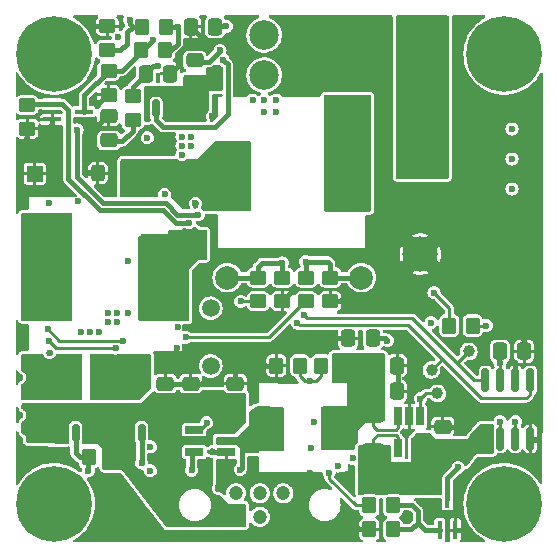
<source format=gtl>
G04 #@! TF.GenerationSoftware,KiCad,Pcbnew,(6.0.4)*
G04 #@! TF.CreationDate,2023-01-27T20:38:21-05:00*
G04 #@! TF.ProjectId,charging_on_the_pad,63686172-6769-46e6-975f-6f6e5f746865,rev?*
G04 #@! TF.SameCoordinates,Original*
G04 #@! TF.FileFunction,Copper,L1,Top*
G04 #@! TF.FilePolarity,Positive*
%FSLAX46Y46*%
G04 Gerber Fmt 4.6, Leading zero omitted, Abs format (unit mm)*
G04 Created by KiCad (PCBNEW (6.0.4)) date 2023-01-27 20:38:21*
%MOMM*%
%LPD*%
G01*
G04 APERTURE LIST*
G04 Aperture macros list*
%AMRoundRect*
0 Rectangle with rounded corners*
0 $1 Rounding radius*
0 $2 $3 $4 $5 $6 $7 $8 $9 X,Y pos of 4 corners*
0 Add a 4 corners polygon primitive as box body*
4,1,4,$2,$3,$4,$5,$6,$7,$8,$9,$2,$3,0*
0 Add four circle primitives for the rounded corners*
1,1,$1+$1,$2,$3*
1,1,$1+$1,$4,$5*
1,1,$1+$1,$6,$7*
1,1,$1+$1,$8,$9*
0 Add four rect primitives between the rounded corners*
20,1,$1+$1,$2,$3,$4,$5,0*
20,1,$1+$1,$4,$5,$6,$7,0*
20,1,$1+$1,$6,$7,$8,$9,0*
20,1,$1+$1,$8,$9,$2,$3,0*%
G04 Aperture macros list end*
G04 #@! TA.AperFunction,ComponentPad*
%ADD10C,6.400000*%
G04 #@! TD*
G04 #@! TA.AperFunction,ComponentPad*
%ADD11R,1.200000X1.200000*%
G04 #@! TD*
G04 #@! TA.AperFunction,ComponentPad*
%ADD12C,1.200000*%
G04 #@! TD*
G04 #@! TA.AperFunction,SMDPad,CuDef*
%ADD13RoundRect,0.250000X0.337500X0.475000X-0.337500X0.475000X-0.337500X-0.475000X0.337500X-0.475000X0*%
G04 #@! TD*
G04 #@! TA.AperFunction,SMDPad,CuDef*
%ADD14RoundRect,0.250000X0.625000X-0.400000X0.625000X0.400000X-0.625000X0.400000X-0.625000X-0.400000X0*%
G04 #@! TD*
G04 #@! TA.AperFunction,SMDPad,CuDef*
%ADD15R,4.000000X7.000000*%
G04 #@! TD*
G04 #@! TA.AperFunction,SMDPad,CuDef*
%ADD16RoundRect,0.250000X-0.337500X-0.475000X0.337500X-0.475000X0.337500X0.475000X-0.337500X0.475000X0*%
G04 #@! TD*
G04 #@! TA.AperFunction,SMDPad,CuDef*
%ADD17RoundRect,0.250000X0.450000X-0.350000X0.450000X0.350000X-0.450000X0.350000X-0.450000X-0.350000X0*%
G04 #@! TD*
G04 #@! TA.AperFunction,SMDPad,CuDef*
%ADD18RoundRect,0.250000X0.475000X-0.337500X0.475000X0.337500X-0.475000X0.337500X-0.475000X-0.337500X0*%
G04 #@! TD*
G04 #@! TA.AperFunction,SMDPad,CuDef*
%ADD19R,0.450000X1.500000*%
G04 #@! TD*
G04 #@! TA.AperFunction,SMDPad,CuDef*
%ADD20C,1.000000*%
G04 #@! TD*
G04 #@! TA.AperFunction,SMDPad,CuDef*
%ADD21R,1.560000X0.650000*%
G04 #@! TD*
G04 #@! TA.AperFunction,SMDPad,CuDef*
%ADD22RoundRect,0.150000X0.150000X-0.600000X0.150000X0.600000X-0.150000X0.600000X-0.150000X-0.600000X0*%
G04 #@! TD*
G04 #@! TA.AperFunction,SMDPad,CuDef*
%ADD23RoundRect,0.250000X-0.450000X0.350000X-0.450000X-0.350000X0.450000X-0.350000X0.450000X0.350000X0*%
G04 #@! TD*
G04 #@! TA.AperFunction,SMDPad,CuDef*
%ADD24RoundRect,0.250000X0.350000X0.450000X-0.350000X0.450000X-0.350000X-0.450000X0.350000X-0.450000X0*%
G04 #@! TD*
G04 #@! TA.AperFunction,ComponentPad*
%ADD25C,3.000000*%
G04 #@! TD*
G04 #@! TA.AperFunction,SMDPad,CuDef*
%ADD26C,2.000000*%
G04 #@! TD*
G04 #@! TA.AperFunction,ComponentPad*
%ADD27R,1.350000X1.350000*%
G04 #@! TD*
G04 #@! TA.AperFunction,SMDPad,CuDef*
%ADD28R,1.500000X0.450000*%
G04 #@! TD*
G04 #@! TA.AperFunction,SMDPad,CuDef*
%ADD29RoundRect,0.150000X-0.150000X0.825000X-0.150000X-0.825000X0.150000X-0.825000X0.150000X0.825000X0*%
G04 #@! TD*
G04 #@! TA.AperFunction,SMDPad,CuDef*
%ADD30RoundRect,0.150000X-0.150000X0.600000X-0.150000X-0.600000X0.150000X-0.600000X0.150000X0.600000X0*%
G04 #@! TD*
G04 #@! TA.AperFunction,SMDPad,CuDef*
%ADD31RoundRect,0.250000X-0.475000X0.337500X-0.475000X-0.337500X0.475000X-0.337500X0.475000X0.337500X0*%
G04 #@! TD*
G04 #@! TA.AperFunction,ComponentPad*
%ADD32C,2.500000*%
G04 #@! TD*
G04 #@! TA.AperFunction,SMDPad,CuDef*
%ADD33RoundRect,0.625000X-0.625000X-1.000000X0.625000X-1.000000X0.625000X1.000000X-0.625000X1.000000X0*%
G04 #@! TD*
G04 #@! TA.AperFunction,SMDPad,CuDef*
%ADD34RoundRect,0.300000X0.300000X0.400000X-0.300000X0.400000X-0.300000X-0.400000X0.300000X-0.400000X0*%
G04 #@! TD*
G04 #@! TA.AperFunction,SMDPad,CuDef*
%ADD35R,0.650000X1.560000*%
G04 #@! TD*
G04 #@! TA.AperFunction,SMDPad,CuDef*
%ADD36RoundRect,0.250000X-0.350000X-0.450000X0.350000X-0.450000X0.350000X0.450000X-0.350000X0.450000X0*%
G04 #@! TD*
G04 #@! TA.AperFunction,SMDPad,CuDef*
%ADD37R,2.900000X5.400000*%
G04 #@! TD*
G04 #@! TA.AperFunction,ComponentPad*
%ADD38C,1.500000*%
G04 #@! TD*
G04 #@! TA.AperFunction,ViaPad*
%ADD39C,0.600000*%
G04 #@! TD*
G04 #@! TA.AperFunction,Conductor*
%ADD40C,0.381000*%
G04 #@! TD*
G04 #@! TA.AperFunction,Conductor*
%ADD41C,0.250000*%
G04 #@! TD*
G04 #@! TA.AperFunction,Conductor*
%ADD42C,0.500000*%
G04 #@! TD*
G04 APERTURE END LIST*
D10*
X165100000Y-127000000D03*
D11*
X142400000Y-128100000D03*
D12*
X144400000Y-128100000D03*
X146400000Y-128100000D03*
X142400000Y-126100000D03*
X144400000Y-126100000D03*
X146400000Y-126100000D03*
D13*
X153970900Y-112979200D03*
X151895900Y-112979200D03*
D14*
X154003600Y-122550000D03*
X154003600Y-119450000D03*
D15*
X136263400Y-107594400D03*
X126263400Y-107594400D03*
D16*
X153962500Y-117459000D03*
X156037500Y-117459000D03*
D17*
X124714000Y-95234000D03*
X124714000Y-93234000D03*
D18*
X159900000Y-122537500D03*
X159900000Y-120462500D03*
D17*
X131500000Y-88550000D03*
X131500000Y-86550000D03*
D19*
X159650000Y-129219000D03*
X160950000Y-129219000D03*
X160300000Y-126559000D03*
D16*
X164722900Y-114071400D03*
X166797900Y-114071400D03*
D20*
X158950000Y-115650000D03*
D21*
X141558000Y-122616000D03*
X141558000Y-121666000D03*
X141558000Y-120716000D03*
X138858000Y-120716000D03*
X138858000Y-121666000D03*
X138858000Y-122616000D03*
D22*
X128807400Y-121011600D03*
X124997400Y-121011600D03*
X127537400Y-121011600D03*
X126267400Y-121011600D03*
X128807400Y-115650600D03*
X127537400Y-115650600D03*
X126267400Y-115650600D03*
X124997400Y-115650600D03*
D23*
X146304000Y-107839000D03*
X146304000Y-109839000D03*
D24*
X151622000Y-115300000D03*
X149622000Y-115300000D03*
D16*
X134750900Y-90600000D03*
X136825900Y-90600000D03*
D25*
X158000000Y-97600000D03*
X158000000Y-105850000D03*
D24*
X136450000Y-86600000D03*
X134450000Y-86600000D03*
D26*
X153000000Y-107850000D03*
D10*
X127013126Y-88900000D03*
D18*
X142337500Y-118893500D03*
X142337500Y-116818500D03*
D27*
X125350000Y-99050000D03*
D23*
X150368000Y-107839000D03*
X150368000Y-109839000D03*
D28*
X126838400Y-93150000D03*
X126838400Y-94450000D03*
X129498400Y-93800000D03*
D29*
X167305000Y-116525000D03*
X166035000Y-116525000D03*
X164765000Y-116525000D03*
X163495000Y-116525000D03*
X163495000Y-121475000D03*
X164765000Y-121475000D03*
X166035000Y-121475000D03*
X167305000Y-121475000D03*
D30*
X135622430Y-93527058D03*
X138162430Y-93527058D03*
X139432430Y-93527058D03*
X136892430Y-93527058D03*
X139432430Y-98888058D03*
X135622430Y-98888058D03*
X138162430Y-98888058D03*
X136892430Y-98888058D03*
D31*
X138900000Y-89462500D03*
X138900000Y-91537500D03*
D32*
X144765000Y-90700000D03*
X144765000Y-87300000D03*
X158235000Y-87300000D03*
X158235000Y-90700000D03*
D33*
X145037500Y-120600000D03*
X151037500Y-120600000D03*
D18*
X138557000Y-118893500D03*
X138557000Y-116818500D03*
D26*
X141650000Y-107850000D03*
D10*
X165100000Y-88900000D03*
X127000000Y-127000000D03*
D17*
X148336000Y-109839000D03*
X148336000Y-107839000D03*
D18*
X136398000Y-118893500D03*
X136398000Y-116818500D03*
D34*
X133800000Y-99000000D03*
X130700000Y-99000000D03*
D20*
X162100000Y-114100000D03*
D35*
X158000000Y-119599200D03*
X157050000Y-119599200D03*
X156100000Y-119599200D03*
X156100000Y-122299200D03*
X158000000Y-122299200D03*
D20*
X159450000Y-117650000D03*
D24*
X155686000Y-129159000D03*
X153686000Y-129159000D03*
D23*
X131600000Y-90350000D03*
X131600000Y-92350000D03*
D22*
X134405000Y-121011000D03*
X130595000Y-121011000D03*
X133135000Y-121011000D03*
X131865000Y-121011000D03*
X133135000Y-115650000D03*
X131865000Y-115650000D03*
X134405000Y-115650000D03*
X130595000Y-115650000D03*
D36*
X153686000Y-127127000D03*
X155686000Y-127127000D03*
D24*
X136350000Y-88600000D03*
X134350000Y-88600000D03*
D16*
X153962500Y-115300000D03*
X156037500Y-115300000D03*
D31*
X131622800Y-94161700D03*
X131622800Y-96236700D03*
D24*
X147812000Y-115300000D03*
X145812000Y-115300000D03*
X162442400Y-111912400D03*
X160442400Y-111912400D03*
D16*
X138562500Y-86600000D03*
X140637500Y-86600000D03*
D24*
X131915000Y-123063000D03*
X129915000Y-123063000D03*
D17*
X133650000Y-94500000D03*
X133650000Y-92500000D03*
X144272000Y-109839000D03*
X144272000Y-107839000D03*
D37*
X142150000Y-99050000D03*
X152050000Y-99050000D03*
D38*
X140250000Y-110450000D03*
X140250000Y-115330000D03*
D39*
X139100000Y-109400000D03*
X150876000Y-112979200D03*
X139000000Y-111200000D03*
X154750000Y-90000000D03*
X142342400Y-86056400D03*
X140400000Y-94200000D03*
X126592400Y-101556400D03*
X167750000Y-109500000D03*
X126592400Y-96556400D03*
X130300000Y-92950000D03*
X141700000Y-110500000D03*
X150368000Y-86868000D03*
X124100000Y-113300000D03*
X139000000Y-114600000D03*
X161000000Y-102750000D03*
X124092400Y-119500000D03*
X160750000Y-109250000D03*
X167750000Y-102306400D03*
X151900000Y-124450000D03*
X130092400Y-129806400D03*
X129842400Y-86056400D03*
X167284400Y-120040400D03*
X162000000Y-129250000D03*
X146900000Y-105600000D03*
X124092400Y-99056400D03*
X157378400Y-113309400D03*
X167750000Y-104806400D03*
X142392400Y-114960400D03*
X152250000Y-90000000D03*
X151000000Y-106000000D03*
X157049660Y-120906977D03*
X154842400Y-86056400D03*
X167750000Y-91750000D03*
X137439400Y-113792000D03*
X153500000Y-106000000D03*
X126847600Y-95097600D03*
X140087096Y-88429092D03*
X161250000Y-98250000D03*
X137500000Y-89400000D03*
X132592400Y-129806400D03*
X140900000Y-125700000D03*
X166014400Y-115087400D03*
X124092400Y-121556400D03*
X166776400Y-112928400D03*
X150368000Y-91186000D03*
X124092400Y-116300000D03*
X135128000Y-124206000D03*
X152250000Y-88000000D03*
X126608569Y-114191746D03*
X142700000Y-114000000D03*
X161250000Y-120450000D03*
X139725400Y-116818500D03*
X152250000Y-91750000D03*
X156912096Y-127817000D03*
X148700000Y-124400000D03*
X151739600Y-127406400D03*
X167750000Y-124056400D03*
X140411200Y-122580400D03*
X139200000Y-107400000D03*
X164250000Y-102750000D03*
X138950000Y-101550000D03*
X124092400Y-96556400D03*
X167750000Y-93556400D03*
X140092400Y-129806400D03*
X162092400Y-86056400D03*
X161250000Y-96000000D03*
X124092400Y-91556400D03*
X124092400Y-101556400D03*
X154750000Y-91750000D03*
X151485600Y-109829600D03*
X167750000Y-112000000D03*
X162750000Y-103250000D03*
X161000000Y-100500000D03*
X166000000Y-93500000D03*
X158500000Y-102750000D03*
X130300000Y-94800000D03*
X167750000Y-107000000D03*
X167750000Y-119056400D03*
X138100000Y-115100000D03*
X141700000Y-111900000D03*
X135092400Y-129806400D03*
X167750000Y-121556400D03*
X142700000Y-111900000D03*
X150368000Y-89052400D03*
X163500000Y-109250000D03*
X156000000Y-102750000D03*
X129743200Y-99009200D03*
X126592400Y-99056400D03*
X133248400Y-106451400D03*
X154750000Y-88000000D03*
X156000000Y-100500000D03*
X158500000Y-100500000D03*
X161250000Y-93750000D03*
X137464800Y-112064800D03*
X152342400Y-86056400D03*
X129000000Y-101400000D03*
X130400000Y-86600000D03*
X147218400Y-108864400D03*
X141700000Y-114000000D03*
X124092400Y-124056400D03*
X163500000Y-93500000D03*
X148750000Y-122250000D03*
X124714000Y-96215200D03*
X126542800Y-122529600D03*
X137592400Y-129806400D03*
X152300000Y-123150000D03*
X132200000Y-113824500D03*
X165760400Y-100355400D03*
X165760400Y-95275400D03*
X158902400Y-111658400D03*
X165760400Y-97815400D03*
X157838000Y-125150000D03*
X159100000Y-125861200D03*
X157838000Y-125861200D03*
X164744400Y-115087400D03*
X159100000Y-125150000D03*
X156550000Y-125150000D03*
X156550000Y-125861200D03*
X163601400Y-111912400D03*
X155219400Y-113182400D03*
X126550500Y-113216589D03*
X135755823Y-89966629D03*
X131470400Y-116992400D03*
X130600000Y-117754400D03*
X135127000Y-122175000D03*
X145800000Y-93800000D03*
X143800000Y-92800000D03*
X144800000Y-93800000D03*
X132384000Y-117762000D03*
X132384000Y-117000000D03*
X130600000Y-116992400D03*
X131470400Y-117754400D03*
X145800000Y-92800000D03*
X144800000Y-92800000D03*
X133300000Y-117762000D03*
X138125200Y-112903000D03*
X133300000Y-117000000D03*
X138582400Y-95910400D03*
X137820400Y-96672400D03*
X137820400Y-95910400D03*
X134874000Y-96012000D03*
X137820400Y-97434400D03*
X136342400Y-100806400D03*
X138582400Y-96672400D03*
X125668000Y-118938000D03*
X135800000Y-125600000D03*
X126684000Y-118938000D03*
X134500000Y-125600000D03*
X137100000Y-125600000D03*
X126556834Y-120500000D03*
X127700000Y-119700000D03*
X137100000Y-127100000D03*
X135800000Y-127100000D03*
X128700000Y-119662000D03*
X126684000Y-119700000D03*
X125668000Y-119700000D03*
X137100000Y-128600000D03*
X132435600Y-121920000D03*
X127700000Y-118938000D03*
X128700000Y-118900000D03*
X138836400Y-104419400D03*
X138836400Y-105308400D03*
X139598400Y-105181400D03*
X139598400Y-105943400D03*
X138836400Y-105943400D03*
X139598400Y-104419400D03*
X142748000Y-124104400D03*
X138633200Y-124155200D03*
X124866400Y-102895400D03*
X124866400Y-103657400D03*
X125628400Y-103657400D03*
X127152400Y-103657400D03*
X126390400Y-102895400D03*
X127152400Y-102895400D03*
X125628400Y-102895400D03*
X126390400Y-103657400D03*
X132359400Y-111622800D03*
X127734000Y-117754400D03*
X131597400Y-111622800D03*
X126718000Y-116992400D03*
X127734000Y-116992400D03*
X132359400Y-110860800D03*
X128750000Y-117754400D03*
X128750000Y-116992400D03*
X130835400Y-112420400D03*
X133248400Y-110860800D03*
X131597400Y-110860800D03*
X125702000Y-117754400D03*
X126718000Y-117754400D03*
X130073400Y-112420400D03*
X129311400Y-112420400D03*
X142798800Y-109855000D03*
X125702000Y-116992400D03*
X159156400Y-109118400D03*
X151050000Y-123794402D03*
X141300000Y-89400000D03*
X134416800Y-123545600D03*
X129900000Y-124200000D03*
X161200000Y-123900000D03*
X148300000Y-106500000D03*
X146304000Y-106600000D03*
X139903200Y-120142000D03*
X148700000Y-116600000D03*
X148996400Y-120040400D03*
X150266400Y-124358400D03*
X126450000Y-112200000D03*
X132800000Y-113200000D03*
X158000000Y-118100000D03*
X147600000Y-111700000D03*
X148179400Y-111048800D03*
X166039800Y-120040400D03*
X164750000Y-120050000D03*
X137439400Y-91846400D03*
X140817600Y-91700000D03*
X135407400Y-91846400D03*
X141050000Y-88600000D03*
X141579600Y-86563200D03*
X137464800Y-86614000D03*
X152933400Y-95148400D03*
X152933400Y-93624400D03*
X151917400Y-92862400D03*
X150901400Y-95148400D03*
X152933400Y-92862400D03*
X151917400Y-95148400D03*
X151917400Y-94386400D03*
X152933400Y-94386400D03*
X151917400Y-93624400D03*
X139200000Y-102510000D03*
X132435350Y-87501785D03*
X128930400Y-95351600D03*
X138400000Y-103200000D03*
X135350000Y-87700000D03*
X133400000Y-86000000D03*
D40*
X152781000Y-129159000D02*
X153686000Y-129159000D01*
X138600000Y-86600000D02*
X138562500Y-86600000D01*
X144900000Y-115300000D02*
X145812000Y-115300000D01*
D41*
X157050000Y-120906637D02*
X157050000Y-119599200D01*
D40*
X130450000Y-86550000D02*
X131450000Y-86550000D01*
X130900000Y-92950000D02*
X131500000Y-92350000D01*
X141558000Y-122616000D02*
X140446800Y-122616000D01*
X150368000Y-109839000D02*
X151476200Y-109839000D01*
X166797900Y-114071400D02*
X166797900Y-112949900D01*
X166035000Y-115108000D02*
X166035000Y-116525000D01*
X137500000Y-89925900D02*
X136825900Y-90600000D01*
X161237500Y-120462500D02*
X159900000Y-120462500D01*
X166797900Y-112949900D02*
X166776400Y-112928400D01*
X138557000Y-116818500D02*
X139725400Y-116818500D01*
X131600000Y-94314900D02*
X131650000Y-94364900D01*
X156137500Y-115241000D02*
X156137500Y-117400000D01*
X151739600Y-128117600D02*
X152781000Y-129159000D01*
X126838400Y-95088400D02*
X126847600Y-95097600D01*
X142392400Y-114960400D02*
X144560400Y-114960400D01*
D42*
X129752400Y-99000000D02*
X130700000Y-99000000D01*
D40*
X166014400Y-115087400D02*
X166035000Y-115108000D01*
X140087096Y-88429092D02*
X140087096Y-88087096D01*
X131426531Y-94161700D02*
X131622800Y-94161700D01*
X161969000Y-129219000D02*
X160950000Y-129219000D01*
D41*
X167284400Y-121818400D02*
X167284400Y-120040400D01*
D40*
X140087096Y-88087096D02*
X138600000Y-86600000D01*
X147218400Y-108864400D02*
X147218400Y-108924600D01*
X151476200Y-109839000D02*
X151485600Y-109829600D01*
X131600000Y-94138900D02*
X131622800Y-94161700D01*
X124714000Y-95234000D02*
X124714000Y-96215200D01*
X131500000Y-92350000D02*
X131600000Y-92350000D01*
D41*
X157049660Y-120906977D02*
X157050000Y-120906637D01*
D40*
X137500000Y-89400000D02*
X137500000Y-89925900D01*
D41*
X167305000Y-121475000D02*
X167305000Y-121797800D01*
D40*
X147218400Y-108924600D02*
X146304000Y-109839000D01*
X130300000Y-92950000D02*
X130900000Y-92950000D01*
X131450000Y-86550000D02*
X131500000Y-86600000D01*
D41*
X167305000Y-121797800D02*
X167284400Y-121818400D01*
D40*
X161250000Y-120450000D02*
X161237500Y-120462500D01*
X162000000Y-129250000D02*
X161969000Y-129219000D01*
X130300000Y-94800000D02*
X130788231Y-94800000D01*
X151895900Y-112979200D02*
X150876000Y-112979200D01*
X126838400Y-94450000D02*
X126838400Y-95088400D01*
X151739600Y-127406400D02*
X151739600Y-128117600D01*
X144560400Y-114960400D02*
X144900000Y-115300000D01*
X142392400Y-114960400D02*
X142337500Y-115015300D01*
X142337500Y-115015300D02*
X142337500Y-116818500D01*
X140446800Y-122616000D02*
X140411200Y-122580400D01*
X130788231Y-94800000D02*
X131426531Y-94161700D01*
X136398000Y-116818500D02*
X138557000Y-116818500D01*
X130400000Y-86600000D02*
X130450000Y-86550000D01*
D42*
X129743200Y-99009200D02*
X129752400Y-99000000D01*
D41*
X156100000Y-121337800D02*
X156100000Y-122299200D01*
D40*
X155016200Y-112979200D02*
X153970900Y-112979200D01*
D41*
X154003600Y-122550000D02*
X154003600Y-121536900D01*
X132199500Y-113825000D02*
X132200000Y-113824500D01*
X164765000Y-115108000D02*
X164765000Y-116525000D01*
X126550500Y-113216589D02*
X127158911Y-113825000D01*
D40*
X155219400Y-113182400D02*
X155016200Y-112979200D01*
D41*
X164744400Y-115087400D02*
X164765000Y-115108000D01*
X164744400Y-115087400D02*
X164744400Y-114554900D01*
X154377980Y-121162520D02*
X155924720Y-121162520D01*
X154003600Y-121536900D02*
X154377980Y-121162520D01*
X127158911Y-113825000D02*
X132199500Y-113825000D01*
X164744400Y-114554900D02*
X164362500Y-114173000D01*
X162442400Y-111912400D02*
X163601400Y-111912400D01*
X155924720Y-121162520D02*
X156100000Y-121337800D01*
D40*
X135755823Y-89966629D02*
X135384271Y-89966629D01*
X135384271Y-89966629D02*
X134750900Y-90600000D01*
X133650000Y-91725450D02*
X134750900Y-90624550D01*
X133650000Y-92500000D02*
X133650000Y-91725450D01*
X134750900Y-90624550D02*
X134750900Y-90600000D01*
D41*
X148275800Y-109839000D02*
X145211800Y-112903000D01*
X148336000Y-109839000D02*
X148275800Y-109839000D01*
X145211800Y-112903000D02*
X138125200Y-112903000D01*
D40*
X142748000Y-124104400D02*
X142900000Y-123952400D01*
X142900000Y-122025000D02*
X142541000Y-121666000D01*
X142541000Y-121666000D02*
X141558000Y-121666000D01*
X142900000Y-123952400D02*
X142900000Y-122025000D01*
X138633200Y-122840800D02*
X138858000Y-122616000D01*
X138633200Y-124155200D02*
X138633200Y-122840800D01*
D41*
X154332200Y-120713000D02*
X155907000Y-120713000D01*
X151037500Y-120600000D02*
X151180800Y-120456700D01*
X151180800Y-115741200D02*
X151622000Y-115300000D01*
X155907000Y-120713000D02*
X156100000Y-120520000D01*
X154003600Y-120384400D02*
X154332200Y-120713000D01*
X154003600Y-119450000D02*
X154003600Y-120384400D01*
X156100000Y-120520000D02*
X156100000Y-119599200D01*
X142798800Y-109855000D02*
X144256000Y-109855000D01*
X144256000Y-109855000D02*
X144272000Y-109839000D01*
X160442400Y-110404400D02*
X160442400Y-111912400D01*
X159156400Y-109118400D02*
X160442400Y-110404400D01*
D40*
X141300000Y-89400000D02*
X141700000Y-89800000D01*
X140600000Y-95100000D02*
X136250000Y-95100000D01*
X141700000Y-94000000D02*
X140600000Y-95100000D01*
X141700000Y-89800000D02*
X141700000Y-94000000D01*
X136250000Y-95100000D02*
X135622430Y-94472430D01*
X135622430Y-94472430D02*
X135622430Y-93527058D01*
X134405000Y-121011000D02*
X134405000Y-123533800D01*
X134405000Y-123533800D02*
X134416800Y-123545600D01*
X128807400Y-122707400D02*
X129163000Y-123063000D01*
X128807400Y-121011600D02*
X128807400Y-122707400D01*
X129900000Y-123078000D02*
X129915000Y-123063000D01*
X129900000Y-124200000D02*
X129900000Y-123078000D01*
X129163000Y-123063000D02*
X129915000Y-123063000D01*
X157241000Y-129159000D02*
X155686000Y-129159000D01*
X157800000Y-127600000D02*
X157327000Y-127127000D01*
X158419000Y-129219000D02*
X157800000Y-128600000D01*
X157327000Y-127127000D02*
X155686000Y-127127000D01*
X157800000Y-128600000D02*
X157800000Y-127600000D01*
X157800000Y-128600000D02*
X157241000Y-129159000D01*
X159650000Y-129219000D02*
X158419000Y-129219000D01*
X160300000Y-124800000D02*
X160300000Y-126559000D01*
X161200000Y-123900000D02*
X160300000Y-124800000D01*
X153000000Y-107850000D02*
X150379000Y-107850000D01*
X148336000Y-106536000D02*
X148336000Y-107839000D01*
X150368000Y-107839000D02*
X150368000Y-106668000D01*
X150379000Y-107850000D02*
X150368000Y-107839000D01*
X150368000Y-106668000D02*
X150200000Y-106500000D01*
X148300000Y-106500000D02*
X148336000Y-106536000D01*
X150200000Y-106500000D02*
X148300000Y-106500000D01*
X144600000Y-106600000D02*
X146304000Y-106600000D01*
X144261000Y-107850000D02*
X144272000Y-107839000D01*
X141650000Y-107850000D02*
X144261000Y-107850000D01*
X144272000Y-106928000D02*
X144600000Y-106600000D01*
X146304000Y-106600000D02*
X146304000Y-107839000D01*
X144272000Y-107839000D02*
X144272000Y-106928000D01*
D41*
X148200000Y-116600000D02*
X147812000Y-116212000D01*
X147812000Y-116212000D02*
X147812000Y-115300000D01*
X149622000Y-116178000D02*
X149622000Y-115300000D01*
X148700000Y-116600000D02*
X149200000Y-116600000D01*
X149200000Y-116600000D02*
X149622000Y-116178000D01*
X139329200Y-120716000D02*
X138858000Y-120716000D01*
X148700000Y-116600000D02*
X148200000Y-116600000D01*
X139903200Y-120142000D02*
X139329200Y-120716000D01*
X150266400Y-124866400D02*
X152527000Y-127127000D01*
X150266400Y-124358400D02*
X150266400Y-124866400D01*
X152527000Y-127127000D02*
X153686000Y-127127000D01*
X132800000Y-113200000D02*
X127450000Y-113200000D01*
X127450000Y-113200000D02*
X126450000Y-112200000D01*
X158000000Y-118100000D02*
X158000000Y-119599200D01*
X158450000Y-117650000D02*
X158000000Y-118100000D01*
X159450000Y-117650000D02*
X158450000Y-117650000D01*
X167284400Y-117754400D02*
X167284400Y-116921672D01*
X163150000Y-118050000D02*
X166988800Y-118050000D01*
X147787000Y-111887000D02*
X156987000Y-111887000D01*
X156987000Y-111887000D02*
X159825000Y-114725000D01*
X159825000Y-114775000D02*
X159825000Y-114725000D01*
X158950000Y-115650000D02*
X159825000Y-114775000D01*
X159825000Y-114725000D02*
X163150000Y-118050000D01*
X167305000Y-116901072D02*
X167305000Y-116525000D01*
X167284400Y-116921672D02*
X167305000Y-116901072D01*
X147600000Y-111700000D02*
X147787000Y-111887000D01*
X166988800Y-118050000D02*
X167284400Y-117754400D01*
X161175000Y-115025000D02*
X161175000Y-115125000D01*
X162575000Y-116525000D02*
X163495000Y-116525000D01*
X148179400Y-111048800D02*
X148408000Y-111277400D01*
X162100000Y-114100000D02*
X161175000Y-115025000D01*
X161175000Y-115125000D02*
X162575000Y-116525000D01*
X148408000Y-111277400D02*
X157327400Y-111277400D01*
X157327400Y-111277400D02*
X161175000Y-115125000D01*
X166039800Y-120040400D02*
X166039800Y-121470200D01*
X166039800Y-121470200D02*
X166035000Y-121475000D01*
X164765000Y-121475000D02*
X164765000Y-120065000D01*
X164765000Y-120065000D02*
X164750000Y-120050000D01*
D40*
X141050000Y-88600000D02*
X141050000Y-88650000D01*
X140137500Y-89562500D02*
X138900000Y-89562500D01*
X141050000Y-88650000D02*
X140137500Y-89562500D01*
X136900000Y-88600000D02*
X137464800Y-88035200D01*
X140674300Y-86563200D02*
X140637500Y-86600000D01*
X137464800Y-86614000D02*
X137450800Y-86600000D01*
X137450800Y-86600000D02*
X136534400Y-86600000D01*
X141579600Y-86563200D02*
X140674300Y-86563200D01*
X136350000Y-88600000D02*
X136900000Y-88600000D01*
X137464800Y-88035200D02*
X137464800Y-86614000D01*
X133650000Y-95398800D02*
X133650000Y-94500000D01*
X132735900Y-96312900D02*
X133650000Y-95398800D01*
X131650000Y-96312900D02*
X132735900Y-96312900D01*
X131172800Y-101556400D02*
X128930400Y-99314000D01*
X136477380Y-101556400D02*
X131172800Y-101556400D01*
X139199989Y-102509989D02*
X137430969Y-102509989D01*
X128930400Y-99314000D02*
X128930400Y-95351600D01*
X139200000Y-102510000D02*
X139199989Y-102509989D01*
X137430969Y-102509989D02*
X136477380Y-101556400D01*
X128168400Y-99466400D02*
X128168400Y-93624400D01*
X136236920Y-102136920D02*
X130838920Y-102136920D01*
X126870000Y-93150000D02*
X124798000Y-93150000D01*
X124798000Y-93150000D02*
X124714000Y-93234000D01*
X127694000Y-93150000D02*
X126838400Y-93150000D01*
X128168400Y-93624400D02*
X127694000Y-93150000D01*
X130838920Y-102136920D02*
X128168400Y-99466400D01*
X137300000Y-103200000D02*
X136236920Y-102136920D01*
X138400000Y-103200000D02*
X137300000Y-103200000D01*
X135350000Y-87700000D02*
X132700000Y-90350000D01*
X132700000Y-90350000D02*
X131600000Y-90350000D01*
X129530000Y-93800000D02*
X129530000Y-92420000D01*
X129530000Y-92420000D02*
X131600000Y-90350000D01*
X132583200Y-88600000D02*
X131500000Y-88600000D01*
X133400000Y-86359200D02*
X133640800Y-86600000D01*
X133640800Y-86600000D02*
X133150000Y-87090800D01*
X134534400Y-86600000D02*
X133640800Y-86600000D01*
X133150000Y-88033200D02*
X132583200Y-88600000D01*
X133150000Y-87090800D02*
X133150000Y-88033200D01*
X133400000Y-86000000D02*
X133400000Y-86359200D01*
G04 #@! TA.AperFunction,Conductor*
G36*
X160368521Y-85670402D02*
G01*
X160415014Y-85724058D01*
X160426400Y-85776400D01*
X160426400Y-99340400D01*
X160406398Y-99408521D01*
X160352742Y-99455014D01*
X160300400Y-99466400D01*
X156034400Y-99466400D01*
X155966279Y-99446398D01*
X155919786Y-99392742D01*
X155908400Y-99340400D01*
X155908400Y-85776400D01*
X155928402Y-85708279D01*
X155982058Y-85661786D01*
X156034400Y-85650400D01*
X160300400Y-85650400D01*
X160368521Y-85670402D01*
G37*
G04 #@! TD.AperFunction*
G04 #@! TA.AperFunction,Conductor*
G36*
X137477302Y-117380209D02*
G01*
X137562148Y-117380501D01*
X137630200Y-117400737D01*
X137662540Y-117430935D01*
X137724454Y-117513546D01*
X137731635Y-117518928D01*
X137831994Y-117594144D01*
X137831997Y-117594146D01*
X137839176Y-117599526D01*
X137916388Y-117628471D01*
X137966025Y-117647079D01*
X137966027Y-117647079D01*
X137973420Y-117649851D01*
X137981270Y-117650704D01*
X137981271Y-117650704D01*
X138031217Y-117656130D01*
X138034623Y-117656500D01*
X138556923Y-117656500D01*
X139079376Y-117656499D01*
X139082770Y-117656130D01*
X139082776Y-117656130D01*
X139132722Y-117650705D01*
X139132726Y-117650704D01*
X139140580Y-117649851D01*
X139274824Y-117599526D01*
X139282003Y-117594146D01*
X139282006Y-117594144D01*
X139382365Y-117518928D01*
X139389546Y-117513546D01*
X139446338Y-117437769D01*
X139503197Y-117395256D01*
X139547595Y-117387337D01*
X141352430Y-117393552D01*
X141420481Y-117413788D01*
X141452820Y-117443984D01*
X141504954Y-117513546D01*
X141512135Y-117518928D01*
X141612494Y-117594144D01*
X141612497Y-117594146D01*
X141619676Y-117599526D01*
X141696888Y-117628471D01*
X141746525Y-117647079D01*
X141746527Y-117647079D01*
X141753920Y-117649851D01*
X141761770Y-117650704D01*
X141761771Y-117650704D01*
X141811717Y-117656130D01*
X141815123Y-117656500D01*
X142337423Y-117656500D01*
X142859876Y-117656499D01*
X142863270Y-117656130D01*
X142863276Y-117656130D01*
X142913222Y-117650705D01*
X142913226Y-117650704D01*
X142921080Y-117649851D01*
X143054772Y-117599733D01*
X143125578Y-117594550D01*
X143187947Y-117628471D01*
X143222076Y-117690727D01*
X143225000Y-117717715D01*
X143225000Y-120048782D01*
X143204998Y-120116903D01*
X143189265Y-120136692D01*
X142336884Y-121011911D01*
X142275027Y-121046757D01*
X142246619Y-121050001D01*
X141050604Y-121050000D01*
X140625000Y-121050000D01*
X140450000Y-121200000D01*
X140450000Y-121909543D01*
X140429998Y-121977664D01*
X140376342Y-122024157D01*
X140340447Y-122034465D01*
X140267491Y-122044070D01*
X140133575Y-122099539D01*
X140027288Y-122181096D01*
X139961069Y-122206696D01*
X139891520Y-122192431D01*
X139845820Y-122151134D01*
X139825497Y-122120718D01*
X139825493Y-122120714D01*
X139818601Y-122110399D01*
X139735740Y-122055034D01*
X139662674Y-122040500D01*
X138053326Y-122040500D01*
X137980260Y-122055034D01*
X137897399Y-122110399D01*
X137890507Y-122120714D01*
X137850162Y-122181096D01*
X137842034Y-122193260D01*
X137827500Y-122266326D01*
X137827500Y-122965674D01*
X137842034Y-123038740D01*
X137848928Y-123049057D01*
X137848928Y-123049058D01*
X137856199Y-123059940D01*
X137897399Y-123121601D01*
X137980260Y-123176966D01*
X138053326Y-123191500D01*
X138066200Y-123191500D01*
X138134321Y-123211502D01*
X138180814Y-123265158D01*
X138192200Y-123317500D01*
X138192200Y-123782855D01*
X138172198Y-123850976D01*
X138166163Y-123859558D01*
X138157368Y-123871020D01*
X138157366Y-123871024D01*
X138152339Y-123877575D01*
X138096870Y-124011491D01*
X138077950Y-124155200D01*
X138096870Y-124298909D01*
X138152339Y-124432825D01*
X138240579Y-124547821D01*
X138355575Y-124636061D01*
X138489491Y-124691530D01*
X138633200Y-124710450D01*
X138776909Y-124691530D01*
X138910825Y-124636061D01*
X139025821Y-124547821D01*
X139114061Y-124432825D01*
X139169530Y-124298909D01*
X139188450Y-124155200D01*
X139169530Y-124011491D01*
X139114061Y-123877575D01*
X139109034Y-123871024D01*
X139109032Y-123871020D01*
X139100237Y-123859558D01*
X139074637Y-123793338D01*
X139074200Y-123782855D01*
X139074200Y-123317500D01*
X139094202Y-123249379D01*
X139147858Y-123202886D01*
X139200200Y-123191500D01*
X139662674Y-123191500D01*
X139735740Y-123176966D01*
X139818601Y-123121601D01*
X139873966Y-123038740D01*
X139876364Y-123040342D01*
X139909224Y-122999567D01*
X139976588Y-122977148D01*
X140045379Y-122994708D01*
X140057786Y-123003106D01*
X140070246Y-123012667D01*
X140133575Y-123061261D01*
X140267491Y-123116730D01*
X140340447Y-123126335D01*
X140405374Y-123155058D01*
X140444465Y-123214323D01*
X140450000Y-123251257D01*
X140450000Y-125339384D01*
X140429998Y-125407505D01*
X140424246Y-125415685D01*
X140424166Y-125415824D01*
X140419139Y-125422375D01*
X140363670Y-125556291D01*
X140344750Y-125700000D01*
X140363670Y-125843709D01*
X140419139Y-125977625D01*
X140507379Y-126092621D01*
X140622375Y-126180861D01*
X140756291Y-126236330D01*
X140900000Y-126255250D01*
X140908188Y-126254172D01*
X140908189Y-126254172D01*
X140931402Y-126251116D01*
X141001551Y-126262055D01*
X141036943Y-126286943D01*
X141750000Y-127000000D01*
X143124000Y-127000000D01*
X143192121Y-127020002D01*
X143238614Y-127073658D01*
X143250000Y-127126000D01*
X143250000Y-128874000D01*
X143229998Y-128942121D01*
X143176342Y-128988614D01*
X143124000Y-129000000D01*
X136562105Y-129000000D01*
X136493984Y-128979998D01*
X136462173Y-128950743D01*
X135040886Y-127100000D01*
X137544341Y-127100000D01*
X137564937Y-127335408D01*
X137626097Y-127563663D01*
X137725965Y-127777829D01*
X137861505Y-127971401D01*
X138028599Y-128138495D01*
X138222171Y-128274035D01*
X138227149Y-128276356D01*
X138227152Y-128276358D01*
X138431355Y-128371580D01*
X138436337Y-128373903D01*
X138441645Y-128375325D01*
X138441647Y-128375326D01*
X138659277Y-128433639D01*
X138664592Y-128435063D01*
X138767682Y-128444082D01*
X138838310Y-128450262D01*
X138838317Y-128450262D01*
X138841034Y-128450500D01*
X138958966Y-128450500D01*
X138961683Y-128450262D01*
X138961690Y-128450262D01*
X139032318Y-128444082D01*
X139135408Y-128435063D01*
X139140723Y-128433639D01*
X139358353Y-128375326D01*
X139358355Y-128375325D01*
X139363663Y-128373903D01*
X139368645Y-128371580D01*
X139572848Y-128276358D01*
X139572851Y-128276356D01*
X139577829Y-128274035D01*
X139771401Y-128138495D01*
X139938495Y-127971401D01*
X139941655Y-127966889D01*
X140070878Y-127782339D01*
X140070881Y-127782334D01*
X140074035Y-127777830D01*
X140076358Y-127772848D01*
X140076361Y-127772843D01*
X140171580Y-127568645D01*
X140171581Y-127568644D01*
X140173903Y-127563663D01*
X140235063Y-127335408D01*
X140255659Y-127100000D01*
X140235063Y-126864592D01*
X140173903Y-126636337D01*
X140163866Y-126614812D01*
X140076358Y-126427152D01*
X140076356Y-126427149D01*
X140074035Y-126422171D01*
X139938495Y-126228599D01*
X139771401Y-126061505D01*
X139577829Y-125925965D01*
X139572851Y-125923644D01*
X139572848Y-125923642D01*
X139368645Y-125828420D01*
X139368643Y-125828419D01*
X139363663Y-125826097D01*
X139358355Y-125824675D01*
X139358353Y-125824674D01*
X139140723Y-125766361D01*
X139140722Y-125766361D01*
X139135408Y-125764937D01*
X139032318Y-125755918D01*
X138961690Y-125749738D01*
X138961683Y-125749738D01*
X138958966Y-125749500D01*
X138841034Y-125749500D01*
X138838317Y-125749738D01*
X138838310Y-125749738D01*
X138767682Y-125755918D01*
X138664592Y-125764937D01*
X138659278Y-125766361D01*
X138659277Y-125766361D01*
X138441647Y-125824674D01*
X138441645Y-125824675D01*
X138436337Y-125826097D01*
X138431357Y-125828419D01*
X138431355Y-125828420D01*
X138227152Y-125923642D01*
X138227149Y-125923644D01*
X138222171Y-125925965D01*
X138028599Y-126061505D01*
X137861505Y-126228599D01*
X137858348Y-126233107D01*
X137858346Y-126233110D01*
X137827052Y-126277803D01*
X137725965Y-126422170D01*
X137723642Y-126427152D01*
X137723639Y-126427157D01*
X137636134Y-126614812D01*
X137626097Y-126636337D01*
X137564937Y-126864592D01*
X137544341Y-127100000D01*
X135040886Y-127100000D01*
X132751434Y-124118768D01*
X132740400Y-124104400D01*
X131215400Y-124104400D01*
X131147279Y-124084398D01*
X131100786Y-124030742D01*
X131089400Y-123978400D01*
X131089400Y-122326400D01*
X130708400Y-121945400D01*
X130697354Y-121945183D01*
X130697353Y-121945183D01*
X130236293Y-121936143D01*
X129452489Y-121920774D01*
X129384775Y-121899441D01*
X129339343Y-121844884D01*
X129330619Y-121774426D01*
X129336786Y-121755595D01*
X129335480Y-121755171D01*
X129338546Y-121745737D01*
X129343046Y-121736904D01*
X129357900Y-121643119D01*
X129357899Y-120380082D01*
X129357804Y-120379481D01*
X133854500Y-120379481D01*
X133854501Y-121642518D01*
X133855276Y-121647411D01*
X133855276Y-121647412D01*
X133866730Y-121719733D01*
X133869354Y-121736304D01*
X133873857Y-121745141D01*
X133873857Y-121745142D01*
X133885451Y-121767895D01*
X133926950Y-121849342D01*
X133933962Y-121856354D01*
X133939789Y-121864374D01*
X133936521Y-121866749D01*
X133961121Y-121911799D01*
X133964000Y-121938582D01*
X133964000Y-123188633D01*
X133944781Y-123254088D01*
X133945096Y-123254270D01*
X133944346Y-123255569D01*
X133943998Y-123256754D01*
X133942120Y-123259424D01*
X133940965Y-123261426D01*
X133935939Y-123267975D01*
X133880470Y-123401891D01*
X133861550Y-123545600D01*
X133880470Y-123689309D01*
X133935939Y-123823225D01*
X134024179Y-123938221D01*
X134139175Y-124026461D01*
X134273091Y-124081930D01*
X134416800Y-124100850D01*
X134431563Y-124098906D01*
X134501709Y-124109844D01*
X134554809Y-124156970D01*
X134572932Y-124207382D01*
X134591670Y-124349709D01*
X134647139Y-124483625D01*
X134735379Y-124598621D01*
X134850375Y-124686861D01*
X134984291Y-124742330D01*
X135128000Y-124761250D01*
X135271709Y-124742330D01*
X135405625Y-124686861D01*
X135520621Y-124598621D01*
X135608861Y-124483625D01*
X135664330Y-124349709D01*
X135683250Y-124206000D01*
X135664330Y-124062291D01*
X135608861Y-123928375D01*
X135520621Y-123813379D01*
X135405625Y-123725139D01*
X135271709Y-123669670D01*
X135128000Y-123650750D01*
X135113237Y-123652694D01*
X135043091Y-123641756D01*
X134989991Y-123594630D01*
X134971868Y-123544218D01*
X134966198Y-123501150D01*
X134953130Y-123401891D01*
X134897661Y-123267975D01*
X134872037Y-123234581D01*
X134846437Y-123168360D01*
X134846000Y-123157877D01*
X134846000Y-122836931D01*
X134866002Y-122768810D01*
X134919658Y-122722317D01*
X134988446Y-122712009D01*
X135118811Y-122729172D01*
X135118812Y-122729172D01*
X135127000Y-122730250D01*
X135270709Y-122711330D01*
X135404625Y-122655861D01*
X135519621Y-122567621D01*
X135607861Y-122452625D01*
X135663330Y-122318709D01*
X135682250Y-122175000D01*
X135663330Y-122031291D01*
X135607861Y-121897375D01*
X135519621Y-121782379D01*
X135404625Y-121694139D01*
X135270709Y-121638670D01*
X135127000Y-121619750D01*
X135097947Y-121623575D01*
X135027798Y-121612636D01*
X134974699Y-121565508D01*
X134955500Y-121498653D01*
X134955500Y-121065674D01*
X137827500Y-121065674D01*
X137842034Y-121138740D01*
X137897399Y-121221601D01*
X137907714Y-121228493D01*
X137969109Y-121269515D01*
X137980260Y-121276966D01*
X138053326Y-121291500D01*
X139662674Y-121291500D01*
X139735740Y-121276966D01*
X139746892Y-121269515D01*
X139808286Y-121228493D01*
X139818601Y-121221601D01*
X139873966Y-121138740D01*
X139888500Y-121065674D01*
X139888500Y-120809684D01*
X139908502Y-120741563D01*
X139962158Y-120695070D01*
X139998054Y-120684762D01*
X140046909Y-120678330D01*
X140180825Y-120622861D01*
X140295821Y-120534621D01*
X140384061Y-120419625D01*
X140439530Y-120285709D01*
X140458450Y-120142000D01*
X140439530Y-119998291D01*
X140384061Y-119864375D01*
X140295821Y-119749379D01*
X140180825Y-119661139D01*
X140046909Y-119605670D01*
X139903200Y-119586750D01*
X139759491Y-119605670D01*
X139625575Y-119661139D01*
X139510579Y-119749379D01*
X139422339Y-119864375D01*
X139366870Y-119998291D01*
X139362635Y-120030457D01*
X139362571Y-120030945D01*
X139333849Y-120095873D01*
X139274584Y-120134965D01*
X139237649Y-120140500D01*
X138053326Y-120140500D01*
X137980260Y-120155034D01*
X137897399Y-120210399D01*
X137842034Y-120293260D01*
X137827500Y-120366326D01*
X137827500Y-121065674D01*
X134955500Y-121065674D01*
X134955499Y-120384437D01*
X134955499Y-120379482D01*
X134954395Y-120372513D01*
X134942198Y-120295494D01*
X134942197Y-120295492D01*
X134940646Y-120285696D01*
X134883050Y-120172658D01*
X134793342Y-120082950D01*
X134680304Y-120025354D01*
X134670515Y-120023804D01*
X134670513Y-120023803D01*
X134643151Y-120019470D01*
X134586519Y-120010500D01*
X134405037Y-120010500D01*
X134223482Y-120010501D01*
X134218589Y-120011276D01*
X134218588Y-120011276D01*
X134139494Y-120023802D01*
X134139492Y-120023803D01*
X134129696Y-120025354D01*
X134120859Y-120029857D01*
X134120858Y-120029857D01*
X134118723Y-120030945D01*
X134016658Y-120082950D01*
X133926950Y-120172658D01*
X133869354Y-120285696D01*
X133854500Y-120379481D01*
X129357804Y-120379481D01*
X129356700Y-120372513D01*
X129344598Y-120296094D01*
X129344597Y-120296092D01*
X129343046Y-120286296D01*
X129285450Y-120173258D01*
X129195742Y-120083550D01*
X129082704Y-120025954D01*
X129072915Y-120024404D01*
X129072913Y-120024403D01*
X129045551Y-120020070D01*
X128988919Y-120011100D01*
X128807437Y-120011100D01*
X128625882Y-120011101D01*
X128620989Y-120011876D01*
X128620988Y-120011876D01*
X128541894Y-120024402D01*
X128541892Y-120024403D01*
X128532096Y-120025954D01*
X128523259Y-120030457D01*
X128523258Y-120030457D01*
X128511732Y-120036330D01*
X128419058Y-120083550D01*
X128329350Y-120173258D01*
X128271754Y-120286296D01*
X128256900Y-120380081D01*
X128256901Y-121643118D01*
X128257676Y-121648009D01*
X128257676Y-121648012D01*
X128269035Y-121719733D01*
X128271357Y-121734397D01*
X128271754Y-121736904D01*
X128271430Y-121736955D01*
X128273267Y-121801270D01*
X128236604Y-121862068D01*
X128172892Y-121893393D01*
X128148937Y-121895214D01*
X126093509Y-121854912D01*
X124753012Y-121828628D01*
X124685297Y-121807294D01*
X124639865Y-121752737D01*
X124630561Y-121686206D01*
X124646572Y-121564589D01*
X124646572Y-121564588D01*
X124647650Y-121556400D01*
X124628730Y-121412691D01*
X124573261Y-121278775D01*
X124485021Y-121163779D01*
X124370025Y-121075539D01*
X124334963Y-121061016D01*
X124309182Y-121050337D01*
X124253901Y-121005789D01*
X124231400Y-120933928D01*
X124231400Y-120122472D01*
X124251402Y-120054351D01*
X124309182Y-120006063D01*
X124334963Y-119995384D01*
X124370025Y-119980861D01*
X124485021Y-119892621D01*
X124573261Y-119777625D01*
X124628730Y-119643709D01*
X124647650Y-119500000D01*
X124628730Y-119356291D01*
X124573261Y-119222375D01*
X124485021Y-119107379D01*
X124370025Y-119019139D01*
X124334963Y-119004616D01*
X124309182Y-118993937D01*
X124253901Y-118949389D01*
X124231400Y-118877528D01*
X124231400Y-118615400D01*
X124251402Y-118547279D01*
X124305058Y-118500786D01*
X124357400Y-118489400D01*
X134391400Y-118489400D01*
X134398859Y-118481891D01*
X134398860Y-118481891D01*
X134728337Y-118150214D01*
X135374677Y-117499559D01*
X135436872Y-117465329D01*
X135507704Y-117470158D01*
X135551175Y-117502564D01*
X135553723Y-117500016D01*
X135560072Y-117506365D01*
X135565454Y-117513546D01*
X135572635Y-117518928D01*
X135672994Y-117594144D01*
X135672997Y-117594146D01*
X135680176Y-117599526D01*
X135757388Y-117628471D01*
X135807025Y-117647079D01*
X135807027Y-117647079D01*
X135814420Y-117649851D01*
X135822270Y-117650704D01*
X135822271Y-117650704D01*
X135872217Y-117656130D01*
X135875623Y-117656500D01*
X136397923Y-117656500D01*
X136920376Y-117656499D01*
X136923770Y-117656130D01*
X136923776Y-117656130D01*
X136973722Y-117650705D01*
X136973726Y-117650704D01*
X136981580Y-117649851D01*
X137115824Y-117599526D01*
X137123003Y-117594146D01*
X137123006Y-117594144D01*
X137223365Y-117518928D01*
X137230546Y-117513546D01*
X137292894Y-117430356D01*
X137349754Y-117387841D01*
X137394153Y-117379922D01*
X137477302Y-117380209D01*
G37*
G04 #@! TD.AperFunction*
G04 #@! TA.AperFunction,Conductor*
G36*
X128491170Y-102382002D02*
G01*
X128537663Y-102435658D01*
X128549049Y-102488350D01*
X128524349Y-111380350D01*
X128504157Y-111448415D01*
X128450373Y-111494759D01*
X128398349Y-111506000D01*
X124332000Y-111506000D01*
X124263879Y-111485998D01*
X124217386Y-111432342D01*
X124206000Y-111380000D01*
X124206000Y-102488000D01*
X124226002Y-102419879D01*
X124279658Y-102373386D01*
X124332000Y-102362000D01*
X128423049Y-102362000D01*
X128491170Y-102382002D01*
G37*
G04 #@! TD.AperFunction*
G04 #@! TA.AperFunction,Conductor*
G36*
X143604521Y-96311402D02*
G01*
X143651014Y-96365058D01*
X143662400Y-96417400D01*
X143662400Y-102074000D01*
X143642398Y-102142121D01*
X143588742Y-102188614D01*
X143536400Y-102200000D01*
X139718154Y-102200000D01*
X139650033Y-102179998D01*
X139618195Y-102150708D01*
X139592621Y-102117379D01*
X139477625Y-102029139D01*
X139469994Y-102025978D01*
X139462841Y-102021848D01*
X139464491Y-102018990D01*
X139421232Y-101984131D01*
X139398810Y-101916768D01*
X139416367Y-101847977D01*
X139424765Y-101835570D01*
X139430861Y-101827625D01*
X139486330Y-101693709D01*
X139505250Y-101550000D01*
X139486330Y-101406291D01*
X139430861Y-101272375D01*
X139342621Y-101157379D01*
X139227625Y-101069139D01*
X139093709Y-101013670D01*
X138950000Y-100994750D01*
X138806291Y-101013670D01*
X138672375Y-101069139D01*
X138557379Y-101157379D01*
X138469139Y-101272375D01*
X138413670Y-101406291D01*
X138394750Y-101550000D01*
X138413670Y-101693709D01*
X138469139Y-101827625D01*
X138484756Y-101847977D01*
X138498804Y-101866285D01*
X138524405Y-101932505D01*
X138510140Y-102002054D01*
X138460539Y-102052850D01*
X138398842Y-102068989D01*
X137951660Y-102068989D01*
X137883539Y-102048987D01*
X137852502Y-102013169D01*
X137852284Y-102013354D01*
X137842400Y-102001694D01*
X137842400Y-102000000D01*
X137836227Y-101994412D01*
X136891071Y-101138839D01*
X136853992Y-101078295D01*
X136855532Y-101007315D01*
X136859220Y-100997211D01*
X136875572Y-100957733D01*
X136878730Y-100950109D01*
X136897650Y-100806400D01*
X136878730Y-100662691D01*
X136823261Y-100528775D01*
X136735021Y-100413779D01*
X136620025Y-100325539D01*
X136486109Y-100270070D01*
X136342400Y-100251150D01*
X136198691Y-100270070D01*
X136064775Y-100325539D01*
X135949779Y-100413779D01*
X135861539Y-100528775D01*
X135806070Y-100662691D01*
X135787150Y-100806400D01*
X135788228Y-100814588D01*
X135801310Y-100913953D01*
X135790371Y-100984102D01*
X135743243Y-101037201D01*
X135676388Y-101056400D01*
X132726000Y-101056400D01*
X132657879Y-101036398D01*
X132611386Y-100982742D01*
X132600000Y-100930400D01*
X132600000Y-97941400D01*
X132620002Y-97873279D01*
X132673658Y-97826786D01*
X132726000Y-97815400D01*
X137369864Y-97815400D01*
X137437985Y-97835402D01*
X137446562Y-97841434D01*
X137542775Y-97915261D01*
X137676691Y-97970730D01*
X137820400Y-97989650D01*
X137964109Y-97970730D01*
X138098025Y-97915261D01*
X138194233Y-97841438D01*
X138260452Y-97815837D01*
X138270936Y-97815400D01*
X139090400Y-97815400D01*
X140577495Y-96328305D01*
X140639807Y-96294279D01*
X140666590Y-96291400D01*
X143536400Y-96291400D01*
X143604521Y-96311402D01*
G37*
G04 #@! TD.AperFunction*
G04 #@! TA.AperFunction,Conductor*
G36*
X126052004Y-114345402D02*
G01*
X126100292Y-114403182D01*
X126127708Y-114469371D01*
X126215948Y-114584367D01*
X126330944Y-114672607D01*
X126464860Y-114728076D01*
X126608569Y-114746996D01*
X126752278Y-114728076D01*
X126886194Y-114672607D01*
X127001190Y-114584367D01*
X127089430Y-114469371D01*
X127116846Y-114403182D01*
X127161394Y-114347901D01*
X127233255Y-114325400D01*
X129268000Y-114325400D01*
X129336121Y-114345402D01*
X129382614Y-114399058D01*
X129394000Y-114451400D01*
X129394000Y-118111000D01*
X129373998Y-118179121D01*
X129320342Y-118225614D01*
X129268000Y-118237000D01*
X124332000Y-118237000D01*
X124263879Y-118216998D01*
X124217386Y-118163342D01*
X124206000Y-118111000D01*
X124206000Y-116932992D01*
X124226002Y-116864871D01*
X124283783Y-116816583D01*
X124362393Y-116784023D01*
X124362398Y-116784020D01*
X124370025Y-116780861D01*
X124485021Y-116692621D01*
X124573261Y-116577625D01*
X124628730Y-116443709D01*
X124647650Y-116300000D01*
X124628730Y-116156291D01*
X124573261Y-116022375D01*
X124485021Y-115907379D01*
X124370025Y-115819139D01*
X124362398Y-115815980D01*
X124362393Y-115815977D01*
X124283783Y-115783417D01*
X124228502Y-115738870D01*
X124206000Y-115667008D01*
X124206000Y-114451400D01*
X124226002Y-114383279D01*
X124279658Y-114336786D01*
X124332000Y-114325400D01*
X125983883Y-114325400D01*
X126052004Y-114345402D01*
G37*
G04 #@! TD.AperFunction*
G04 #@! TA.AperFunction,Conductor*
G36*
X154942121Y-114270002D02*
G01*
X154988614Y-114323658D01*
X155000000Y-114376000D01*
X155000000Y-119874000D01*
X154979998Y-119942121D01*
X154926342Y-119988614D01*
X154874000Y-120000000D01*
X153500000Y-120000000D01*
X152750000Y-120750000D01*
X152750000Y-121691712D01*
X152729998Y-121759833D01*
X152686351Y-121801203D01*
X152656341Y-121818292D01*
X152602685Y-121864785D01*
X152571059Y-121897561D01*
X152552153Y-121933703D01*
X152527717Y-121980417D01*
X152527715Y-121980422D01*
X152524851Y-121985897D01*
X152523108Y-121991833D01*
X152515029Y-122019349D01*
X152504849Y-122054018D01*
X152494500Y-122126000D01*
X152494500Y-122280040D01*
X152474498Y-122348161D01*
X152420842Y-122394654D01*
X152370501Y-122406024D01*
X151238000Y-122424000D01*
X149728000Y-122447968D01*
X149659570Y-122429050D01*
X149612232Y-122376139D01*
X149600000Y-122321984D01*
X149600000Y-118876000D01*
X149620002Y-118807879D01*
X149673658Y-118761386D01*
X149726000Y-118750000D01*
X151750000Y-118750000D01*
X151750000Y-116750000D01*
X150626000Y-116750000D01*
X150557879Y-116729998D01*
X150511386Y-116676342D01*
X150500000Y-116624000D01*
X150500000Y-114376000D01*
X150520002Y-114307879D01*
X150573658Y-114261386D01*
X150626000Y-114250000D01*
X154874000Y-114250000D01*
X154942121Y-114270002D01*
G37*
G04 #@! TD.AperFunction*
G04 #@! TA.AperFunction,Conductor*
G36*
X140378493Y-122287431D02*
G01*
X140447079Y-122292949D01*
X140503535Y-122335999D01*
X140527754Y-122402737D01*
X140528000Y-122410609D01*
X140528000Y-122470885D01*
X140532475Y-122486124D01*
X140533865Y-122487329D01*
X140541548Y-122489000D01*
X141559000Y-122489000D01*
X141627121Y-122509002D01*
X141673614Y-122562658D01*
X141685000Y-122615000D01*
X141685000Y-123172885D01*
X141689475Y-123188124D01*
X141690865Y-123189329D01*
X141698548Y-123191000D01*
X142333000Y-123191000D01*
X142401121Y-123211002D01*
X142447614Y-123264658D01*
X142459000Y-123317000D01*
X142459000Y-123570132D01*
X142438998Y-123638253D01*
X142409709Y-123670090D01*
X142355379Y-123711779D01*
X142267139Y-123826775D01*
X142211670Y-123960691D01*
X142192750Y-124104400D01*
X142211670Y-124248109D01*
X142267139Y-124382025D01*
X142355379Y-124497021D01*
X142470375Y-124585261D01*
X142604291Y-124640730D01*
X142748000Y-124659650D01*
X142891709Y-124640730D01*
X143025625Y-124585261D01*
X143140621Y-124497021D01*
X143228861Y-124382025D01*
X143241571Y-124351340D01*
X143281170Y-124255739D01*
X143281171Y-124255736D01*
X143284330Y-124248109D01*
X143294181Y-124173287D01*
X143301534Y-124148931D01*
X143300503Y-124148605D01*
X143317817Y-124093861D01*
X143319069Y-124090109D01*
X143334960Y-124044856D01*
X143334960Y-124044855D01*
X143338081Y-124035968D01*
X143338358Y-124028907D01*
X143340490Y-124022167D01*
X143341000Y-124015687D01*
X143341000Y-123964149D01*
X143341097Y-123959202D01*
X143341501Y-123948915D01*
X143343287Y-123903461D01*
X143341435Y-123896476D01*
X143341000Y-123888571D01*
X143341000Y-123088900D01*
X143361002Y-123020779D01*
X143414658Y-122974286D01*
X143467000Y-122962900D01*
X144216400Y-122962900D01*
X144284521Y-122982902D01*
X144331014Y-123036558D01*
X144342400Y-123088900D01*
X144342400Y-124306400D01*
X149593805Y-124306400D01*
X149661926Y-124326402D01*
X149708419Y-124380058D01*
X149718727Y-124415953D01*
X149730070Y-124502109D01*
X149785539Y-124636025D01*
X149819943Y-124680861D01*
X149864324Y-124738699D01*
X149889925Y-124804919D01*
X149888446Y-124827867D01*
X149888813Y-124827884D01*
X149888322Y-124838286D01*
X149886131Y-124848466D01*
X149887355Y-124858805D01*
X149890027Y-124881384D01*
X149890371Y-124887221D01*
X149890472Y-124887213D01*
X149890900Y-124892392D01*
X149890900Y-124897593D01*
X149891754Y-124902721D01*
X149891754Y-124902727D01*
X149894028Y-124916387D01*
X149894865Y-124922263D01*
X149900824Y-124972610D01*
X149904746Y-124980777D01*
X149906233Y-124989713D01*
X149911177Y-124998875D01*
X149911178Y-124998879D01*
X149930306Y-125034329D01*
X149933002Y-125039620D01*
X149954937Y-125085300D01*
X149958494Y-125089531D01*
X149960426Y-125091463D01*
X149962145Y-125093337D01*
X149962219Y-125093474D01*
X149962109Y-125093574D01*
X149962532Y-125094054D01*
X149965594Y-125099729D01*
X149973241Y-125106798D01*
X149973242Y-125106799D01*
X150004767Y-125135940D01*
X150008333Y-125139370D01*
X150483851Y-125614888D01*
X150517877Y-125677200D01*
X150512812Y-125748015D01*
X150470265Y-125804851D01*
X150403745Y-125829662D01*
X150362145Y-125825690D01*
X150140723Y-125766361D01*
X150140722Y-125766361D01*
X150135408Y-125764937D01*
X150032318Y-125755918D01*
X149961690Y-125749738D01*
X149961683Y-125749738D01*
X149958966Y-125749500D01*
X149841034Y-125749500D01*
X149838317Y-125749738D01*
X149838310Y-125749738D01*
X149767682Y-125755918D01*
X149664592Y-125764937D01*
X149659278Y-125766361D01*
X149659277Y-125766361D01*
X149441647Y-125824674D01*
X149441645Y-125824675D01*
X149436337Y-125826097D01*
X149431357Y-125828419D01*
X149431355Y-125828420D01*
X149227152Y-125923642D01*
X149227149Y-125923644D01*
X149222171Y-125925965D01*
X149028599Y-126061505D01*
X148861505Y-126228599D01*
X148858348Y-126233107D01*
X148858346Y-126233110D01*
X148729122Y-126417661D01*
X148725965Y-126422170D01*
X148723642Y-126427152D01*
X148723639Y-126427157D01*
X148630544Y-126626801D01*
X148626097Y-126636337D01*
X148624675Y-126641645D01*
X148624674Y-126641647D01*
X148566361Y-126859277D01*
X148564937Y-126864592D01*
X148544341Y-127100000D01*
X148564937Y-127335408D01*
X148566361Y-127340722D01*
X148566361Y-127340723D01*
X148611639Y-127509703D01*
X148626097Y-127563663D01*
X148628419Y-127568643D01*
X148628420Y-127568645D01*
X148713998Y-127752165D01*
X148725965Y-127777829D01*
X148861505Y-127971401D01*
X149028599Y-128138495D01*
X149222171Y-128274035D01*
X149227149Y-128276356D01*
X149227152Y-128276358D01*
X149417547Y-128365141D01*
X149436337Y-128373903D01*
X149441645Y-128375325D01*
X149441647Y-128375326D01*
X149598418Y-128417332D01*
X149664592Y-128435063D01*
X149767682Y-128444082D01*
X149838310Y-128450262D01*
X149838317Y-128450262D01*
X149841034Y-128450500D01*
X149958966Y-128450500D01*
X149961683Y-128450262D01*
X149961690Y-128450262D01*
X150032318Y-128444082D01*
X150135408Y-128435063D01*
X150201582Y-128417332D01*
X150358353Y-128375326D01*
X150358355Y-128375325D01*
X150363663Y-128373903D01*
X150382453Y-128365141D01*
X150572848Y-128276358D01*
X150572851Y-128276356D01*
X150577829Y-128274035D01*
X150771401Y-128138495D01*
X150938495Y-127971401D01*
X150941655Y-127966889D01*
X151070878Y-127782339D01*
X151070881Y-127782334D01*
X151074035Y-127777830D01*
X151076358Y-127772848D01*
X151076361Y-127772843D01*
X151171580Y-127568645D01*
X151171581Y-127568644D01*
X151173903Y-127563663D01*
X151188362Y-127509703D01*
X151233639Y-127340723D01*
X151233639Y-127340722D01*
X151235063Y-127335408D01*
X151255659Y-127100000D01*
X151235063Y-126864592D01*
X151233639Y-126859277D01*
X151174310Y-126637855D01*
X151176000Y-126566878D01*
X151215794Y-126508083D01*
X151281059Y-126480135D01*
X151351072Y-126491909D01*
X151385112Y-126516149D01*
X152223652Y-127354689D01*
X152238377Y-127372920D01*
X152239778Y-127374460D01*
X152245428Y-127383210D01*
X152253606Y-127389657D01*
X152271465Y-127403736D01*
X152275832Y-127407617D01*
X152275898Y-127407539D01*
X152279856Y-127410893D01*
X152283538Y-127414575D01*
X152287769Y-127417598D01*
X152287772Y-127417601D01*
X152292591Y-127421044D01*
X152299052Y-127425661D01*
X152303781Y-127429212D01*
X152343600Y-127460603D01*
X152352149Y-127463605D01*
X152359519Y-127468872D01*
X152408078Y-127483394D01*
X152413719Y-127485227D01*
X152454064Y-127499395D01*
X152461548Y-127502023D01*
X152467055Y-127502500D01*
X152469762Y-127502500D01*
X152472334Y-127502611D01*
X152472494Y-127502659D01*
X152472488Y-127502803D01*
X152473106Y-127502842D01*
X152479286Y-127504690D01*
X152532555Y-127502597D01*
X152537501Y-127502500D01*
X152709724Y-127502500D01*
X152777845Y-127522502D01*
X152824338Y-127576158D01*
X152835501Y-127621526D01*
X152835501Y-127624376D01*
X152842149Y-127685580D01*
X152892474Y-127819824D01*
X152897854Y-127827003D01*
X152897856Y-127827006D01*
X152903741Y-127834858D01*
X152978454Y-127934546D01*
X152985635Y-127939928D01*
X153085994Y-128015144D01*
X153085997Y-128015146D01*
X153093176Y-128020526D01*
X153101580Y-128023676D01*
X153101581Y-128023677D01*
X153105870Y-128025285D01*
X153162635Y-128067925D01*
X153187336Y-128134487D01*
X153172129Y-128203836D01*
X153121844Y-128253955D01*
X153105871Y-128261249D01*
X153101823Y-128262767D01*
X153086237Y-128271299D01*
X152985991Y-128346430D01*
X152973430Y-128358991D01*
X152898299Y-128459237D01*
X152889767Y-128474823D01*
X152845414Y-128593133D01*
X152841789Y-128608379D01*
X152836369Y-128658271D01*
X152836000Y-128665085D01*
X152836000Y-129013885D01*
X152840475Y-129029124D01*
X152841865Y-129030329D01*
X152849548Y-129032000D01*
X154517885Y-129032000D01*
X154533124Y-129027525D01*
X154534329Y-129026135D01*
X154536000Y-129018452D01*
X154536000Y-128665085D01*
X154535631Y-128658271D01*
X154530211Y-128608379D01*
X154526586Y-128593133D01*
X154482233Y-128474823D01*
X154473701Y-128459237D01*
X154398570Y-128358991D01*
X154386009Y-128346430D01*
X154285763Y-128271299D01*
X154270177Y-128262767D01*
X154266129Y-128261249D01*
X154262699Y-128258672D01*
X154262302Y-128258455D01*
X154262333Y-128258398D01*
X154209364Y-128218608D01*
X154184664Y-128152046D01*
X154199871Y-128082697D01*
X154250157Y-128032579D01*
X154266130Y-128025285D01*
X154270419Y-128023677D01*
X154270420Y-128023676D01*
X154278824Y-128020526D01*
X154286003Y-128015146D01*
X154286006Y-128015144D01*
X154386365Y-127939928D01*
X154393546Y-127934546D01*
X154468259Y-127834858D01*
X154474144Y-127827006D01*
X154474146Y-127827003D01*
X154479526Y-127819824D01*
X154529851Y-127685580D01*
X154536500Y-127624377D01*
X154536499Y-126631500D01*
X154556501Y-126563379D01*
X154610157Y-126516886D01*
X154662499Y-126505500D01*
X154709500Y-126505500D01*
X154777621Y-126525502D01*
X154824114Y-126579158D01*
X154835500Y-126631500D01*
X154835501Y-127624376D01*
X154842149Y-127685580D01*
X154892474Y-127819824D01*
X154897854Y-127827003D01*
X154897856Y-127827006D01*
X154903741Y-127834858D01*
X154978454Y-127934546D01*
X154985635Y-127939928D01*
X155085994Y-128015144D01*
X155085997Y-128015146D01*
X155093176Y-128020526D01*
X155105160Y-128025019D01*
X155108194Y-128027298D01*
X155109455Y-128027988D01*
X155109355Y-128028170D01*
X155161923Y-128067658D01*
X155186624Y-128134219D01*
X155171418Y-128203568D01*
X155121133Y-128253687D01*
X155105167Y-128260979D01*
X155093176Y-128265474D01*
X155085997Y-128270854D01*
X155085994Y-128270856D01*
X155062587Y-128288399D01*
X154978454Y-128351454D01*
X154973072Y-128358635D01*
X154897856Y-128458994D01*
X154897854Y-128458997D01*
X154892474Y-128466176D01*
X154842149Y-128600420D01*
X154841296Y-128608270D01*
X154841296Y-128608271D01*
X154838096Y-128637730D01*
X154835500Y-128661623D01*
X154835501Y-129656376D01*
X154835870Y-129659770D01*
X154835870Y-129659776D01*
X154838410Y-129683153D01*
X154842149Y-129717580D01*
X154892474Y-129851824D01*
X154897854Y-129859003D01*
X154897856Y-129859006D01*
X154908543Y-129873265D01*
X154978454Y-129966546D01*
X154985635Y-129971928D01*
X155081533Y-130043800D01*
X155124048Y-130100660D01*
X155129074Y-130171478D01*
X155095014Y-130233771D01*
X155032682Y-130267761D01*
X155005968Y-130270626D01*
X154365198Y-130270626D01*
X154297077Y-130250624D01*
X154250584Y-130196968D01*
X154240480Y-130126694D01*
X154269974Y-130062114D01*
X154289633Y-130043800D01*
X154386009Y-129971570D01*
X154398570Y-129959009D01*
X154473701Y-129858763D01*
X154482233Y-129843177D01*
X154526586Y-129724867D01*
X154530211Y-129709621D01*
X154535631Y-129659729D01*
X154536000Y-129652915D01*
X154536000Y-129304115D01*
X154531525Y-129288876D01*
X154530135Y-129287671D01*
X154522452Y-129286000D01*
X152854115Y-129286000D01*
X152838876Y-129290475D01*
X152837671Y-129291865D01*
X152836000Y-129299548D01*
X152836000Y-129652915D01*
X152836369Y-129659729D01*
X152841789Y-129709621D01*
X152845414Y-129724867D01*
X152889767Y-129843177D01*
X152898299Y-129858763D01*
X152973430Y-129959009D01*
X152985991Y-129971570D01*
X153082367Y-130043800D01*
X153124882Y-130100659D01*
X153129908Y-130171478D01*
X153095848Y-130233771D01*
X153033517Y-130267761D01*
X153006802Y-130270626D01*
X128709156Y-130270626D01*
X128641035Y-130250624D01*
X128594542Y-130196968D01*
X128584438Y-130126694D01*
X128613932Y-130062114D01*
X128644827Y-130036285D01*
X128762281Y-129966546D01*
X128922317Y-129871523D01*
X129221196Y-129647119D01*
X129494092Y-129391748D01*
X129737811Y-129108398D01*
X129871878Y-128913329D01*
X129947573Y-128803193D01*
X129947578Y-128803186D01*
X129949503Y-128800384D01*
X129951115Y-128797390D01*
X129951120Y-128797382D01*
X130125069Y-128474321D01*
X130126691Y-128471309D01*
X130267304Y-128125023D01*
X130269786Y-128116312D01*
X130326869Y-127915918D01*
X130369695Y-127765576D01*
X130392245Y-127633650D01*
X130432095Y-127400520D01*
X130432095Y-127400518D01*
X130432667Y-127397173D01*
X130434151Y-127372920D01*
X130452776Y-127068403D01*
X130455484Y-127024124D01*
X130455568Y-127000000D01*
X130435356Y-126626801D01*
X130374957Y-126257967D01*
X130275078Y-125897814D01*
X130271837Y-125889668D01*
X130138146Y-125553719D01*
X130136887Y-125550555D01*
X129962000Y-125220251D01*
X129960095Y-125217437D01*
X129960087Y-125217424D01*
X129779577Y-124950813D01*
X129757948Y-124883191D01*
X129776312Y-124814610D01*
X129828839Y-124766845D01*
X129883912Y-124754172D01*
X129891812Y-124754172D01*
X129900000Y-124755250D01*
X130043709Y-124736330D01*
X130177625Y-124680861D01*
X130292621Y-124592621D01*
X130380861Y-124477625D01*
X130436330Y-124343709D01*
X130455250Y-124200000D01*
X130439968Y-124083926D01*
X130450907Y-124013778D01*
X130498035Y-123960679D01*
X130500324Y-123959338D01*
X130507824Y-123956526D01*
X130525512Y-123943270D01*
X130615365Y-123875928D01*
X130622546Y-123870546D01*
X130622674Y-123870375D01*
X130681117Y-123838462D01*
X130751932Y-123843527D01*
X130808768Y-123886074D01*
X130833579Y-123952594D01*
X130833900Y-123961583D01*
X130833900Y-123978400D01*
X130839739Y-124032709D01*
X130840453Y-124035993D01*
X130840454Y-124035997D01*
X130845158Y-124057621D01*
X130851125Y-124085051D01*
X130851563Y-124086647D01*
X130851567Y-124086664D01*
X130853026Y-124091982D01*
X130858361Y-124111428D01*
X130907692Y-124198059D01*
X130911744Y-124202735D01*
X130943965Y-124239920D01*
X130954185Y-124251715D01*
X130986961Y-124283341D01*
X131014310Y-124297647D01*
X131069817Y-124326683D01*
X131069822Y-124326685D01*
X131075297Y-124329549D01*
X131081233Y-124331292D01*
X131139095Y-124348282D01*
X131139099Y-124348283D01*
X131143418Y-124349551D01*
X131147866Y-124350191D01*
X131147873Y-124350192D01*
X131210952Y-124359261D01*
X131210959Y-124359261D01*
X131215400Y-124359900D01*
X132552359Y-124359900D01*
X132620480Y-124379902D01*
X132652291Y-124409157D01*
X134501318Y-126816884D01*
X134718738Y-127100000D01*
X134838246Y-127255619D01*
X136259533Y-129106362D01*
X136266087Y-129113524D01*
X136284087Y-129133195D01*
X136289221Y-129138806D01*
X136321032Y-129168061D01*
X136333666Y-129178941D01*
X136340059Y-129182285D01*
X136416522Y-129222283D01*
X136416527Y-129222285D01*
X136422002Y-129225149D01*
X136427938Y-129226892D01*
X136485800Y-129243882D01*
X136485804Y-129243883D01*
X136490123Y-129245151D01*
X136494571Y-129245791D01*
X136494578Y-129245792D01*
X136557657Y-129254861D01*
X136557664Y-129254861D01*
X136562105Y-129255500D01*
X143124000Y-129255500D01*
X143178309Y-129249661D01*
X143181593Y-129248947D01*
X143181597Y-129248946D01*
X143229019Y-129238630D01*
X143230651Y-129238275D01*
X143232247Y-129237837D01*
X143232264Y-129237833D01*
X143249428Y-129233124D01*
X143249429Y-129233124D01*
X143257028Y-129231039D01*
X143269973Y-129223668D01*
X143338280Y-129184771D01*
X143343659Y-129181708D01*
X143365411Y-129162860D01*
X143395192Y-129137055D01*
X143395197Y-129137050D01*
X143397315Y-129135215D01*
X143428941Y-129102439D01*
X143447847Y-129066297D01*
X143472283Y-129019583D01*
X143472285Y-129019578D01*
X143475149Y-129014103D01*
X143476892Y-129008167D01*
X143493882Y-128950305D01*
X143493883Y-128950301D01*
X143495151Y-128945982D01*
X143495792Y-128941527D01*
X143504861Y-128878448D01*
X143504861Y-128878441D01*
X143505500Y-128874000D01*
X143505500Y-128705851D01*
X143525502Y-128637730D01*
X143579158Y-128591237D01*
X143649432Y-128581133D01*
X143714012Y-128610627D01*
X143725136Y-128621540D01*
X143793980Y-128697998D01*
X143827770Y-128735526D01*
X143833109Y-128739405D01*
X143912907Y-128797382D01*
X143972407Y-128840612D01*
X143978435Y-128843296D01*
X143978437Y-128843297D01*
X144129702Y-128910644D01*
X144135733Y-128913329D01*
X144223171Y-128931915D01*
X144304152Y-128949128D01*
X144304156Y-128949128D01*
X144310609Y-128950500D01*
X144489391Y-128950500D01*
X144495844Y-128949128D01*
X144495848Y-128949128D01*
X144576829Y-128931915D01*
X144664267Y-128913329D01*
X144670298Y-128910644D01*
X144821563Y-128843297D01*
X144821565Y-128843296D01*
X144827593Y-128840612D01*
X144887094Y-128797382D01*
X144966891Y-128739405D01*
X144972230Y-128735526D01*
X145006021Y-128697998D01*
X145087440Y-128607573D01*
X145087441Y-128607572D01*
X145091859Y-128602665D01*
X145104290Y-128581133D01*
X145177946Y-128453558D01*
X145177947Y-128453557D01*
X145181250Y-128447835D01*
X145236497Y-128277803D01*
X145240429Y-128240398D01*
X145254495Y-128106565D01*
X145255185Y-128100000D01*
X145241669Y-127971401D01*
X145237187Y-127928761D01*
X145237187Y-127928760D01*
X145236497Y-127922197D01*
X145181250Y-127752165D01*
X145138275Y-127677729D01*
X145095162Y-127603056D01*
X145091859Y-127597335D01*
X145087440Y-127592427D01*
X144976645Y-127469377D01*
X144976643Y-127469376D01*
X144972230Y-127464474D01*
X144893974Y-127407617D01*
X144832935Y-127363269D01*
X144832933Y-127363268D01*
X144827593Y-127359388D01*
X144821565Y-127356704D01*
X144821563Y-127356703D01*
X144670298Y-127289356D01*
X144670297Y-127289356D01*
X144664267Y-127286671D01*
X144576829Y-127268085D01*
X144495848Y-127250872D01*
X144495844Y-127250872D01*
X144489391Y-127249500D01*
X144310609Y-127249500D01*
X144304156Y-127250872D01*
X144304152Y-127250872D01*
X144223171Y-127268085D01*
X144135733Y-127286671D01*
X144129703Y-127289356D01*
X144129702Y-127289356D01*
X143978438Y-127356703D01*
X143978436Y-127356704D01*
X143972408Y-127359388D01*
X143967067Y-127363268D01*
X143967066Y-127363269D01*
X143896450Y-127414575D01*
X143827770Y-127464474D01*
X143823357Y-127469376D01*
X143823355Y-127469377D01*
X143725136Y-127578460D01*
X143664690Y-127615699D01*
X143593706Y-127614347D01*
X143534722Y-127574833D01*
X143506464Y-127509703D01*
X143505500Y-127494149D01*
X143505500Y-127126000D01*
X143499661Y-127071691D01*
X143488275Y-127019349D01*
X143481039Y-126992972D01*
X143431708Y-126906341D01*
X143400281Y-126870072D01*
X143387055Y-126854808D01*
X143387050Y-126854803D01*
X143385215Y-126852685D01*
X143352439Y-126821059D01*
X143305562Y-126796538D01*
X143269583Y-126777717D01*
X143269578Y-126777715D01*
X143264103Y-126774851D01*
X143241244Y-126768139D01*
X143200298Y-126756116D01*
X143200294Y-126756115D01*
X143195982Y-126754849D01*
X143193432Y-126754482D01*
X143131547Y-126720686D01*
X143097526Y-126658372D01*
X143102595Y-126587557D01*
X143111529Y-126568596D01*
X143177946Y-126453558D01*
X143177947Y-126453557D01*
X143181250Y-126447835D01*
X143236497Y-126277803D01*
X143241195Y-126233110D01*
X143254495Y-126106565D01*
X143255185Y-126100000D01*
X143544815Y-126100000D01*
X143545505Y-126106565D01*
X143558806Y-126233110D01*
X143563503Y-126277803D01*
X143618750Y-126447835D01*
X143622053Y-126453557D01*
X143622054Y-126453558D01*
X143658654Y-126516951D01*
X143708141Y-126602665D01*
X143712559Y-126607572D01*
X143712560Y-126607573D01*
X143783636Y-126686510D01*
X143827770Y-126735526D01*
X143833109Y-126739405D01*
X143939749Y-126816884D01*
X143972407Y-126840612D01*
X143978435Y-126843296D01*
X143978437Y-126843297D01*
X144129702Y-126910644D01*
X144135733Y-126913329D01*
X144223171Y-126931914D01*
X144304152Y-126949128D01*
X144304156Y-126949128D01*
X144310609Y-126950500D01*
X144489391Y-126950500D01*
X144495844Y-126949128D01*
X144495848Y-126949128D01*
X144576829Y-126931914D01*
X144664267Y-126913329D01*
X144670298Y-126910644D01*
X144821563Y-126843297D01*
X144821565Y-126843296D01*
X144827593Y-126840612D01*
X144860252Y-126816884D01*
X144966891Y-126739405D01*
X144972230Y-126735526D01*
X145016365Y-126686510D01*
X145087440Y-126607573D01*
X145087441Y-126607572D01*
X145091859Y-126602665D01*
X145141346Y-126516951D01*
X145177946Y-126453558D01*
X145177947Y-126453557D01*
X145181250Y-126447835D01*
X145236497Y-126277803D01*
X145241195Y-126233110D01*
X145254495Y-126106565D01*
X145255185Y-126100000D01*
X145544815Y-126100000D01*
X145545505Y-126106565D01*
X145558806Y-126233110D01*
X145563503Y-126277803D01*
X145618750Y-126447835D01*
X145622053Y-126453557D01*
X145622054Y-126453558D01*
X145658654Y-126516951D01*
X145708141Y-126602665D01*
X145712559Y-126607572D01*
X145712560Y-126607573D01*
X145783636Y-126686510D01*
X145827770Y-126735526D01*
X145833109Y-126739405D01*
X145939749Y-126816884D01*
X145972407Y-126840612D01*
X145978435Y-126843296D01*
X145978437Y-126843297D01*
X146129702Y-126910644D01*
X146135733Y-126913329D01*
X146223171Y-126931914D01*
X146304152Y-126949128D01*
X146304156Y-126949128D01*
X146310609Y-126950500D01*
X146489391Y-126950500D01*
X146495844Y-126949128D01*
X146495848Y-126949128D01*
X146576829Y-126931914D01*
X146664267Y-126913329D01*
X146670298Y-126910644D01*
X146821563Y-126843297D01*
X146821565Y-126843296D01*
X146827593Y-126840612D01*
X146860252Y-126816884D01*
X146966891Y-126739405D01*
X146972230Y-126735526D01*
X147016365Y-126686510D01*
X147087440Y-126607573D01*
X147087441Y-126607572D01*
X147091859Y-126602665D01*
X147141346Y-126516951D01*
X147177946Y-126453558D01*
X147177947Y-126453557D01*
X147181250Y-126447835D01*
X147236497Y-126277803D01*
X147241195Y-126233110D01*
X147254495Y-126106565D01*
X147255185Y-126100000D01*
X147236497Y-125922197D01*
X147229645Y-125901107D01*
X147189323Y-125777010D01*
X147181250Y-125752165D01*
X147164661Y-125723431D01*
X147095162Y-125603056D01*
X147091859Y-125597335D01*
X147049738Y-125550555D01*
X146976645Y-125469377D01*
X146976643Y-125469376D01*
X146972230Y-125464474D01*
X146893002Y-125406911D01*
X146832935Y-125363269D01*
X146832933Y-125363268D01*
X146827593Y-125359388D01*
X146821565Y-125356704D01*
X146821563Y-125356703D01*
X146670298Y-125289356D01*
X146670297Y-125289356D01*
X146664267Y-125286671D01*
X146576829Y-125268085D01*
X146495848Y-125250872D01*
X146495844Y-125250872D01*
X146489391Y-125249500D01*
X146310609Y-125249500D01*
X146304156Y-125250872D01*
X146304152Y-125250872D01*
X146223171Y-125268085D01*
X146135733Y-125286671D01*
X146129703Y-125289356D01*
X146129702Y-125289356D01*
X145978438Y-125356703D01*
X145978436Y-125356704D01*
X145972408Y-125359388D01*
X145967067Y-125363268D01*
X145967066Y-125363269D01*
X145846846Y-125450614D01*
X145827770Y-125464474D01*
X145823357Y-125469376D01*
X145823355Y-125469377D01*
X145750262Y-125550555D01*
X145708141Y-125597335D01*
X145704838Y-125603056D01*
X145635340Y-125723431D01*
X145618750Y-125752165D01*
X145610677Y-125777010D01*
X145570356Y-125901107D01*
X145563503Y-125922197D01*
X145544815Y-126100000D01*
X145255185Y-126100000D01*
X145236497Y-125922197D01*
X145229645Y-125901107D01*
X145189323Y-125777010D01*
X145181250Y-125752165D01*
X145164661Y-125723431D01*
X145095162Y-125603056D01*
X145091859Y-125597335D01*
X145049738Y-125550555D01*
X144976645Y-125469377D01*
X144976643Y-125469376D01*
X144972230Y-125464474D01*
X144893002Y-125406911D01*
X144832935Y-125363269D01*
X144832933Y-125363268D01*
X144827593Y-125359388D01*
X144821565Y-125356704D01*
X144821563Y-125356703D01*
X144670298Y-125289356D01*
X144670297Y-125289356D01*
X144664267Y-125286671D01*
X144576829Y-125268085D01*
X144495848Y-125250872D01*
X144495844Y-125250872D01*
X144489391Y-125249500D01*
X144310609Y-125249500D01*
X144304156Y-125250872D01*
X144304152Y-125250872D01*
X144223171Y-125268085D01*
X144135733Y-125286671D01*
X144129703Y-125289356D01*
X144129702Y-125289356D01*
X143978438Y-125356703D01*
X143978436Y-125356704D01*
X143972408Y-125359388D01*
X143967067Y-125363268D01*
X143967066Y-125363269D01*
X143846846Y-125450614D01*
X143827770Y-125464474D01*
X143823357Y-125469376D01*
X143823355Y-125469377D01*
X143750262Y-125550555D01*
X143708141Y-125597335D01*
X143704838Y-125603056D01*
X143635340Y-125723431D01*
X143618750Y-125752165D01*
X143610677Y-125777010D01*
X143570356Y-125901107D01*
X143563503Y-125922197D01*
X143544815Y-126100000D01*
X143255185Y-126100000D01*
X143236497Y-125922197D01*
X143229645Y-125901107D01*
X143189323Y-125777010D01*
X143181250Y-125752165D01*
X143164661Y-125723431D01*
X143095162Y-125603056D01*
X143091859Y-125597335D01*
X143049738Y-125550555D01*
X142976645Y-125469377D01*
X142976643Y-125469376D01*
X142972230Y-125464474D01*
X142893002Y-125406911D01*
X142832935Y-125363269D01*
X142832933Y-125363268D01*
X142827593Y-125359388D01*
X142821565Y-125356704D01*
X142821563Y-125356703D01*
X142670298Y-125289356D01*
X142670297Y-125289356D01*
X142664267Y-125286671D01*
X142576829Y-125268085D01*
X142495848Y-125250872D01*
X142495844Y-125250872D01*
X142489391Y-125249500D01*
X142310609Y-125249500D01*
X142304156Y-125250872D01*
X142304152Y-125250872D01*
X142223171Y-125268085D01*
X142135733Y-125286671D01*
X142129703Y-125289356D01*
X142129702Y-125289356D01*
X141978438Y-125356703D01*
X141978436Y-125356704D01*
X141972408Y-125359388D01*
X141967067Y-125363268D01*
X141967066Y-125363269D01*
X141846846Y-125450614D01*
X141827770Y-125464474D01*
X141823357Y-125469376D01*
X141823355Y-125469377D01*
X141750262Y-125550555D01*
X141708141Y-125597335D01*
X141704838Y-125603056D01*
X141635340Y-125723431D01*
X141618750Y-125752165D01*
X141610677Y-125777010D01*
X141570356Y-125901107D01*
X141563503Y-125922197D01*
X141544815Y-126100000D01*
X141545505Y-126106565D01*
X141545505Y-126106571D01*
X141546789Y-126118785D01*
X141534019Y-126188623D01*
X141485518Y-126240471D01*
X141416686Y-126257867D01*
X141349375Y-126235287D01*
X141332385Y-126221053D01*
X141217609Y-126106277D01*
X141183913Y-126077945D01*
X141181704Y-126076391D01*
X141181698Y-126076387D01*
X141156042Y-126058346D01*
X141148521Y-126053057D01*
X141147698Y-126052518D01*
X141147672Y-126052500D01*
X141144057Y-126050131D01*
X141134529Y-126043888D01*
X141040918Y-126009606D01*
X140987057Y-126001207D01*
X140975220Y-125999361D01*
X140975219Y-125999361D01*
X140970769Y-125998667D01*
X140966273Y-125998614D01*
X140966267Y-125998613D01*
X140909842Y-125997942D01*
X140894897Y-125996873D01*
X140856421Y-125991808D01*
X140839439Y-125989573D01*
X140807666Y-125981059D01*
X140766548Y-125964027D01*
X140738064Y-125947582D01*
X140702762Y-125920494D01*
X140679504Y-125897236D01*
X140677516Y-125894644D01*
X140652417Y-125861934D01*
X140635973Y-125833452D01*
X140618941Y-125792334D01*
X140610427Y-125760559D01*
X140610150Y-125758450D01*
X140604620Y-125716444D01*
X140604620Y-125683554D01*
X140610428Y-125639438D01*
X140618941Y-125607666D01*
X140635508Y-125567669D01*
X140645623Y-125543249D01*
X140646112Y-125543451D01*
X140646179Y-125543334D01*
X140645674Y-125543125D01*
X140651667Y-125528657D01*
X140654577Y-125522158D01*
X140672906Y-125484140D01*
X140672907Y-125484138D01*
X140675149Y-125479487D01*
X140679558Y-125464474D01*
X140693882Y-125415689D01*
X140693883Y-125415685D01*
X140695151Y-125411366D01*
X140695792Y-125406911D01*
X140704861Y-125343832D01*
X140704861Y-125343825D01*
X140705500Y-125339384D01*
X140705500Y-123317000D01*
X140725502Y-123248879D01*
X140779158Y-123202386D01*
X140831500Y-123191000D01*
X141412885Y-123191000D01*
X141428124Y-123186525D01*
X141429329Y-123185135D01*
X141431000Y-123177452D01*
X141431000Y-122761115D01*
X141426525Y-122745876D01*
X141425135Y-122744671D01*
X141417452Y-122743000D01*
X140546115Y-122743000D01*
X140530876Y-122747475D01*
X140529671Y-122748865D01*
X140525121Y-122769783D01*
X140522508Y-122769215D01*
X140507998Y-122818631D01*
X140454342Y-122865124D01*
X140384068Y-122875228D01*
X140377712Y-122874120D01*
X140373797Y-122873021D01*
X140350636Y-122869972D01*
X140318866Y-122861459D01*
X140277756Y-122844431D01*
X140249269Y-122827984D01*
X140214091Y-122800991D01*
X140214057Y-122800966D01*
X140213325Y-122800404D01*
X140212603Y-122799883D01*
X140212577Y-122799864D01*
X140205862Y-122795022D01*
X140201004Y-122791519D01*
X140188597Y-122783121D01*
X140108573Y-122747146D01*
X140103308Y-122745802D01*
X140103305Y-122745801D01*
X140042509Y-122730282D01*
X140042507Y-122730282D01*
X140039782Y-122729586D01*
X140037017Y-122729138D01*
X140037008Y-122729136D01*
X139994822Y-122722299D01*
X139995415Y-122718638D01*
X139944408Y-122702618D01*
X139898927Y-122648102D01*
X139888500Y-122597913D01*
X139888500Y-122579651D01*
X139908502Y-122511530D01*
X139962158Y-122465037D01*
X139992864Y-122455523D01*
X140026729Y-122449620D01*
X140047101Y-122446070D01*
X140047103Y-122446069D01*
X140053199Y-122445007D01*
X140086244Y-122432232D01*
X140115215Y-122421032D01*
X140115217Y-122421031D01*
X140119418Y-122419407D01*
X140123343Y-122417203D01*
X140178910Y-122385998D01*
X140178913Y-122385996D01*
X140182827Y-122383798D01*
X140186391Y-122381063D01*
X140186399Y-122381058D01*
X140249269Y-122332816D01*
X140277756Y-122316369D01*
X140318866Y-122299341D01*
X140350636Y-122290828D01*
X140371480Y-122288084D01*
X140373797Y-122287779D01*
X140376313Y-122287255D01*
X140376348Y-122287258D01*
X140378405Y-122286909D01*
X140378493Y-122287431D01*
G37*
G04 #@! TD.AperFunction*
G04 #@! TA.AperFunction,Conductor*
G36*
X139862169Y-85649376D02*
G01*
X139908662Y-85703032D01*
X139918766Y-85773306D01*
X139894874Y-85830939D01*
X139861856Y-85874994D01*
X139861854Y-85874997D01*
X139856474Y-85882176D01*
X139830633Y-85951109D01*
X139809214Y-86008245D01*
X139806149Y-86016420D01*
X139799500Y-86077623D01*
X139799501Y-87122376D01*
X139799870Y-87125770D01*
X139799870Y-87125776D01*
X139802476Y-87149763D01*
X139806149Y-87183580D01*
X139856474Y-87317824D01*
X139861854Y-87325003D01*
X139861856Y-87325006D01*
X139917785Y-87399631D01*
X139942454Y-87432546D01*
X139949635Y-87437928D01*
X140049994Y-87513144D01*
X140049997Y-87513146D01*
X140057176Y-87518526D01*
X140130272Y-87545928D01*
X140184025Y-87566079D01*
X140184027Y-87566079D01*
X140191420Y-87568851D01*
X140199270Y-87569704D01*
X140199271Y-87569704D01*
X140249217Y-87575130D01*
X140252623Y-87575500D01*
X140637443Y-87575500D01*
X141022376Y-87575499D01*
X141025770Y-87575130D01*
X141025776Y-87575130D01*
X141075722Y-87569705D01*
X141075726Y-87569704D01*
X141083580Y-87568851D01*
X141217824Y-87518526D01*
X141225003Y-87513146D01*
X141225006Y-87513144D01*
X141325365Y-87437928D01*
X141332546Y-87432546D01*
X141357215Y-87399631D01*
X141413144Y-87325006D01*
X141413146Y-87325003D01*
X141418526Y-87317824D01*
X141451028Y-87231124D01*
X141463017Y-87199143D01*
X141505658Y-87142378D01*
X141572220Y-87117678D01*
X141573419Y-87117636D01*
X141579600Y-87118450D01*
X141723309Y-87099530D01*
X141857225Y-87044061D01*
X141972221Y-86955821D01*
X142060461Y-86840825D01*
X142115930Y-86706909D01*
X142134850Y-86563200D01*
X142115930Y-86419491D01*
X142060461Y-86285575D01*
X141972221Y-86170579D01*
X141857225Y-86082339D01*
X141723309Y-86026870D01*
X141579600Y-86007950D01*
X141571412Y-86009028D01*
X141571410Y-86009028D01*
X141570317Y-86009172D01*
X141569393Y-86009028D01*
X141563153Y-86009028D01*
X141563153Y-86008055D01*
X141500168Y-85998236D01*
X141447067Y-85951109D01*
X141435887Y-85928487D01*
X141418526Y-85882176D01*
X141413146Y-85874997D01*
X141413144Y-85874994D01*
X141380126Y-85830939D01*
X141355278Y-85764433D01*
X141370331Y-85695050D01*
X141420505Y-85644820D01*
X141480952Y-85629374D01*
X144255181Y-85629374D01*
X144323302Y-85649376D01*
X144369795Y-85703032D01*
X144379899Y-85773306D01*
X144350405Y-85837886D01*
X144294326Y-85875139D01*
X144181540Y-85912003D01*
X144174669Y-85915580D01*
X143996771Y-86008188D01*
X143962679Y-86025935D01*
X143958546Y-86029038D01*
X143958543Y-86029040D01*
X143769499Y-86170978D01*
X143765364Y-86174083D01*
X143594896Y-86352468D01*
X143591982Y-86356740D01*
X143591981Y-86356741D01*
X143507198Y-86481028D01*
X143455851Y-86556300D01*
X143429068Y-86614000D01*
X143373893Y-86732865D01*
X143351965Y-86780104D01*
X143286026Y-87017871D01*
X143259806Y-87263214D01*
X143260103Y-87268366D01*
X143260103Y-87268370D01*
X143270791Y-87453719D01*
X143274010Y-87509545D01*
X143275147Y-87514591D01*
X143275148Y-87514597D01*
X143304647Y-87645494D01*
X143328255Y-87750249D01*
X143421084Y-87978861D01*
X143423789Y-87983276D01*
X143423790Y-87983277D01*
X143425618Y-87986260D01*
X143550006Y-88189241D01*
X143711557Y-88375741D01*
X143715532Y-88379041D01*
X143715535Y-88379044D01*
X143779280Y-88431966D01*
X143901399Y-88533351D01*
X144114433Y-88657838D01*
X144119253Y-88659678D01*
X144119258Y-88659681D01*
X144233547Y-88703323D01*
X144344939Y-88745859D01*
X144350007Y-88746890D01*
X144350010Y-88746891D01*
X144424627Y-88762072D01*
X144586726Y-88795052D01*
X144591899Y-88795242D01*
X144591902Y-88795242D01*
X144828136Y-88803904D01*
X144828140Y-88803904D01*
X144833300Y-88804093D01*
X144838420Y-88803437D01*
X144838422Y-88803437D01*
X144923212Y-88792575D01*
X145078041Y-88772741D01*
X145082990Y-88771256D01*
X145082996Y-88771255D01*
X145309424Y-88703323D01*
X145309423Y-88703323D01*
X145314374Y-88701838D01*
X145458668Y-88631149D01*
X145531303Y-88595566D01*
X145531308Y-88595563D01*
X145535954Y-88593287D01*
X145540164Y-88590284D01*
X145540169Y-88590281D01*
X145732617Y-88453009D01*
X145732622Y-88453005D01*
X145736829Y-88450004D01*
X145911605Y-88275837D01*
X145932881Y-88246229D01*
X146052570Y-88079663D01*
X146055588Y-88075463D01*
X146061417Y-88063670D01*
X146162617Y-87858905D01*
X146164911Y-87854264D01*
X146186354Y-87783688D01*
X146235135Y-87623132D01*
X146235136Y-87623126D01*
X146236639Y-87618180D01*
X146252111Y-87500658D01*
X146268408Y-87376872D01*
X146268409Y-87376866D01*
X146268845Y-87373550D01*
X146270643Y-87300000D01*
X146260417Y-87175621D01*
X146250849Y-87059240D01*
X146250848Y-87059234D01*
X146250425Y-87054089D01*
X146190316Y-86814783D01*
X146091928Y-86588507D01*
X145957905Y-86381339D01*
X145950507Y-86373208D01*
X145905243Y-86323464D01*
X145791846Y-86198842D01*
X145787795Y-86195643D01*
X145787791Y-86195639D01*
X145602264Y-86049119D01*
X145602259Y-86049116D01*
X145598210Y-86045918D01*
X145593694Y-86043425D01*
X145593691Y-86043423D01*
X145386722Y-85929170D01*
X145386718Y-85929168D01*
X145382198Y-85926673D01*
X145377329Y-85924949D01*
X145377325Y-85924947D01*
X145233870Y-85874147D01*
X145176334Y-85832553D01*
X145150418Y-85766455D01*
X145164352Y-85696839D01*
X145213711Y-85645808D01*
X145275930Y-85629374D01*
X155528627Y-85629374D01*
X155596748Y-85649376D01*
X155643241Y-85703032D01*
X155652489Y-85767357D01*
X155653861Y-85767455D01*
X155653539Y-85771952D01*
X155652900Y-85776400D01*
X155652900Y-99340400D01*
X155658739Y-99394709D01*
X155670125Y-99447051D01*
X155677361Y-99473428D01*
X155681261Y-99480278D01*
X155681262Y-99480279D01*
X155713482Y-99536861D01*
X155726692Y-99560059D01*
X155730744Y-99564735D01*
X155764295Y-99603455D01*
X155773185Y-99613715D01*
X155805961Y-99645341D01*
X155837397Y-99661785D01*
X155888817Y-99688683D01*
X155888822Y-99688685D01*
X155894297Y-99691549D01*
X155900233Y-99693292D01*
X155958095Y-99710282D01*
X155958099Y-99710283D01*
X155962418Y-99711551D01*
X155966866Y-99712191D01*
X155966873Y-99712192D01*
X156029952Y-99721261D01*
X156029959Y-99721261D01*
X156034400Y-99721900D01*
X160300400Y-99721900D01*
X160354709Y-99716061D01*
X160357993Y-99715347D01*
X160357997Y-99715346D01*
X160405419Y-99705030D01*
X160407051Y-99704675D01*
X160408647Y-99704237D01*
X160408664Y-99704233D01*
X160425828Y-99699524D01*
X160425829Y-99699524D01*
X160433428Y-99697439D01*
X160520059Y-99648108D01*
X160573715Y-99601615D01*
X160605341Y-99568839D01*
X160628593Y-99524388D01*
X160648683Y-99485983D01*
X160648685Y-99485978D01*
X160651549Y-99480503D01*
X160661222Y-99447560D01*
X160670282Y-99416705D01*
X160670283Y-99416701D01*
X160671551Y-99412382D01*
X160672192Y-99407927D01*
X160681261Y-99344848D01*
X160681261Y-99344841D01*
X160681900Y-99340400D01*
X160681900Y-97815400D01*
X165205150Y-97815400D01*
X165224070Y-97959109D01*
X165279539Y-98093025D01*
X165367779Y-98208021D01*
X165482775Y-98296261D01*
X165616691Y-98351730D01*
X165760400Y-98370650D01*
X165904109Y-98351730D01*
X166038025Y-98296261D01*
X166153021Y-98208021D01*
X166241261Y-98093025D01*
X166296730Y-97959109D01*
X166315650Y-97815400D01*
X166296730Y-97671691D01*
X166241261Y-97537775D01*
X166153021Y-97422779D01*
X166038025Y-97334539D01*
X165904109Y-97279070D01*
X165760400Y-97260150D01*
X165616691Y-97279070D01*
X165482775Y-97334539D01*
X165367779Y-97422779D01*
X165279539Y-97537775D01*
X165224070Y-97671691D01*
X165205150Y-97815400D01*
X160681900Y-97815400D01*
X160681900Y-95275400D01*
X165205150Y-95275400D01*
X165224070Y-95419109D01*
X165279539Y-95553025D01*
X165367779Y-95668021D01*
X165482775Y-95756261D01*
X165616691Y-95811730D01*
X165760400Y-95830650D01*
X165904109Y-95811730D01*
X166038025Y-95756261D01*
X166153021Y-95668021D01*
X166241261Y-95553025D01*
X166296730Y-95419109D01*
X166315650Y-95275400D01*
X166296730Y-95131691D01*
X166241261Y-94997775D01*
X166153021Y-94882779D01*
X166038025Y-94794539D01*
X165904109Y-94739070D01*
X165760400Y-94720150D01*
X165616691Y-94739070D01*
X165482775Y-94794539D01*
X165367779Y-94882779D01*
X165279539Y-94997775D01*
X165224070Y-95131691D01*
X165205150Y-95275400D01*
X160681900Y-95275400D01*
X160681900Y-85776400D01*
X160681087Y-85768835D01*
X160693697Y-85698967D01*
X160742079Y-85647008D01*
X160806366Y-85629374D01*
X163389878Y-85629374D01*
X163457999Y-85649376D01*
X163504492Y-85703032D01*
X163514596Y-85773306D01*
X163485102Y-85837886D01*
X163454584Y-85863490D01*
X163167671Y-86035204D01*
X162869577Y-86260651D01*
X162716520Y-86404885D01*
X162612331Y-86503068D01*
X162597575Y-86516973D01*
X162595363Y-86519563D01*
X162595361Y-86519565D01*
X162536479Y-86588507D01*
X162354846Y-86801171D01*
X162352928Y-86803983D01*
X162352924Y-86803988D01*
X162149606Y-87102043D01*
X162144231Y-87109922D01*
X162142624Y-87112932D01*
X162142622Y-87112935D01*
X161990236Y-87398329D01*
X161968192Y-87439614D01*
X161966923Y-87442771D01*
X161966921Y-87442775D01*
X161935381Y-87521233D01*
X161828789Y-87786389D01*
X161827869Y-87789663D01*
X161827867Y-87789668D01*
X161728965Y-88141524D01*
X161727653Y-88146191D01*
X161727091Y-88149548D01*
X161727091Y-88149549D01*
X161673572Y-88469369D01*
X161665967Y-88514812D01*
X161644453Y-88887938D01*
X161644625Y-88891333D01*
X161644625Y-88891334D01*
X161661593Y-89226286D01*
X161663362Y-89261205D01*
X161663899Y-89264560D01*
X161663900Y-89264566D01*
X161695021Y-89458860D01*
X161722473Y-89630247D01*
X161821094Y-89990747D01*
X161958073Y-90338487D01*
X161959656Y-90341502D01*
X162130222Y-90666383D01*
X162130227Y-90666391D01*
X162131806Y-90669399D01*
X162340261Y-90979613D01*
X162580999Y-91265499D01*
X162851205Y-91523714D01*
X163147718Y-91751236D01*
X163188022Y-91775741D01*
X163464154Y-91943632D01*
X163464159Y-91943635D01*
X163467069Y-91945404D01*
X163470157Y-91946850D01*
X163470156Y-91946850D01*
X163802437Y-92102503D01*
X163802447Y-92102507D01*
X163805521Y-92103947D01*
X163808739Y-92105049D01*
X163808742Y-92105050D01*
X164155886Y-92223904D01*
X164155890Y-92223905D01*
X164159117Y-92225010D01*
X164162447Y-92225760D01*
X164162456Y-92225763D01*
X164396446Y-92278494D01*
X164523719Y-92307176D01*
X164527105Y-92307562D01*
X164527112Y-92307563D01*
X164891680Y-92349101D01*
X164891688Y-92349101D01*
X164895063Y-92349486D01*
X164898467Y-92349504D01*
X164898470Y-92349504D01*
X165101889Y-92350569D01*
X165268804Y-92351443D01*
X165272190Y-92351093D01*
X165272192Y-92351093D01*
X165637178Y-92313375D01*
X165637186Y-92313374D01*
X165640570Y-92313024D01*
X165643903Y-92312309D01*
X165643906Y-92312309D01*
X165823985Y-92273703D01*
X166006013Y-92234680D01*
X166360857Y-92117327D01*
X166700951Y-91962337D01*
X166703888Y-91960593D01*
X166703894Y-91960590D01*
X167019383Y-91773265D01*
X167022317Y-91771523D01*
X167321196Y-91547119D01*
X167594092Y-91291748D01*
X167837811Y-91008398D01*
X167985115Y-90794069D01*
X168047573Y-90703193D01*
X168047578Y-90703186D01*
X168049503Y-90700384D01*
X168051115Y-90697390D01*
X168051120Y-90697382D01*
X168133686Y-90544039D01*
X168183592Y-90493543D01*
X168252877Y-90478044D01*
X168319541Y-90502464D01*
X168362421Y-90559049D01*
X168370626Y-90603774D01*
X168370626Y-117840328D01*
X168370624Y-117841044D01*
X168334508Y-124197551D01*
X168329751Y-125034858D01*
X168328713Y-125217460D01*
X168308324Y-125285466D01*
X168254405Y-125331653D01*
X168184075Y-125341358D01*
X168119663Y-125311498D01*
X168091361Y-125275704D01*
X168078213Y-125250872D01*
X168062000Y-125220251D01*
X167852463Y-124910767D01*
X167610728Y-124625722D01*
X167601509Y-124616973D01*
X167342089Y-124370794D01*
X167342088Y-124370793D01*
X167339622Y-124368453D01*
X167115281Y-124197551D01*
X167045024Y-124144029D01*
X167045022Y-124144027D01*
X167042317Y-124141967D01*
X167039405Y-124140210D01*
X167039400Y-124140207D01*
X166725206Y-123950673D01*
X166725200Y-123950670D01*
X166722291Y-123948915D01*
X166383287Y-123791554D01*
X166029271Y-123671726D01*
X165664384Y-123590833D01*
X165533041Y-123576332D01*
X165296276Y-123550193D01*
X165296271Y-123550193D01*
X165292895Y-123549820D01*
X165289496Y-123549814D01*
X165289495Y-123549814D01*
X165112755Y-123549506D01*
X164919150Y-123549168D01*
X164780541Y-123563981D01*
X164550904Y-123588522D01*
X164550898Y-123588523D01*
X164547520Y-123588884D01*
X164544197Y-123589608D01*
X164544194Y-123589609D01*
X164433602Y-123613722D01*
X164182353Y-123668503D01*
X163827921Y-123787094D01*
X163488369Y-123943270D01*
X163485435Y-123945026D01*
X163485433Y-123945027D01*
X163435297Y-123975033D01*
X163167671Y-124135204D01*
X162869577Y-124360651D01*
X162731816Y-124490471D01*
X162623417Y-124592621D01*
X162597575Y-124616973D01*
X162595363Y-124619563D01*
X162595361Y-124619565D01*
X162540310Y-124684021D01*
X162354846Y-124901171D01*
X162352928Y-124903983D01*
X162352924Y-124903988D01*
X162193564Y-125137603D01*
X162144231Y-125209922D01*
X162142626Y-125212928D01*
X162142622Y-125212935D01*
X162039467Y-125406128D01*
X161968192Y-125539614D01*
X161966923Y-125542771D01*
X161966921Y-125542775D01*
X161956914Y-125567669D01*
X161828789Y-125886389D01*
X161827869Y-125889663D01*
X161827867Y-125889668D01*
X161729261Y-126240471D01*
X161727653Y-126246191D01*
X161727091Y-126249548D01*
X161727091Y-126249549D01*
X161675803Y-126556037D01*
X161665967Y-126614812D01*
X161644453Y-126987938D01*
X161644625Y-126991333D01*
X161644625Y-126991334D01*
X161661654Y-127327487D01*
X161663362Y-127361205D01*
X161663899Y-127364560D01*
X161663900Y-127364566D01*
X161697510Y-127574401D01*
X161722473Y-127730247D01*
X161821094Y-128090747D01*
X161958073Y-128438487D01*
X161966342Y-128454237D01*
X162130222Y-128766383D01*
X162130227Y-128766391D01*
X162131806Y-128769399D01*
X162340261Y-129079613D01*
X162580999Y-129365499D01*
X162851205Y-129623714D01*
X163147718Y-129851236D01*
X163391967Y-129999741D01*
X163453188Y-130036964D01*
X163501003Y-130089445D01*
X163512854Y-130159445D01*
X163484979Y-130224741D01*
X163426228Y-130264600D01*
X163387729Y-130270626D01*
X161509862Y-130270626D01*
X161441741Y-130250624D01*
X161395248Y-130196968D01*
X161385144Y-130126694D01*
X161399709Y-130088683D01*
X161398852Y-130088328D01*
X161412915Y-130054377D01*
X161423793Y-129999691D01*
X161425000Y-129987437D01*
X161425000Y-129364115D01*
X161420525Y-129348876D01*
X161419135Y-129347671D01*
X161411452Y-129346000D01*
X160493115Y-129346000D01*
X160477876Y-129350475D01*
X160476671Y-129351865D01*
X160475000Y-129359548D01*
X160475000Y-129987437D01*
X160476207Y-129999691D01*
X160487085Y-130054377D01*
X160501148Y-130088328D01*
X160499419Y-130089044D01*
X160516118Y-130142379D01*
X160497334Y-130210846D01*
X160444516Y-130258288D01*
X160390138Y-130270626D01*
X160210464Y-130270626D01*
X160142343Y-130250624D01*
X160095850Y-130196968D01*
X160085746Y-130126694D01*
X160100228Y-130088898D01*
X160099323Y-130088523D01*
X160104072Y-130077058D01*
X160110966Y-130066740D01*
X160125500Y-129993674D01*
X160125500Y-129073885D01*
X160475000Y-129073885D01*
X160479475Y-129089124D01*
X160480865Y-129090329D01*
X160488548Y-129092000D01*
X160804885Y-129092000D01*
X160820124Y-129087525D01*
X160821329Y-129086135D01*
X160823000Y-129078452D01*
X160823000Y-129073885D01*
X161077000Y-129073885D01*
X161081475Y-129089124D01*
X161082865Y-129090329D01*
X161090548Y-129092000D01*
X161406885Y-129092000D01*
X161422124Y-129087525D01*
X161423329Y-129086135D01*
X161425000Y-129078452D01*
X161425000Y-128450563D01*
X161423793Y-128438309D01*
X161412915Y-128383623D01*
X161403602Y-128361138D01*
X161362133Y-128299076D01*
X161344924Y-128281867D01*
X161282862Y-128240398D01*
X161260377Y-128231085D01*
X161205691Y-128220207D01*
X161193437Y-128219000D01*
X161095115Y-128219000D01*
X161079876Y-128223475D01*
X161078671Y-128224865D01*
X161077000Y-128232548D01*
X161077000Y-129073885D01*
X160823000Y-129073885D01*
X160823000Y-128237115D01*
X160818525Y-128221876D01*
X160817135Y-128220671D01*
X160809452Y-128219000D01*
X160706563Y-128219000D01*
X160694309Y-128220207D01*
X160639623Y-128231085D01*
X160617138Y-128240398D01*
X160555076Y-128281867D01*
X160537867Y-128299076D01*
X160496398Y-128361138D01*
X160487085Y-128383623D01*
X160476207Y-128438309D01*
X160475000Y-128450563D01*
X160475000Y-129073885D01*
X160125500Y-129073885D01*
X160125500Y-128444326D01*
X160110966Y-128371260D01*
X160102531Y-128358635D01*
X160062493Y-128298714D01*
X160055601Y-128288399D01*
X160010123Y-128258012D01*
X159983058Y-128239928D01*
X159983057Y-128239928D01*
X159972740Y-128233034D01*
X159899674Y-128218500D01*
X159400326Y-128218500D01*
X159327260Y-128233034D01*
X159316943Y-128239928D01*
X159316942Y-128239928D01*
X159289877Y-128258012D01*
X159244399Y-128288399D01*
X159237507Y-128298714D01*
X159197470Y-128358635D01*
X159189034Y-128371260D01*
X159174500Y-128444326D01*
X159174500Y-128652000D01*
X159154498Y-128720121D01*
X159100842Y-128766614D01*
X159048500Y-128778000D01*
X158653860Y-128778000D01*
X158585739Y-128757998D01*
X158564765Y-128741096D01*
X158277905Y-128454237D01*
X158243880Y-128391924D01*
X158241000Y-128365141D01*
X158241000Y-127633650D01*
X158241873Y-127618840D01*
X158244654Y-127595343D01*
X158245761Y-127585991D01*
X158244069Y-127576724D01*
X158235452Y-127529540D01*
X158234802Y-127525638D01*
X158231591Y-127504281D01*
X158226266Y-127468864D01*
X158223206Y-127462491D01*
X158221936Y-127455539D01*
X158195477Y-127404603D01*
X158193714Y-127401074D01*
X158172940Y-127357812D01*
X158172938Y-127357809D01*
X158168862Y-127349321D01*
X158164064Y-127344130D01*
X158160806Y-127337859D01*
X158156585Y-127332917D01*
X158120155Y-127296487D01*
X158116726Y-127292921D01*
X158112541Y-127288394D01*
X158078846Y-127251943D01*
X158072596Y-127248313D01*
X158066693Y-127243025D01*
X157662631Y-126838963D01*
X157652776Y-126827874D01*
X157638126Y-126809291D01*
X157632295Y-126801894D01*
X157624548Y-126796540D01*
X157624546Y-126796538D01*
X157597313Y-126777717D01*
X157585084Y-126769265D01*
X157581871Y-126766969D01*
X157535687Y-126732856D01*
X157537915Y-126729839D01*
X157499977Y-126691935D01*
X157484854Y-126622568D01*
X157509635Y-126556037D01*
X157566451Y-126513464D01*
X157610537Y-126505500D01*
X159697810Y-126505500D01*
X159697810Y-126506214D01*
X159763833Y-126523744D01*
X159811710Y-126576169D01*
X159824500Y-126631482D01*
X159824500Y-127333674D01*
X159839034Y-127406740D01*
X159894399Y-127489601D01*
X159904714Y-127496493D01*
X159951252Y-127527588D01*
X159977260Y-127544966D01*
X160050326Y-127559500D01*
X160549674Y-127559500D01*
X160622740Y-127544966D01*
X160648749Y-127527588D01*
X160695286Y-127496493D01*
X160705601Y-127489601D01*
X160760966Y-127406740D01*
X160775500Y-127333674D01*
X160775500Y-125784326D01*
X160760966Y-125711260D01*
X160754072Y-125700942D01*
X160750591Y-125692538D01*
X160741000Y-125644320D01*
X160741000Y-125034858D01*
X160761002Y-124966737D01*
X160777905Y-124945763D01*
X161248547Y-124475121D01*
X161310859Y-124441095D01*
X161321196Y-124439294D01*
X161343709Y-124436330D01*
X161477625Y-124380861D01*
X161592621Y-124292621D01*
X161680861Y-124177625D01*
X161684020Y-124169998D01*
X161684023Y-124169993D01*
X161697544Y-124137349D01*
X161742092Y-124082067D01*
X161809455Y-124059646D01*
X161817395Y-124059739D01*
X161821615Y-124060407D01*
X161892557Y-124057621D01*
X161912599Y-124055031D01*
X161928794Y-124052939D01*
X161928796Y-124052938D01*
X161937730Y-124051784D01*
X161953493Y-124044856D01*
X162023329Y-124014162D01*
X162023334Y-124014159D01*
X162028995Y-124011671D01*
X162036458Y-124006450D01*
X162083482Y-123973552D01*
X162083484Y-123973550D01*
X162087168Y-123970973D01*
X162140216Y-123921230D01*
X162313862Y-123704172D01*
X162834970Y-123052788D01*
X162893143Y-123012090D01*
X162933359Y-123005500D01*
X164124000Y-123005500D01*
X164178309Y-122999661D01*
X164181593Y-122998947D01*
X164181597Y-122998946D01*
X164229019Y-122988630D01*
X164230651Y-122988275D01*
X164232247Y-122987837D01*
X164232264Y-122987833D01*
X164249428Y-122983124D01*
X164249429Y-122983124D01*
X164257028Y-122981039D01*
X164265458Y-122976239D01*
X164338280Y-122934771D01*
X164343659Y-122931708D01*
X164377038Y-122902785D01*
X164395192Y-122887055D01*
X164395197Y-122887050D01*
X164397315Y-122885215D01*
X164428941Y-122852439D01*
X164473060Y-122768097D01*
X164522357Y-122717008D01*
X164584707Y-122700500D01*
X164655489Y-122700500D01*
X164946518Y-122700499D01*
X164951412Y-122699724D01*
X165030506Y-122687198D01*
X165030508Y-122687197D01*
X165040304Y-122685646D01*
X165153342Y-122628050D01*
X165243050Y-122538342D01*
X165287733Y-122450647D01*
X165336481Y-122399032D01*
X165405396Y-122381966D01*
X165472598Y-122404867D01*
X165512267Y-122450647D01*
X165556950Y-122538342D01*
X165646658Y-122628050D01*
X165759696Y-122685646D01*
X165769485Y-122687196D01*
X165769487Y-122687197D01*
X165796849Y-122691530D01*
X165853481Y-122700500D01*
X166034963Y-122700500D01*
X166216518Y-122700499D01*
X166221412Y-122699724D01*
X166300506Y-122687198D01*
X166300508Y-122687197D01*
X166310304Y-122685646D01*
X166423342Y-122628050D01*
X166513050Y-122538342D01*
X166558014Y-122450096D01*
X166606761Y-122398482D01*
X166675676Y-122381416D01*
X166742878Y-122404317D01*
X166782547Y-122450097D01*
X166822859Y-122529212D01*
X166834370Y-122545056D01*
X166909944Y-122620630D01*
X166925787Y-122632141D01*
X167021018Y-122680664D01*
X167039645Y-122686716D01*
X167118627Y-122699225D01*
X167128473Y-122700000D01*
X167159885Y-122700000D01*
X167175124Y-122695525D01*
X167176329Y-122694135D01*
X167178000Y-122686452D01*
X167178000Y-122681884D01*
X167432000Y-122681884D01*
X167436475Y-122697123D01*
X167437865Y-122698328D01*
X167445548Y-122699999D01*
X167481525Y-122699999D01*
X167491374Y-122699224D01*
X167570351Y-122686717D01*
X167588986Y-122680662D01*
X167684213Y-122632141D01*
X167700056Y-122620630D01*
X167775630Y-122545056D01*
X167787141Y-122529213D01*
X167835664Y-122433982D01*
X167841716Y-122415355D01*
X167854225Y-122336373D01*
X167855000Y-122326527D01*
X167855000Y-121620115D01*
X167850525Y-121604876D01*
X167849135Y-121603671D01*
X167841452Y-121602000D01*
X167450115Y-121602000D01*
X167434876Y-121606475D01*
X167433671Y-121607865D01*
X167432000Y-121615548D01*
X167432000Y-122681884D01*
X167178000Y-122681884D01*
X167178000Y-121329885D01*
X167432000Y-121329885D01*
X167436475Y-121345124D01*
X167437865Y-121346329D01*
X167445548Y-121348000D01*
X167836884Y-121348000D01*
X167852123Y-121343525D01*
X167853328Y-121342135D01*
X167854999Y-121334452D01*
X167854999Y-120623475D01*
X167854224Y-120613626D01*
X167841717Y-120534649D01*
X167835662Y-120516014D01*
X167787141Y-120420787D01*
X167775630Y-120404944D01*
X167700056Y-120329370D01*
X167684213Y-120317859D01*
X167588982Y-120269336D01*
X167570355Y-120263284D01*
X167491373Y-120250775D01*
X167481527Y-120250000D01*
X167450115Y-120250000D01*
X167434876Y-120254475D01*
X167433671Y-120255865D01*
X167432000Y-120263548D01*
X167432000Y-121329885D01*
X167178000Y-121329885D01*
X167178000Y-120268116D01*
X167173525Y-120252877D01*
X167172135Y-120251672D01*
X167164452Y-120250001D01*
X167128475Y-120250001D01*
X167118626Y-120250776D01*
X167039649Y-120263283D01*
X167021014Y-120269338D01*
X166925787Y-120317859D01*
X166909944Y-120329370D01*
X166834370Y-120404944D01*
X166822859Y-120420788D01*
X166782547Y-120499903D01*
X166733798Y-120551518D01*
X166664884Y-120568584D01*
X166597682Y-120545683D01*
X166558013Y-120499903D01*
X166557440Y-120498777D01*
X166521750Y-120428732D01*
X166508646Y-120358956D01*
X166521701Y-120318456D01*
X166520661Y-120318025D01*
X166536568Y-120279621D01*
X166576130Y-120184109D01*
X166595050Y-120040400D01*
X166576130Y-119896691D01*
X166520661Y-119762775D01*
X166432421Y-119647779D01*
X166317425Y-119559539D01*
X166183509Y-119504070D01*
X166039800Y-119485150D01*
X165896091Y-119504070D01*
X165762175Y-119559539D01*
X165647179Y-119647779D01*
X165558939Y-119762775D01*
X165555780Y-119770402D01*
X165555777Y-119770407D01*
X165509321Y-119882565D01*
X165464773Y-119937846D01*
X165397410Y-119960268D01*
X165328619Y-119942710D01*
X165280240Y-119890749D01*
X165276503Y-119882566D01*
X165265628Y-119856312D01*
X165230861Y-119772375D01*
X165142621Y-119657379D01*
X165027625Y-119569139D01*
X164893709Y-119513670D01*
X164750000Y-119494750D01*
X164606291Y-119513670D01*
X164472375Y-119569139D01*
X164357379Y-119657379D01*
X164269139Y-119772375D01*
X164213670Y-119906291D01*
X164213148Y-119906075D01*
X164179221Y-119961735D01*
X164115361Y-119992756D01*
X164094467Y-119994500D01*
X163060559Y-119994500D01*
X163058034Y-119994706D01*
X163058022Y-119994706D01*
X163036370Y-119996469D01*
X163019242Y-119997863D01*
X163016739Y-119998273D01*
X163016732Y-119998274D01*
X162996156Y-120001646D01*
X162979026Y-120004453D01*
X162965144Y-120007124D01*
X162958686Y-120009962D01*
X162958681Y-120009964D01*
X162879545Y-120044746D01*
X162879540Y-120044749D01*
X162873879Y-120047237D01*
X162815706Y-120087935D01*
X162762658Y-120137678D01*
X162759850Y-120141188D01*
X161915030Y-121197212D01*
X161856857Y-121237910D01*
X161816641Y-121244500D01*
X160918644Y-121244500D01*
X160850523Y-121224498D01*
X160804030Y-121170842D01*
X160793926Y-121100568D01*
X160811095Y-121059120D01*
X160808389Y-121057638D01*
X160821233Y-121034177D01*
X160865586Y-120915867D01*
X160869211Y-120900621D01*
X160874631Y-120850729D01*
X160875000Y-120843915D01*
X160875000Y-120607615D01*
X160870525Y-120592376D01*
X160869135Y-120591171D01*
X160861452Y-120589500D01*
X158943115Y-120589500D01*
X158927876Y-120593975D01*
X158926671Y-120595365D01*
X158925000Y-120603048D01*
X158925000Y-120632585D01*
X158904998Y-120700706D01*
X158851342Y-120747199D01*
X158781068Y-120757303D01*
X158773495Y-120755936D01*
X158769792Y-120754849D01*
X158756643Y-120752959D01*
X158702258Y-120745139D01*
X158702251Y-120745139D01*
X158697810Y-120744500D01*
X158617919Y-120744500D01*
X158549798Y-120724498D01*
X158503305Y-120670842D01*
X158493201Y-120600568D01*
X158513153Y-120548499D01*
X158554072Y-120487258D01*
X158554072Y-120487257D01*
X158560966Y-120476940D01*
X158575500Y-120403874D01*
X158575500Y-120317385D01*
X158925000Y-120317385D01*
X158929475Y-120332624D01*
X158930865Y-120333829D01*
X158938548Y-120335500D01*
X159754885Y-120335500D01*
X159770124Y-120331025D01*
X159771329Y-120329635D01*
X159773000Y-120321952D01*
X159773000Y-120317385D01*
X160027000Y-120317385D01*
X160031475Y-120332624D01*
X160032865Y-120333829D01*
X160040548Y-120335500D01*
X160856885Y-120335500D01*
X160872124Y-120331025D01*
X160873329Y-120329635D01*
X160875000Y-120321952D01*
X160875000Y-120081085D01*
X160874631Y-120074271D01*
X160869211Y-120024379D01*
X160865586Y-120009133D01*
X160821233Y-119890823D01*
X160812701Y-119875237D01*
X160737570Y-119774991D01*
X160725009Y-119762430D01*
X160624763Y-119687299D01*
X160609177Y-119678767D01*
X160490867Y-119634414D01*
X160475621Y-119630789D01*
X160425729Y-119625369D01*
X160418915Y-119625000D01*
X160045115Y-119625000D01*
X160029876Y-119629475D01*
X160028671Y-119630865D01*
X160027000Y-119638548D01*
X160027000Y-120317385D01*
X159773000Y-120317385D01*
X159773000Y-119643115D01*
X159768525Y-119627876D01*
X159767135Y-119626671D01*
X159759452Y-119625000D01*
X159381085Y-119625000D01*
X159374271Y-119625369D01*
X159324379Y-119630789D01*
X159309133Y-119634414D01*
X159190823Y-119678767D01*
X159175237Y-119687299D01*
X159074991Y-119762430D01*
X159062430Y-119774991D01*
X158987299Y-119875237D01*
X158978767Y-119890823D01*
X158934414Y-120009133D01*
X158930789Y-120024379D01*
X158925369Y-120074271D01*
X158925000Y-120081085D01*
X158925000Y-120317385D01*
X158575500Y-120317385D01*
X158575500Y-118794526D01*
X158560966Y-118721460D01*
X158539648Y-118689554D01*
X158512493Y-118648914D01*
X158505601Y-118638599D01*
X158468722Y-118613958D01*
X158423195Y-118559484D01*
X158414346Y-118489041D01*
X158438762Y-118432489D01*
X158440466Y-118430269D01*
X158454175Y-118412403D01*
X158475833Y-118384178D01*
X158475834Y-118384176D01*
X158480861Y-118377625D01*
X158536330Y-118243709D01*
X158550635Y-118135054D01*
X158579358Y-118070126D01*
X158638623Y-118031035D01*
X158675557Y-118025500D01*
X158728959Y-118025500D01*
X158797080Y-118045502D01*
X158836734Y-118086227D01*
X158847974Y-118104786D01*
X158847976Y-118104789D01*
X158851624Y-118110812D01*
X158856515Y-118115877D01*
X158856516Y-118115878D01*
X158904251Y-118165309D01*
X158968586Y-118231929D01*
X158974483Y-118235788D01*
X159103577Y-118320266D01*
X159103581Y-118320268D01*
X159109475Y-118324125D01*
X159267289Y-118382815D01*
X159274270Y-118383746D01*
X159274272Y-118383747D01*
X159312887Y-118388899D01*
X159434183Y-118405083D01*
X159441194Y-118404445D01*
X159441198Y-118404445D01*
X159594843Y-118390462D01*
X159601864Y-118389823D01*
X159608566Y-118387645D01*
X159608568Y-118387645D01*
X159755298Y-118339970D01*
X159755301Y-118339969D01*
X159761997Y-118337793D01*
X159906623Y-118251578D01*
X159911717Y-118246727D01*
X159911721Y-118246724D01*
X160023454Y-118140322D01*
X160023455Y-118140320D01*
X160028554Y-118135465D01*
X160044934Y-118110812D01*
X160086490Y-118048264D01*
X160121731Y-117995223D01*
X160181521Y-117837823D01*
X160198934Y-117713929D01*
X160204404Y-117675010D01*
X160204404Y-117675006D01*
X160204955Y-117671088D01*
X160205249Y-117650000D01*
X160202352Y-117624168D01*
X160187266Y-117489672D01*
X160187265Y-117489669D01*
X160186481Y-117482676D01*
X160131108Y-117323668D01*
X160041884Y-117180879D01*
X160033723Y-117172661D01*
X159928205Y-117066403D01*
X159928201Y-117066400D01*
X159923242Y-117061406D01*
X159781079Y-116971187D01*
X159622462Y-116914706D01*
X159615474Y-116913873D01*
X159615471Y-116913872D01*
X159503332Y-116900500D01*
X159455273Y-116894769D01*
X159448270Y-116895505D01*
X159448269Y-116895505D01*
X159427291Y-116897710D01*
X159287821Y-116912369D01*
X159281155Y-116914638D01*
X159281152Y-116914639D01*
X159135098Y-116964360D01*
X159135095Y-116964361D01*
X159128431Y-116966630D01*
X159122436Y-116970318D01*
X159122432Y-116970320D01*
X158991021Y-117051165D01*
X158991019Y-117051167D01*
X158985022Y-117054856D01*
X158973231Y-117066403D01*
X158913391Y-117125003D01*
X158864724Y-117172661D01*
X158837182Y-117215398D01*
X158836307Y-117216756D01*
X158782592Y-117263180D01*
X158730396Y-117274500D01*
X158503497Y-117274500D01*
X158480209Y-117272021D01*
X158478111Y-117271922D01*
X158467934Y-117269731D01*
X158435871Y-117273526D01*
X158435016Y-117273627D01*
X158429179Y-117273971D01*
X158429187Y-117274072D01*
X158424008Y-117274500D01*
X158418807Y-117274500D01*
X158413679Y-117275354D01*
X158413673Y-117275354D01*
X158400013Y-117277628D01*
X158394136Y-117278465D01*
X158343790Y-117284424D01*
X158335623Y-117288346D01*
X158326687Y-117289833D01*
X158317525Y-117294777D01*
X158317521Y-117294778D01*
X158282071Y-117313906D01*
X158276780Y-117316602D01*
X158238251Y-117335103D01*
X158231100Y-117338537D01*
X158226869Y-117342094D01*
X158224937Y-117344026D01*
X158223063Y-117345745D01*
X158222926Y-117345819D01*
X158222826Y-117345709D01*
X158222346Y-117346132D01*
X158216671Y-117349194D01*
X158209602Y-117356841D01*
X158209601Y-117356842D01*
X158180460Y-117388367D01*
X158177030Y-117391933D01*
X158058128Y-117510835D01*
X157995816Y-117544861D01*
X157985485Y-117546661D01*
X157856291Y-117563670D01*
X157722375Y-117619139D01*
X157607379Y-117707379D01*
X157519139Y-117822375D01*
X157463670Y-117956291D01*
X157444750Y-118100000D01*
X157463670Y-118243709D01*
X157519139Y-118377625D01*
X157522890Y-118382514D01*
X157539400Y-118450564D01*
X157516181Y-118517657D01*
X157460374Y-118561545D01*
X157401192Y-118569964D01*
X157393436Y-118569200D01*
X157195115Y-118569200D01*
X157179876Y-118573675D01*
X157178671Y-118575065D01*
X157177000Y-118582748D01*
X157177000Y-120611085D01*
X157181475Y-120626324D01*
X157182865Y-120627529D01*
X157190548Y-120629200D01*
X157393434Y-120629200D01*
X157395943Y-120628953D01*
X157397245Y-120629200D01*
X157399624Y-120629200D01*
X157399624Y-120629651D01*
X157465695Y-120642185D01*
X157517222Y-120691027D01*
X157534162Y-120759973D01*
X157511139Y-120827132D01*
X157488899Y-120849975D01*
X157489435Y-120850593D01*
X157486032Y-120853542D01*
X157482429Y-120856239D01*
X157378271Y-120960397D01*
X157376309Y-120962787D01*
X157376306Y-120962791D01*
X157348456Y-120996727D01*
X157346494Y-120999118D01*
X157326748Y-121028671D01*
X157324840Y-121027396D01*
X157322659Y-121031281D01*
X157324218Y-121032398D01*
X157320606Y-121037439D01*
X157316531Y-121042087D01*
X157313441Y-121047441D01*
X157310757Y-121051187D01*
X157308293Y-121054511D01*
X157270154Y-121104214D01*
X157246897Y-121127471D01*
X157197192Y-121165612D01*
X157193873Y-121168073D01*
X157190134Y-121170752D01*
X157184770Y-121173848D01*
X157180115Y-121177931D01*
X157175076Y-121181541D01*
X157174172Y-121180279D01*
X157170373Y-121182597D01*
X157171354Y-121184065D01*
X157141801Y-121203811D01*
X157139413Y-121205771D01*
X157139410Y-121205773D01*
X157105560Y-121233553D01*
X157103080Y-121235588D01*
X157056239Y-121282429D01*
X157055110Y-121283686D01*
X157055107Y-121283689D01*
X157041607Y-121298718D01*
X157037967Y-121302770D01*
X157036916Y-121304074D01*
X157036911Y-121304080D01*
X157032997Y-121308937D01*
X157021064Y-121323744D01*
X156974851Y-121412087D01*
X156973108Y-121418025D01*
X156973107Y-121418026D01*
X156959589Y-121464066D01*
X156954849Y-121480208D01*
X156954209Y-121484656D01*
X156954208Y-121484663D01*
X156945545Y-121544924D01*
X156944500Y-121552190D01*
X156944500Y-123118500D01*
X156924498Y-123186621D01*
X156870842Y-123233114D01*
X156818500Y-123244500D01*
X156800060Y-123244500D01*
X156731939Y-123224498D01*
X156685446Y-123170842D01*
X156674839Y-123107195D01*
X156675500Y-123103874D01*
X156675500Y-121494526D01*
X156660966Y-121421460D01*
X156605601Y-121338599D01*
X156522740Y-121283234D01*
X156522303Y-121283147D01*
X156473472Y-121243795D01*
X156460914Y-121218973D01*
X156460167Y-121214487D01*
X156455222Y-121205323D01*
X156455221Y-121205319D01*
X156436094Y-121169871D01*
X156433398Y-121164580D01*
X156414897Y-121126051D01*
X156414896Y-121126050D01*
X156411463Y-121118900D01*
X156407906Y-121114669D01*
X156405974Y-121112737D01*
X156404255Y-121110863D01*
X156404181Y-121110726D01*
X156404291Y-121110626D01*
X156403868Y-121110146D01*
X156400806Y-121104471D01*
X156361632Y-121068259D01*
X156358067Y-121064830D01*
X156311232Y-121017995D01*
X156277206Y-120955683D01*
X156282271Y-120884868D01*
X156311232Y-120839805D01*
X156327689Y-120823348D01*
X156345920Y-120808623D01*
X156347460Y-120807222D01*
X156356210Y-120801572D01*
X156376736Y-120775535D01*
X156380617Y-120771168D01*
X156380539Y-120771102D01*
X156383893Y-120767144D01*
X156387575Y-120763462D01*
X156398661Y-120747948D01*
X156402217Y-120743212D01*
X156416970Y-120724498D01*
X156433603Y-120703400D01*
X156436605Y-120694851D01*
X156441872Y-120687481D01*
X156444498Y-120678702D01*
X156491934Y-120626866D01*
X156508943Y-120618261D01*
X156510572Y-120617586D01*
X156522740Y-120615166D01*
X156529989Y-120610322D01*
X156598042Y-120603008D01*
X156623882Y-120610595D01*
X156639626Y-120617116D01*
X156694309Y-120627993D01*
X156706563Y-120629200D01*
X156904885Y-120629200D01*
X156920124Y-120624725D01*
X156921329Y-120623335D01*
X156923000Y-120615652D01*
X156923000Y-118587315D01*
X156918525Y-118572076D01*
X156917135Y-118570871D01*
X156909452Y-118569200D01*
X156739458Y-118569200D01*
X156671337Y-118549198D01*
X156624844Y-118495542D01*
X156614740Y-118425268D01*
X156644234Y-118360688D01*
X156663893Y-118342374D01*
X156725009Y-118296570D01*
X156737570Y-118284009D01*
X156812701Y-118183763D01*
X156821233Y-118168177D01*
X156865586Y-118049867D01*
X156869211Y-118034621D01*
X156874631Y-117984729D01*
X156875000Y-117977915D01*
X156875000Y-117604115D01*
X156870525Y-117588876D01*
X156869135Y-117587671D01*
X156861452Y-117586000D01*
X156036500Y-117586000D01*
X155968379Y-117565998D01*
X155921886Y-117512342D01*
X155910500Y-117460000D01*
X155910500Y-117458000D01*
X155930502Y-117389879D01*
X155984158Y-117343386D01*
X156036500Y-117332000D01*
X156856885Y-117332000D01*
X156872124Y-117327525D01*
X156873329Y-117326135D01*
X156875000Y-117318452D01*
X156875000Y-116940085D01*
X156874631Y-116933271D01*
X156869211Y-116883379D01*
X156865586Y-116868133D01*
X156821233Y-116749823D01*
X156812701Y-116734237D01*
X156737570Y-116633991D01*
X156725009Y-116621430D01*
X156624763Y-116546299D01*
X156609177Y-116537767D01*
X156501718Y-116497482D01*
X156444953Y-116454841D01*
X156420253Y-116388279D01*
X156435460Y-116318930D01*
X156485746Y-116268812D01*
X156501718Y-116261518D01*
X156609177Y-116221233D01*
X156624763Y-116212701D01*
X156725009Y-116137570D01*
X156737570Y-116125009D01*
X156812701Y-116024763D01*
X156821233Y-116009177D01*
X156865586Y-115890867D01*
X156869211Y-115875621D01*
X156874631Y-115825729D01*
X156875000Y-115818915D01*
X156875000Y-115445115D01*
X156870525Y-115429876D01*
X156869135Y-115428671D01*
X156861452Y-115427000D01*
X156036500Y-115427000D01*
X155968379Y-115406998D01*
X155921886Y-115353342D01*
X155910500Y-115301000D01*
X155910500Y-115154885D01*
X156164500Y-115154885D01*
X156168975Y-115170124D01*
X156170365Y-115171329D01*
X156178048Y-115173000D01*
X156856885Y-115173000D01*
X156872124Y-115168525D01*
X156873329Y-115167135D01*
X156875000Y-115159452D01*
X156875000Y-114781085D01*
X156874631Y-114774271D01*
X156869211Y-114724379D01*
X156865586Y-114709133D01*
X156821233Y-114590823D01*
X156812701Y-114575237D01*
X156737570Y-114474991D01*
X156725009Y-114462430D01*
X156624763Y-114387299D01*
X156609177Y-114378767D01*
X156490867Y-114334414D01*
X156475621Y-114330789D01*
X156425729Y-114325369D01*
X156418915Y-114325000D01*
X156182615Y-114325000D01*
X156167376Y-114329475D01*
X156166171Y-114330865D01*
X156164500Y-114338548D01*
X156164500Y-115154885D01*
X155910500Y-115154885D01*
X155910500Y-114343115D01*
X155906025Y-114327876D01*
X155904635Y-114326671D01*
X155896952Y-114325000D01*
X155656085Y-114325000D01*
X155649271Y-114325369D01*
X155599379Y-114330789D01*
X155584133Y-114334414D01*
X155465823Y-114378767D01*
X155450238Y-114387299D01*
X155447033Y-114389701D01*
X155443310Y-114391092D01*
X155442362Y-114391611D01*
X155442287Y-114391474D01*
X155380527Y-114414548D01*
X155311144Y-114399495D01*
X155260915Y-114349320D01*
X155248348Y-114315655D01*
X155238634Y-114270996D01*
X155238628Y-114270970D01*
X155238275Y-114269349D01*
X155231039Y-114242972D01*
X155215974Y-114216515D01*
X155184771Y-114161720D01*
X155181708Y-114156341D01*
X155145700Y-114114785D01*
X155137055Y-114104808D01*
X155137050Y-114104803D01*
X155135215Y-114102685D01*
X155102439Y-114071059D01*
X155048516Y-114042852D01*
X155019583Y-114027717D01*
X155019578Y-114027715D01*
X155014103Y-114024851D01*
X155007329Y-114022862D01*
X154950305Y-114006118D01*
X154950301Y-114006117D01*
X154945982Y-114004849D01*
X154941534Y-114004209D01*
X154941527Y-114004208D01*
X154878448Y-113995139D01*
X154878441Y-113995139D01*
X154874000Y-113994500D01*
X154780870Y-113994500D01*
X154712749Y-113974498D01*
X154666256Y-113920842D01*
X154656152Y-113850568D01*
X154680044Y-113792935D01*
X154751926Y-113697024D01*
X154752303Y-113696020D01*
X154799743Y-113648683D01*
X154869133Y-113633668D01*
X154927133Y-113655732D01*
X154928073Y-113654105D01*
X154935221Y-113658232D01*
X154941775Y-113663261D01*
X155075691Y-113718730D01*
X155219400Y-113737650D01*
X155363109Y-113718730D01*
X155497025Y-113663261D01*
X155612021Y-113575021D01*
X155700261Y-113460025D01*
X155755730Y-113326109D01*
X155774650Y-113182400D01*
X155755730Y-113038691D01*
X155700261Y-112904775D01*
X155612021Y-112789779D01*
X155497025Y-112701539D01*
X155363109Y-112646070D01*
X155345738Y-112643783D01*
X155327677Y-112641405D01*
X155269264Y-112617834D01*
X155232464Y-112590653D01*
X155232465Y-112590653D01*
X155224888Y-112585057D01*
X155218218Y-112582715D01*
X155212405Y-112578697D01*
X155203420Y-112575855D01*
X155203417Y-112575854D01*
X155157706Y-112561398D01*
X155153950Y-112560145D01*
X155108657Y-112544239D01*
X155108653Y-112544238D01*
X155099768Y-112541118D01*
X155092704Y-112540841D01*
X155085967Y-112538710D01*
X155079487Y-112538200D01*
X155027959Y-112538200D01*
X155023013Y-112538103D01*
X155021087Y-112538027D01*
X154967260Y-112535913D01*
X154960275Y-112537765D01*
X154952369Y-112538200D01*
X154930793Y-112538200D01*
X154862672Y-112518198D01*
X154816179Y-112464542D01*
X154805530Y-112425805D01*
X154802956Y-112402105D01*
X154815486Y-112332222D01*
X154863808Y-112280208D01*
X154928219Y-112262500D01*
X156779273Y-112262500D01*
X156847394Y-112282502D01*
X156868368Y-112299405D01*
X159229868Y-114660905D01*
X159263894Y-114723217D01*
X159258829Y-114794032D01*
X159229868Y-114839095D01*
X159194133Y-114874830D01*
X159131821Y-114908856D01*
X159090118Y-114910849D01*
X158955273Y-114894769D01*
X158948270Y-114895505D01*
X158948269Y-114895505D01*
X158902712Y-114900293D01*
X158787821Y-114912369D01*
X158781155Y-114914638D01*
X158781152Y-114914639D01*
X158635098Y-114964360D01*
X158635095Y-114964361D01*
X158628431Y-114966630D01*
X158622436Y-114970318D01*
X158622432Y-114970320D01*
X158491021Y-115051165D01*
X158491019Y-115051167D01*
X158485022Y-115054856D01*
X158479989Y-115059785D01*
X158378213Y-115159452D01*
X158364724Y-115172661D01*
X158273515Y-115314190D01*
X158271105Y-115320810D01*
X158271104Y-115320813D01*
X158253981Y-115367859D01*
X158215927Y-115472409D01*
X158194825Y-115639455D01*
X158195512Y-115646462D01*
X158195512Y-115646465D01*
X158200685Y-115699221D01*
X158211255Y-115807025D01*
X158264402Y-115966791D01*
X158268049Y-115972813D01*
X158268050Y-115972815D01*
X158340002Y-116091621D01*
X158351624Y-116110812D01*
X158356513Y-116115875D01*
X158356514Y-116115876D01*
X158405448Y-116166548D01*
X158468586Y-116231929D01*
X158474483Y-116235788D01*
X158603577Y-116320266D01*
X158603581Y-116320268D01*
X158609475Y-116324125D01*
X158767289Y-116382815D01*
X158774270Y-116383746D01*
X158774272Y-116383747D01*
X158819812Y-116389823D01*
X158934183Y-116405083D01*
X158941194Y-116404445D01*
X158941198Y-116404445D01*
X159094843Y-116390462D01*
X159101864Y-116389823D01*
X159108566Y-116387645D01*
X159108568Y-116387645D01*
X159255298Y-116339970D01*
X159255301Y-116339969D01*
X159261997Y-116337793D01*
X159406623Y-116251578D01*
X159411717Y-116246727D01*
X159411721Y-116246724D01*
X159523454Y-116140322D01*
X159523455Y-116140320D01*
X159528554Y-116135465D01*
X159532519Y-116129498D01*
X159583090Y-116053382D01*
X159621731Y-115995223D01*
X159626617Y-115982362D01*
X159667163Y-115875621D01*
X159681521Y-115837823D01*
X159704955Y-115671088D01*
X159705249Y-115650000D01*
X159703283Y-115632468D01*
X159689396Y-115508660D01*
X159701681Y-115438735D01*
X159725516Y-115405521D01*
X159760905Y-115370132D01*
X159823217Y-115336106D01*
X159894032Y-115341171D01*
X159939095Y-115370132D01*
X162846652Y-118277689D01*
X162861377Y-118295920D01*
X162862778Y-118297460D01*
X162868428Y-118306210D01*
X162876606Y-118312657D01*
X162894465Y-118326736D01*
X162898832Y-118330617D01*
X162898898Y-118330539D01*
X162902856Y-118333893D01*
X162906538Y-118337575D01*
X162910769Y-118340598D01*
X162910772Y-118340601D01*
X162914351Y-118343158D01*
X162922052Y-118348661D01*
X162926781Y-118352212D01*
X162966600Y-118383603D01*
X162975149Y-118386605D01*
X162982519Y-118391872D01*
X163031078Y-118406394D01*
X163036719Y-118408227D01*
X163076999Y-118422372D01*
X163084548Y-118425023D01*
X163090055Y-118425500D01*
X163092762Y-118425500D01*
X163095334Y-118425611D01*
X163095494Y-118425659D01*
X163095488Y-118425803D01*
X163096106Y-118425842D01*
X163102286Y-118427690D01*
X163155555Y-118425597D01*
X163160501Y-118425500D01*
X166935304Y-118425500D01*
X166958601Y-118427979D01*
X166960686Y-118428077D01*
X166970866Y-118430269D01*
X167003784Y-118426373D01*
X167009621Y-118426029D01*
X167009613Y-118425928D01*
X167014792Y-118425500D01*
X167019993Y-118425500D01*
X167025121Y-118424646D01*
X167025127Y-118424646D01*
X167038787Y-118422372D01*
X167044663Y-118421535D01*
X167049752Y-118420933D01*
X167095010Y-118415576D01*
X167103177Y-118411654D01*
X167112113Y-118410167D01*
X167121275Y-118405223D01*
X167121279Y-118405222D01*
X167156729Y-118386094D01*
X167162020Y-118383398D01*
X167200549Y-118364897D01*
X167200550Y-118364896D01*
X167207700Y-118361463D01*
X167211931Y-118357906D01*
X167213863Y-118355974D01*
X167215737Y-118354255D01*
X167215874Y-118354181D01*
X167215974Y-118354291D01*
X167216454Y-118353868D01*
X167222129Y-118350806D01*
X167229924Y-118342374D01*
X167258340Y-118311633D01*
X167261770Y-118308067D01*
X167512089Y-118057748D01*
X167530320Y-118043023D01*
X167531860Y-118041622D01*
X167540610Y-118035972D01*
X167561136Y-118009935D01*
X167565019Y-118005566D01*
X167564941Y-118005500D01*
X167568292Y-118001545D01*
X167571976Y-117997861D01*
X167578564Y-117988642D01*
X167583060Y-117982351D01*
X167586626Y-117977602D01*
X167611552Y-117945985D01*
X167611556Y-117945978D01*
X167618003Y-117937800D01*
X167621005Y-117929251D01*
X167626272Y-117921881D01*
X167640796Y-117873317D01*
X167642631Y-117867670D01*
X167656795Y-117827336D01*
X167656795Y-117827335D01*
X167659423Y-117819852D01*
X167659900Y-117814345D01*
X167659900Y-117811638D01*
X167660011Y-117809068D01*
X167660059Y-117808906D01*
X167660204Y-117808912D01*
X167660243Y-117808292D01*
X167662091Y-117802113D01*
X167660746Y-117767880D01*
X167678058Y-117699026D01*
X167697554Y-117673838D01*
X167783050Y-117588342D01*
X167840646Y-117475304D01*
X167855500Y-117381519D01*
X167855499Y-115668482D01*
X167850902Y-115639455D01*
X167842198Y-115584494D01*
X167842197Y-115584492D01*
X167840646Y-115574696D01*
X167832437Y-115558584D01*
X167824549Y-115543105D01*
X167783050Y-115461658D01*
X167693342Y-115371950D01*
X167580304Y-115314354D01*
X167570515Y-115312804D01*
X167570513Y-115312803D01*
X167541853Y-115308264D01*
X167486519Y-115299500D01*
X167305037Y-115299500D01*
X167123482Y-115299501D01*
X167118589Y-115300276D01*
X167118588Y-115300276D01*
X167039494Y-115312802D01*
X167039492Y-115312803D01*
X167029696Y-115314354D01*
X167020859Y-115318857D01*
X167020858Y-115318857D01*
X167014480Y-115322107D01*
X166916658Y-115371950D01*
X166826950Y-115461658D01*
X166798547Y-115517403D01*
X166781987Y-115549903D01*
X166733239Y-115601518D01*
X166664324Y-115618584D01*
X166597122Y-115595683D01*
X166557453Y-115549903D01*
X166517141Y-115470788D01*
X166505630Y-115454944D01*
X166430056Y-115379370D01*
X166414213Y-115367859D01*
X166318982Y-115319336D01*
X166300355Y-115313284D01*
X166221373Y-115300775D01*
X166211527Y-115300000D01*
X166180115Y-115300000D01*
X166164876Y-115304475D01*
X166163671Y-115305865D01*
X166162000Y-115313548D01*
X166162000Y-116526000D01*
X166141998Y-116594121D01*
X166088342Y-116640614D01*
X166036000Y-116652000D01*
X166034000Y-116652000D01*
X165965879Y-116631998D01*
X165919386Y-116578342D01*
X165908000Y-116526000D01*
X165908000Y-115318116D01*
X165903525Y-115302877D01*
X165902135Y-115301672D01*
X165894452Y-115300001D01*
X165858475Y-115300001D01*
X165848626Y-115300776D01*
X165769649Y-115313283D01*
X165751014Y-115319338D01*
X165655787Y-115367859D01*
X165639944Y-115379370D01*
X165564370Y-115454944D01*
X165552859Y-115470788D01*
X165512547Y-115549903D01*
X165463798Y-115601518D01*
X165394884Y-115618584D01*
X165327682Y-115595683D01*
X165288013Y-115549903D01*
X165286337Y-115546613D01*
X165243050Y-115461658D01*
X165243958Y-115461195D01*
X165223149Y-115402883D01*
X165232534Y-115347465D01*
X165235142Y-115341171D01*
X165280730Y-115231109D01*
X165299650Y-115087400D01*
X165298018Y-115075000D01*
X165297911Y-115074187D01*
X165308851Y-115004038D01*
X165347267Y-114956917D01*
X165352770Y-114952793D01*
X165417946Y-114903946D01*
X165424824Y-114894769D01*
X165498544Y-114796406D01*
X165498546Y-114796403D01*
X165503926Y-114789224D01*
X165554251Y-114654980D01*
X165557359Y-114626376D01*
X165560531Y-114597174D01*
X165560531Y-114597173D01*
X165560900Y-114593777D01*
X165560900Y-114590315D01*
X165960400Y-114590315D01*
X165960769Y-114597129D01*
X165966189Y-114647021D01*
X165969814Y-114662267D01*
X166014167Y-114780577D01*
X166022699Y-114796163D01*
X166097830Y-114896409D01*
X166110391Y-114908970D01*
X166210637Y-114984101D01*
X166226223Y-114992633D01*
X166344533Y-115036986D01*
X166359779Y-115040611D01*
X166409671Y-115046031D01*
X166416485Y-115046400D01*
X166652785Y-115046400D01*
X166668024Y-115041925D01*
X166669229Y-115040535D01*
X166670900Y-115032852D01*
X166670900Y-115028285D01*
X166924900Y-115028285D01*
X166929375Y-115043524D01*
X166930765Y-115044729D01*
X166938448Y-115046400D01*
X167179315Y-115046400D01*
X167186129Y-115046031D01*
X167236021Y-115040611D01*
X167251267Y-115036986D01*
X167369577Y-114992633D01*
X167385163Y-114984101D01*
X167485409Y-114908970D01*
X167497970Y-114896409D01*
X167573101Y-114796163D01*
X167581633Y-114780577D01*
X167625986Y-114662267D01*
X167629611Y-114647021D01*
X167635031Y-114597129D01*
X167635400Y-114590315D01*
X167635400Y-114216515D01*
X167630925Y-114201276D01*
X167629535Y-114200071D01*
X167621852Y-114198400D01*
X166943015Y-114198400D01*
X166927776Y-114202875D01*
X166926571Y-114204265D01*
X166924900Y-114211948D01*
X166924900Y-115028285D01*
X166670900Y-115028285D01*
X166670900Y-114216515D01*
X166666425Y-114201276D01*
X166665035Y-114200071D01*
X166657352Y-114198400D01*
X165978515Y-114198400D01*
X165963276Y-114202875D01*
X165962071Y-114204265D01*
X165960400Y-114211948D01*
X165960400Y-114590315D01*
X165560900Y-114590315D01*
X165560899Y-113926285D01*
X165960400Y-113926285D01*
X165964875Y-113941524D01*
X165966265Y-113942729D01*
X165973948Y-113944400D01*
X166652785Y-113944400D01*
X166668024Y-113939925D01*
X166669229Y-113938535D01*
X166670900Y-113930852D01*
X166670900Y-113926285D01*
X166924900Y-113926285D01*
X166929375Y-113941524D01*
X166930765Y-113942729D01*
X166938448Y-113944400D01*
X167617285Y-113944400D01*
X167632524Y-113939925D01*
X167633729Y-113938535D01*
X167635400Y-113930852D01*
X167635400Y-113552485D01*
X167635031Y-113545671D01*
X167629611Y-113495779D01*
X167625986Y-113480533D01*
X167581633Y-113362223D01*
X167573101Y-113346637D01*
X167497970Y-113246391D01*
X167485409Y-113233830D01*
X167385163Y-113158699D01*
X167369577Y-113150167D01*
X167251267Y-113105814D01*
X167236021Y-113102189D01*
X167186129Y-113096769D01*
X167179315Y-113096400D01*
X166943015Y-113096400D01*
X166927776Y-113100875D01*
X166926571Y-113102265D01*
X166924900Y-113109948D01*
X166924900Y-113926285D01*
X166670900Y-113926285D01*
X166670900Y-113114515D01*
X166666425Y-113099276D01*
X166665035Y-113098071D01*
X166657352Y-113096400D01*
X166416485Y-113096400D01*
X166409671Y-113096769D01*
X166359779Y-113102189D01*
X166344533Y-113105814D01*
X166226223Y-113150167D01*
X166210637Y-113158699D01*
X166110391Y-113233830D01*
X166097830Y-113246391D01*
X166022699Y-113346637D01*
X166014167Y-113362223D01*
X165969814Y-113480533D01*
X165966189Y-113495779D01*
X165960769Y-113545671D01*
X165960400Y-113552485D01*
X165960400Y-113926285D01*
X165560899Y-113926285D01*
X165560899Y-113549024D01*
X165560530Y-113545624D01*
X165555105Y-113495678D01*
X165555104Y-113495674D01*
X165554251Y-113487820D01*
X165503926Y-113353576D01*
X165498546Y-113346397D01*
X165498544Y-113346394D01*
X165423328Y-113246035D01*
X165417946Y-113238854D01*
X165410765Y-113233472D01*
X165310406Y-113158256D01*
X165310403Y-113158254D01*
X165303224Y-113152874D01*
X165200900Y-113114515D01*
X165176375Y-113105321D01*
X165176373Y-113105321D01*
X165168980Y-113102549D01*
X165161130Y-113101696D01*
X165161129Y-113101696D01*
X165111174Y-113096269D01*
X165111173Y-113096269D01*
X165107777Y-113095900D01*
X164722957Y-113095900D01*
X164338024Y-113095901D01*
X164334630Y-113096270D01*
X164334624Y-113096270D01*
X164284678Y-113101695D01*
X164284674Y-113101696D01*
X164276820Y-113102549D01*
X164142576Y-113152874D01*
X164135397Y-113158254D01*
X164135394Y-113158256D01*
X164035035Y-113233472D01*
X164027854Y-113238854D01*
X164022472Y-113246035D01*
X163947256Y-113346394D01*
X163947254Y-113346397D01*
X163941874Y-113353576D01*
X163891549Y-113487820D01*
X163890696Y-113495670D01*
X163890696Y-113495671D01*
X163885269Y-113545624D01*
X163884900Y-113549023D01*
X163884901Y-114593776D01*
X163885270Y-114597170D01*
X163885270Y-114597176D01*
X163887362Y-114616430D01*
X163891549Y-114654980D01*
X163941874Y-114789224D01*
X163947254Y-114796403D01*
X163947256Y-114796406D01*
X164020976Y-114894769D01*
X164027854Y-114903946D01*
X164035035Y-114909328D01*
X164042211Y-114914706D01*
X164111493Y-114966630D01*
X164139793Y-114987840D01*
X164182308Y-115044699D01*
X164189509Y-115084674D01*
X164189150Y-115087400D01*
X164208070Y-115231109D01*
X164263539Y-115365025D01*
X164268515Y-115371509D01*
X164285245Y-115440465D01*
X164271655Y-115491676D01*
X164242267Y-115549353D01*
X164193519Y-115600968D01*
X164124604Y-115618034D01*
X164057402Y-115595133D01*
X164017733Y-115549353D01*
X163977550Y-115470490D01*
X163973050Y-115461658D01*
X163883342Y-115371950D01*
X163770304Y-115314354D01*
X163760515Y-115312804D01*
X163760513Y-115312803D01*
X163731853Y-115308264D01*
X163676519Y-115299500D01*
X163495037Y-115299500D01*
X163313482Y-115299501D01*
X163308589Y-115300276D01*
X163308588Y-115300276D01*
X163229494Y-115312802D01*
X163229492Y-115312803D01*
X163219696Y-115314354D01*
X163210859Y-115318857D01*
X163210858Y-115318857D01*
X163204480Y-115322107D01*
X163106658Y-115371950D01*
X163016950Y-115461658D01*
X162959354Y-115574696D01*
X162944500Y-115668481D01*
X162944500Y-116023500D01*
X162924498Y-116091621D01*
X162870842Y-116138114D01*
X162818500Y-116149500D01*
X162782727Y-116149500D01*
X162714606Y-116129498D01*
X162693632Y-116112595D01*
X161745132Y-115164095D01*
X161711106Y-115101783D01*
X161716171Y-115030968D01*
X161745132Y-114985905D01*
X161856433Y-114874604D01*
X161918745Y-114840578D01*
X161962191Y-114838806D01*
X162084183Y-114855083D01*
X162091194Y-114854445D01*
X162091198Y-114854445D01*
X162244843Y-114840462D01*
X162251864Y-114839823D01*
X162258566Y-114837645D01*
X162258568Y-114837645D01*
X162405298Y-114789970D01*
X162405301Y-114789969D01*
X162411997Y-114787793D01*
X162556623Y-114701578D01*
X162561717Y-114696727D01*
X162561721Y-114696724D01*
X162673454Y-114590322D01*
X162673455Y-114590320D01*
X162678554Y-114585465D01*
X162685350Y-114575237D01*
X162737639Y-114496535D01*
X162771731Y-114445223D01*
X162787479Y-114403767D01*
X162804326Y-114359414D01*
X162831521Y-114287823D01*
X162847286Y-114175656D01*
X162854404Y-114125010D01*
X162854404Y-114125006D01*
X162854955Y-114121088D01*
X162855249Y-114100000D01*
X162854809Y-114096077D01*
X162837266Y-113939672D01*
X162837265Y-113939669D01*
X162836481Y-113932676D01*
X162781108Y-113773668D01*
X162691884Y-113630879D01*
X162683723Y-113622661D01*
X162578205Y-113516403D01*
X162578201Y-113516400D01*
X162573242Y-113511406D01*
X162557753Y-113501576D01*
X162489481Y-113458250D01*
X162431079Y-113421187D01*
X162272462Y-113364706D01*
X162265474Y-113363873D01*
X162265471Y-113363872D01*
X162172300Y-113352762D01*
X162105273Y-113344769D01*
X162098270Y-113345505D01*
X162098269Y-113345505D01*
X162052712Y-113350293D01*
X161937821Y-113362369D01*
X161931155Y-113364638D01*
X161931152Y-113364639D01*
X161785098Y-113414360D01*
X161785095Y-113414361D01*
X161778431Y-113416630D01*
X161772436Y-113420318D01*
X161772432Y-113420320D01*
X161641021Y-113501165D01*
X161641019Y-113501167D01*
X161635022Y-113504856D01*
X161514724Y-113622661D01*
X161423515Y-113764190D01*
X161365927Y-113922409D01*
X161344825Y-114089455D01*
X161345512Y-114096462D01*
X161345512Y-114096465D01*
X161351305Y-114155543D01*
X161359766Y-114241833D01*
X161359969Y-114243908D01*
X161346709Y-114313655D01*
X161323665Y-114345298D01*
X161214095Y-114454868D01*
X161151783Y-114488894D01*
X161080968Y-114483829D01*
X161035905Y-114454868D01*
X158986335Y-112405298D01*
X158952309Y-112342986D01*
X158957374Y-112272171D01*
X158999921Y-112215335D01*
X159040933Y-112195412D01*
X159046109Y-112194730D01*
X159053736Y-112191571D01*
X159053739Y-112191570D01*
X159172396Y-112142421D01*
X159180025Y-112139261D01*
X159295021Y-112051021D01*
X159365940Y-111958599D01*
X159423277Y-111916732D01*
X159494148Y-111912511D01*
X159556051Y-111947276D01*
X159589332Y-112009988D01*
X159591901Y-112035300D01*
X159591901Y-112409776D01*
X159592270Y-112413170D01*
X159592270Y-112413176D01*
X159596874Y-112455556D01*
X159598549Y-112470980D01*
X159648874Y-112605224D01*
X159654254Y-112612403D01*
X159654256Y-112612406D01*
X159724828Y-112706568D01*
X159734854Y-112719946D01*
X159742035Y-112725328D01*
X159842394Y-112800544D01*
X159842397Y-112800546D01*
X159849576Y-112805926D01*
X159936874Y-112838652D01*
X159976425Y-112853479D01*
X159976427Y-112853479D01*
X159983820Y-112856251D01*
X159991670Y-112857104D01*
X159991671Y-112857104D01*
X160041617Y-112862530D01*
X160045023Y-112862900D01*
X160442341Y-112862900D01*
X160839776Y-112862899D01*
X160843170Y-112862530D01*
X160843176Y-112862530D01*
X160893122Y-112857105D01*
X160893126Y-112857104D01*
X160900980Y-112856251D01*
X161035224Y-112805926D01*
X161042403Y-112800546D01*
X161042406Y-112800544D01*
X161142765Y-112725328D01*
X161149946Y-112719946D01*
X161159972Y-112706568D01*
X161230544Y-112612406D01*
X161230546Y-112612403D01*
X161235926Y-112605224D01*
X161286251Y-112470980D01*
X161292900Y-112409777D01*
X161292899Y-111415024D01*
X161292899Y-111415023D01*
X161591900Y-111415023D01*
X161591901Y-112409776D01*
X161592270Y-112413170D01*
X161592270Y-112413176D01*
X161596874Y-112455556D01*
X161598549Y-112470980D01*
X161648874Y-112605224D01*
X161654254Y-112612403D01*
X161654256Y-112612406D01*
X161724828Y-112706568D01*
X161734854Y-112719946D01*
X161742035Y-112725328D01*
X161842394Y-112800544D01*
X161842397Y-112800546D01*
X161849576Y-112805926D01*
X161936874Y-112838652D01*
X161976425Y-112853479D01*
X161976427Y-112853479D01*
X161983820Y-112856251D01*
X161991670Y-112857104D01*
X161991671Y-112857104D01*
X162041617Y-112862530D01*
X162045023Y-112862900D01*
X162442341Y-112862900D01*
X162839776Y-112862899D01*
X162843170Y-112862530D01*
X162843176Y-112862530D01*
X162893122Y-112857105D01*
X162893126Y-112857104D01*
X162900980Y-112856251D01*
X163035224Y-112805926D01*
X163042403Y-112800546D01*
X163042406Y-112800544D01*
X163142765Y-112725328D01*
X163149946Y-112719946D01*
X163159972Y-112706568D01*
X163230544Y-112612406D01*
X163230546Y-112612403D01*
X163235926Y-112605224D01*
X163242428Y-112587881D01*
X163260062Y-112540841D01*
X163270753Y-112512320D01*
X163313393Y-112455556D01*
X163379955Y-112430855D01*
X163436952Y-112440140D01*
X163457691Y-112448730D01*
X163601400Y-112467650D01*
X163745109Y-112448730D01*
X163879025Y-112393261D01*
X163994021Y-112305021D01*
X164082261Y-112190025D01*
X164137730Y-112056109D01*
X164156650Y-111912400D01*
X164137730Y-111768691D01*
X164082261Y-111634775D01*
X163994021Y-111519779D01*
X163879025Y-111431539D01*
X163745109Y-111376070D01*
X163601400Y-111357150D01*
X163457691Y-111376070D01*
X163436953Y-111384660D01*
X163366363Y-111392249D01*
X163302876Y-111360470D01*
X163270753Y-111312479D01*
X163239077Y-111227981D01*
X163239076Y-111227980D01*
X163235926Y-111219576D01*
X163230546Y-111212397D01*
X163230544Y-111212394D01*
X163155328Y-111112035D01*
X163149946Y-111104854D01*
X163142765Y-111099472D01*
X163042406Y-111024256D01*
X163042403Y-111024254D01*
X163035224Y-111018874D01*
X162928192Y-110978750D01*
X162908375Y-110971321D01*
X162908373Y-110971321D01*
X162900980Y-110968549D01*
X162893130Y-110967696D01*
X162893129Y-110967696D01*
X162843174Y-110962269D01*
X162843173Y-110962269D01*
X162839777Y-110961900D01*
X162442459Y-110961900D01*
X162045024Y-110961901D01*
X162041630Y-110962270D01*
X162041624Y-110962270D01*
X161991678Y-110967695D01*
X161991674Y-110967696D01*
X161983820Y-110968549D01*
X161849576Y-111018874D01*
X161842397Y-111024254D01*
X161842394Y-111024256D01*
X161742035Y-111099472D01*
X161734854Y-111104854D01*
X161729472Y-111112035D01*
X161654256Y-111212394D01*
X161654254Y-111212397D01*
X161648874Y-111219576D01*
X161598549Y-111353820D01*
X161597696Y-111361670D01*
X161597696Y-111361671D01*
X161596249Y-111374992D01*
X161591900Y-111415023D01*
X161292899Y-111415023D01*
X161291854Y-111405400D01*
X161287105Y-111361678D01*
X161287104Y-111361674D01*
X161286251Y-111353820D01*
X161235926Y-111219576D01*
X161230546Y-111212397D01*
X161230544Y-111212394D01*
X161155328Y-111112035D01*
X161149946Y-111104854D01*
X161142765Y-111099472D01*
X161042406Y-111024256D01*
X161042403Y-111024254D01*
X161035224Y-111018874D01*
X160900980Y-110968549D01*
X160902086Y-110965598D01*
X160853123Y-110937637D01*
X160820291Y-110874688D01*
X160817900Y-110850256D01*
X160817900Y-110457897D01*
X160820379Y-110434608D01*
X160820478Y-110432517D01*
X160822670Y-110422334D01*
X160818773Y-110389408D01*
X160818429Y-110383578D01*
X160818328Y-110383586D01*
X160817900Y-110378407D01*
X160817900Y-110373207D01*
X160817047Y-110368081D01*
X160817046Y-110368072D01*
X160814774Y-110354423D01*
X160813937Y-110348547D01*
X160812435Y-110335861D01*
X160807977Y-110298191D01*
X160804054Y-110290022D01*
X160802567Y-110281087D01*
X160780926Y-110240978D01*
X160778498Y-110236479D01*
X160775803Y-110231190D01*
X160757292Y-110192641D01*
X160757291Y-110192639D01*
X160753863Y-110185501D01*
X160750306Y-110181269D01*
X160748364Y-110179327D01*
X160746655Y-110177464D01*
X160746576Y-110177317D01*
X160746684Y-110177218D01*
X160746268Y-110176746D01*
X160743206Y-110171071D01*
X160704032Y-110134859D01*
X160700467Y-110131430D01*
X159745565Y-109176528D01*
X159711539Y-109114216D01*
X159709738Y-109103879D01*
X159692730Y-108974691D01*
X159637261Y-108840775D01*
X159549021Y-108725779D01*
X159434025Y-108637539D01*
X159300109Y-108582070D01*
X159156400Y-108563150D01*
X159012691Y-108582070D01*
X158878775Y-108637539D01*
X158763779Y-108725779D01*
X158675539Y-108840775D01*
X158620070Y-108974691D01*
X158601150Y-109118400D01*
X158620070Y-109262109D01*
X158675539Y-109396025D01*
X158763779Y-109511021D01*
X158878775Y-109599261D01*
X159012691Y-109654730D01*
X159141878Y-109671738D01*
X159206806Y-109700460D01*
X159214528Y-109707565D01*
X160029996Y-110523034D01*
X160064021Y-110585346D01*
X160066900Y-110612129D01*
X160066900Y-110850256D01*
X160046898Y-110918377D01*
X159993242Y-110964870D01*
X159983673Y-110968157D01*
X159983820Y-110968549D01*
X159849576Y-111018874D01*
X159842397Y-111024254D01*
X159842394Y-111024256D01*
X159742035Y-111099472D01*
X159734854Y-111104854D01*
X159729472Y-111112035D01*
X159654256Y-111212394D01*
X159654254Y-111212397D01*
X159648874Y-111219576D01*
X159626769Y-111278542D01*
X159600811Y-111347786D01*
X159558170Y-111404551D01*
X159491609Y-111429251D01*
X159422260Y-111414044D01*
X159382867Y-111380261D01*
X159300047Y-111272329D01*
X159295021Y-111265779D01*
X159180025Y-111177539D01*
X159046109Y-111122070D01*
X158902400Y-111103150D01*
X158758691Y-111122070D01*
X158624775Y-111177539D01*
X158509779Y-111265779D01*
X158421539Y-111380775D01*
X158418379Y-111388404D01*
X158381524Y-111477382D01*
X158366070Y-111514691D01*
X158365453Y-111519380D01*
X158329350Y-111578606D01*
X158265488Y-111609626D01*
X158194994Y-111601195D01*
X158155502Y-111574465D01*
X157630748Y-111049711D01*
X157616023Y-111031480D01*
X157614622Y-111029940D01*
X157608972Y-111021190D01*
X157582935Y-111000664D01*
X157578568Y-110996783D01*
X157578502Y-110996861D01*
X157574544Y-110993507D01*
X157570862Y-110989825D01*
X157566631Y-110986802D01*
X157566628Y-110986799D01*
X157561809Y-110983356D01*
X157555348Y-110978739D01*
X157550612Y-110975183D01*
X157538454Y-110965598D01*
X157510800Y-110943797D01*
X157502251Y-110940795D01*
X157494881Y-110935528D01*
X157461603Y-110925576D01*
X157446330Y-110921008D01*
X157440686Y-110919174D01*
X157400335Y-110905004D01*
X157400329Y-110905003D01*
X157392852Y-110902377D01*
X157387345Y-110901900D01*
X157384638Y-110901900D01*
X157382065Y-110901789D01*
X157381906Y-110901741D01*
X157381912Y-110901597D01*
X157381292Y-110901558D01*
X157375113Y-110899710D01*
X157321845Y-110901803D01*
X157316898Y-110901900D01*
X151035895Y-110901900D01*
X150967774Y-110881898D01*
X150921281Y-110828242D01*
X150911177Y-110757968D01*
X150940671Y-110693388D01*
X150991666Y-110657918D01*
X151052177Y-110635233D01*
X151067763Y-110626701D01*
X151168009Y-110551570D01*
X151180570Y-110539009D01*
X151255701Y-110438763D01*
X151264233Y-110423177D01*
X151308586Y-110304867D01*
X151312211Y-110289621D01*
X151317631Y-110239729D01*
X151318000Y-110232915D01*
X151318000Y-109984115D01*
X151313525Y-109968876D01*
X151312135Y-109967671D01*
X151304452Y-109966000D01*
X150367000Y-109966000D01*
X150298879Y-109945998D01*
X150252386Y-109892342D01*
X150241000Y-109840000D01*
X150241000Y-109693885D01*
X150495000Y-109693885D01*
X150499475Y-109709124D01*
X150500865Y-109710329D01*
X150508548Y-109712000D01*
X151299885Y-109712000D01*
X151315124Y-109707525D01*
X151316329Y-109706135D01*
X151318000Y-109698452D01*
X151318000Y-109445085D01*
X151317631Y-109438271D01*
X151312211Y-109388379D01*
X151308586Y-109373133D01*
X151264233Y-109254823D01*
X151255701Y-109239237D01*
X151180570Y-109138991D01*
X151168009Y-109126430D01*
X151067763Y-109051299D01*
X151052177Y-109042767D01*
X150933867Y-108998414D01*
X150918621Y-108994789D01*
X150868729Y-108989369D01*
X150861915Y-108989000D01*
X150513115Y-108989000D01*
X150497876Y-108993475D01*
X150496671Y-108994865D01*
X150495000Y-109002548D01*
X150495000Y-109693885D01*
X150241000Y-109693885D01*
X150241000Y-109007115D01*
X150236525Y-108991876D01*
X150235135Y-108990671D01*
X150227452Y-108989000D01*
X149874085Y-108989000D01*
X149867271Y-108989369D01*
X149817379Y-108994789D01*
X149802133Y-108998414D01*
X149683823Y-109042767D01*
X149668237Y-109051299D01*
X149567991Y-109126430D01*
X149555430Y-109138991D01*
X149480299Y-109239237D01*
X149471767Y-109254823D01*
X149470249Y-109258871D01*
X149467672Y-109262301D01*
X149467455Y-109262698D01*
X149467398Y-109262667D01*
X149427608Y-109315636D01*
X149361046Y-109340336D01*
X149291697Y-109325129D01*
X149241579Y-109274843D01*
X149234285Y-109258870D01*
X149232677Y-109254581D01*
X149232676Y-109254580D01*
X149229526Y-109246176D01*
X149224146Y-109238997D01*
X149224144Y-109238994D01*
X149148928Y-109138635D01*
X149143546Y-109131454D01*
X149115203Y-109110212D01*
X149036006Y-109050856D01*
X149036003Y-109050854D01*
X149028824Y-109045474D01*
X148926500Y-109007115D01*
X148901975Y-108997921D01*
X148901973Y-108997921D01*
X148894580Y-108995149D01*
X148886730Y-108994296D01*
X148886729Y-108994296D01*
X148836774Y-108988869D01*
X148836773Y-108988869D01*
X148833377Y-108988500D01*
X148336073Y-108988500D01*
X147838624Y-108988501D01*
X147835230Y-108988870D01*
X147835224Y-108988870D01*
X147785278Y-108994295D01*
X147785274Y-108994296D01*
X147777420Y-108995149D01*
X147643176Y-109045474D01*
X147635997Y-109050854D01*
X147635994Y-109050856D01*
X147556797Y-109110212D01*
X147528454Y-109131454D01*
X147523072Y-109138635D01*
X147447856Y-109238994D01*
X147447854Y-109238997D01*
X147442474Y-109246176D01*
X147439324Y-109254580D01*
X147439323Y-109254581D01*
X147437715Y-109258870D01*
X147395075Y-109315635D01*
X147328513Y-109340336D01*
X147259164Y-109325129D01*
X147209045Y-109274844D01*
X147201751Y-109258871D01*
X147200233Y-109254823D01*
X147191701Y-109239237D01*
X147116570Y-109138991D01*
X147104009Y-109126430D01*
X147003763Y-109051299D01*
X146988177Y-109042767D01*
X146869867Y-108998414D01*
X146854621Y-108994789D01*
X146804729Y-108989369D01*
X146797915Y-108989000D01*
X146449115Y-108989000D01*
X146433876Y-108993475D01*
X146432671Y-108994865D01*
X146431000Y-109002548D01*
X146431000Y-110670885D01*
X146435475Y-110686124D01*
X146436865Y-110687329D01*
X146444548Y-110689000D01*
X146590573Y-110689000D01*
X146658694Y-110709002D01*
X146705187Y-110762658D01*
X146715291Y-110832932D01*
X146685797Y-110897512D01*
X146679668Y-110904095D01*
X145093168Y-112490595D01*
X145030856Y-112524621D01*
X145004073Y-112527500D01*
X138582904Y-112527500D01*
X138514783Y-112507498D01*
X138506200Y-112501462D01*
X138492038Y-112490595D01*
X138402825Y-112422139D01*
X138268909Y-112366670D01*
X138125200Y-112347750D01*
X138117012Y-112348828D01*
X138117011Y-112348828D01*
X137984846Y-112366228D01*
X137914698Y-112355289D01*
X137861599Y-112308161D01*
X137842400Y-112241306D01*
X137842400Y-111912900D01*
X137862402Y-111844779D01*
X137916058Y-111798286D01*
X137968400Y-111786900D01*
X138329400Y-111786900D01*
X138383709Y-111781061D01*
X138386993Y-111780347D01*
X138386997Y-111780346D01*
X138434419Y-111770030D01*
X138436051Y-111769675D01*
X138437647Y-111769237D01*
X138437664Y-111769233D01*
X138454828Y-111764524D01*
X138454829Y-111764524D01*
X138462428Y-111762439D01*
X138481126Y-111751792D01*
X138543680Y-111716171D01*
X138549059Y-111713108D01*
X138581566Y-111684941D01*
X138600592Y-111668455D01*
X138600597Y-111668450D01*
X138602715Y-111666615D01*
X138634341Y-111633839D01*
X138677670Y-111551007D01*
X138677683Y-111550983D01*
X138677685Y-111550978D01*
X138680549Y-111545503D01*
X138689596Y-111514691D01*
X138699282Y-111481705D01*
X138699283Y-111481701D01*
X138700551Y-111477382D01*
X138701192Y-111472927D01*
X138710261Y-111409848D01*
X138710261Y-111409841D01*
X138710900Y-111405400D01*
X138710900Y-111289152D01*
X138710455Y-111275535D01*
X138710386Y-111273439D01*
X138710385Y-111273419D01*
X138710353Y-111272441D01*
X138709275Y-111255994D01*
X138707636Y-111239355D01*
X138704620Y-111216445D01*
X138704620Y-111183554D01*
X138707503Y-111161653D01*
X138707636Y-111160645D01*
X138709275Y-111144006D01*
X138710353Y-111127559D01*
X138710386Y-111126561D01*
X138710868Y-111111836D01*
X138710868Y-111111816D01*
X138710900Y-111110848D01*
X138710900Y-110435963D01*
X139244757Y-110435963D01*
X139261175Y-110631483D01*
X139315258Y-110820091D01*
X139318076Y-110825574D01*
X139402123Y-110989113D01*
X139402126Y-110989117D01*
X139404944Y-110994601D01*
X139526818Y-111148369D01*
X139531511Y-111152363D01*
X139531512Y-111152364D01*
X139664775Y-111265779D01*
X139676238Y-111275535D01*
X139681616Y-111278541D01*
X139681618Y-111278542D01*
X139717932Y-111298837D01*
X139847513Y-111371257D01*
X140034118Y-111431889D01*
X140228946Y-111455121D01*
X140235081Y-111454649D01*
X140235083Y-111454649D01*
X140418434Y-111440541D01*
X140418438Y-111440540D01*
X140424576Y-111440068D01*
X140613556Y-111387303D01*
X140788689Y-111298837D01*
X140801086Y-111289152D01*
X140938453Y-111181829D01*
X140943303Y-111178040D01*
X140967785Y-111149678D01*
X141067485Y-111034173D01*
X141067485Y-111034172D01*
X141071509Y-111029511D01*
X141079899Y-111014743D01*
X141126594Y-110932544D01*
X141168425Y-110858909D01*
X141230358Y-110672732D01*
X141254949Y-110478071D01*
X141255341Y-110450000D01*
X141236194Y-110254728D01*
X141234413Y-110248829D01*
X141234412Y-110248824D01*
X141181265Y-110072793D01*
X141179484Y-110066894D01*
X141087370Y-109893653D01*
X141055846Y-109855000D01*
X142243550Y-109855000D01*
X142262470Y-109998709D01*
X142317939Y-110132625D01*
X142406179Y-110247621D01*
X142521175Y-110335861D01*
X142655091Y-110391330D01*
X142798800Y-110410250D01*
X142942509Y-110391330D01*
X143076425Y-110335861D01*
X143148093Y-110280868D01*
X143214311Y-110255268D01*
X143283859Y-110269532D01*
X143334656Y-110319133D01*
X143342777Y-110336602D01*
X143343684Y-110339021D01*
X143378474Y-110431824D01*
X143383854Y-110439003D01*
X143383856Y-110439006D01*
X143458805Y-110539009D01*
X143464454Y-110546546D01*
X143471635Y-110551928D01*
X143571994Y-110627144D01*
X143571997Y-110627146D01*
X143579176Y-110632526D01*
X143668561Y-110666034D01*
X143706025Y-110680079D01*
X143706027Y-110680079D01*
X143713420Y-110682851D01*
X143721270Y-110683704D01*
X143721271Y-110683704D01*
X143771217Y-110689130D01*
X143774623Y-110689500D01*
X144271927Y-110689500D01*
X144769376Y-110689499D01*
X144772770Y-110689130D01*
X144772776Y-110689130D01*
X144822722Y-110683705D01*
X144822726Y-110683704D01*
X144830580Y-110682851D01*
X144964824Y-110632526D01*
X144972003Y-110627146D01*
X144972006Y-110627144D01*
X145072365Y-110551928D01*
X145079546Y-110546546D01*
X145085195Y-110539009D01*
X145160144Y-110439006D01*
X145160146Y-110439003D01*
X145165526Y-110431824D01*
X145170285Y-110419130D01*
X145212925Y-110362365D01*
X145279487Y-110337664D01*
X145348836Y-110352871D01*
X145398955Y-110403156D01*
X145406249Y-110419129D01*
X145407767Y-110423177D01*
X145416299Y-110438763D01*
X145491430Y-110539009D01*
X145503991Y-110551570D01*
X145604237Y-110626701D01*
X145619823Y-110635233D01*
X145738133Y-110679586D01*
X145753379Y-110683211D01*
X145803271Y-110688631D01*
X145810085Y-110689000D01*
X146158885Y-110689000D01*
X146174124Y-110684525D01*
X146175329Y-110683135D01*
X146177000Y-110675452D01*
X146177000Y-109007115D01*
X146172525Y-108991876D01*
X146171135Y-108990671D01*
X146163452Y-108989000D01*
X145810085Y-108989000D01*
X145803271Y-108989369D01*
X145753379Y-108994789D01*
X145738133Y-108998414D01*
X145619823Y-109042767D01*
X145604237Y-109051299D01*
X145503991Y-109126430D01*
X145491430Y-109138991D01*
X145416299Y-109239237D01*
X145407767Y-109254823D01*
X145406249Y-109258871D01*
X145403672Y-109262301D01*
X145403455Y-109262698D01*
X145403398Y-109262667D01*
X145363608Y-109315636D01*
X145297046Y-109340336D01*
X145227697Y-109325129D01*
X145177579Y-109274843D01*
X145170285Y-109258870D01*
X145168677Y-109254581D01*
X145168676Y-109254580D01*
X145165526Y-109246176D01*
X145160146Y-109238997D01*
X145160144Y-109238994D01*
X145084928Y-109138635D01*
X145079546Y-109131454D01*
X145051203Y-109110212D01*
X144972006Y-109050856D01*
X144972003Y-109050854D01*
X144964824Y-109045474D01*
X144862500Y-109007115D01*
X144837975Y-108997921D01*
X144837973Y-108997921D01*
X144830580Y-108995149D01*
X144822730Y-108994296D01*
X144822729Y-108994296D01*
X144772774Y-108988869D01*
X144772773Y-108988869D01*
X144769377Y-108988500D01*
X144272073Y-108988500D01*
X143774624Y-108988501D01*
X143771230Y-108988870D01*
X143771224Y-108988870D01*
X143721278Y-108994295D01*
X143721274Y-108994296D01*
X143713420Y-108995149D01*
X143579176Y-109045474D01*
X143571997Y-109050854D01*
X143571994Y-109050856D01*
X143492797Y-109110212D01*
X143464454Y-109131454D01*
X143459072Y-109138635D01*
X143383856Y-109238994D01*
X143383854Y-109238997D01*
X143378474Y-109246176D01*
X143367727Y-109274844D01*
X143333461Y-109366249D01*
X143290820Y-109423014D01*
X143224258Y-109447714D01*
X143154909Y-109432507D01*
X143138775Y-109421982D01*
X143104947Y-109396025D01*
X143076425Y-109374139D01*
X142942509Y-109318670D01*
X142798800Y-109299750D01*
X142655091Y-109318670D01*
X142521175Y-109374139D01*
X142406179Y-109462379D01*
X142317939Y-109577375D01*
X142262470Y-109711291D01*
X142243550Y-109855000D01*
X141055846Y-109855000D01*
X140963361Y-109741602D01*
X140812180Y-109616535D01*
X140639585Y-109523213D01*
X140498371Y-109479500D01*
X140458039Y-109467015D01*
X140458036Y-109467014D01*
X140452152Y-109465193D01*
X140446027Y-109464549D01*
X140446026Y-109464549D01*
X140263147Y-109445327D01*
X140263146Y-109445327D01*
X140257019Y-109444683D01*
X140134383Y-109455844D01*
X140067759Y-109461907D01*
X140067758Y-109461907D01*
X140061618Y-109462466D01*
X140055704Y-109464207D01*
X140055702Y-109464207D01*
X139926734Y-109502165D01*
X139873393Y-109517864D01*
X139867928Y-109520721D01*
X139704972Y-109605912D01*
X139704968Y-109605915D01*
X139699512Y-109608767D01*
X139694712Y-109612627D01*
X139694711Y-109612627D01*
X139660326Y-109640273D01*
X139546600Y-109731711D01*
X139420480Y-109882016D01*
X139417516Y-109887408D01*
X139417513Y-109887412D01*
X139372728Y-109968876D01*
X139325956Y-110053954D01*
X139266628Y-110240978D01*
X139244757Y-110435963D01*
X138710900Y-110435963D01*
X138710900Y-107850000D01*
X140394723Y-107850000D01*
X140413793Y-108067977D01*
X140470425Y-108279330D01*
X140472747Y-108284310D01*
X140472748Y-108284312D01*
X140544884Y-108439006D01*
X140562898Y-108477638D01*
X140688402Y-108656877D01*
X140843123Y-108811598D01*
X140847631Y-108814755D01*
X140847634Y-108814757D01*
X140875433Y-108834222D01*
X141022361Y-108937102D01*
X141027343Y-108939425D01*
X141027348Y-108939428D01*
X141162710Y-109002548D01*
X141220670Y-109029575D01*
X141225978Y-109030997D01*
X141225980Y-109030998D01*
X141268250Y-109042324D01*
X141432023Y-109086207D01*
X141650000Y-109105277D01*
X141867977Y-109086207D01*
X142031750Y-109042324D01*
X142074020Y-109030998D01*
X142074022Y-109030997D01*
X142079330Y-109029575D01*
X142137290Y-109002548D01*
X142272652Y-108939428D01*
X142272657Y-108939425D01*
X142277639Y-108937102D01*
X142424567Y-108834222D01*
X142452366Y-108814757D01*
X142452369Y-108814755D01*
X142456877Y-108811598D01*
X142611598Y-108656877D01*
X142737102Y-108477638D01*
X142755117Y-108439006D01*
X142790209Y-108363750D01*
X142837126Y-108310465D01*
X142904404Y-108291000D01*
X143238354Y-108291000D01*
X143306475Y-108311002D01*
X143352968Y-108364658D01*
X143356336Y-108372770D01*
X143378474Y-108431824D01*
X143383854Y-108439003D01*
X143383856Y-108439006D01*
X143412810Y-108477638D01*
X143464454Y-108546546D01*
X143471635Y-108551928D01*
X143571994Y-108627144D01*
X143571997Y-108627146D01*
X143579176Y-108632526D01*
X143668561Y-108666034D01*
X143706025Y-108680079D01*
X143706027Y-108680079D01*
X143713420Y-108682851D01*
X143721270Y-108683704D01*
X143721271Y-108683704D01*
X143771217Y-108689130D01*
X143774623Y-108689500D01*
X144271927Y-108689500D01*
X144769376Y-108689499D01*
X144772770Y-108689130D01*
X144772776Y-108689130D01*
X144822722Y-108683705D01*
X144822726Y-108683704D01*
X144830580Y-108682851D01*
X144964824Y-108632526D01*
X144972003Y-108627146D01*
X144972006Y-108627144D01*
X145072365Y-108551928D01*
X145079546Y-108546546D01*
X145131190Y-108477638D01*
X145160144Y-108439006D01*
X145160146Y-108439003D01*
X145165526Y-108431824D01*
X145170019Y-108419840D01*
X145172298Y-108416806D01*
X145172988Y-108415545D01*
X145173170Y-108415645D01*
X145212658Y-108363077D01*
X145279219Y-108338376D01*
X145348568Y-108353582D01*
X145398687Y-108403867D01*
X145405979Y-108419833D01*
X145410474Y-108431824D01*
X145415854Y-108439003D01*
X145415856Y-108439006D01*
X145444810Y-108477638D01*
X145496454Y-108546546D01*
X145503635Y-108551928D01*
X145603994Y-108627144D01*
X145603997Y-108627146D01*
X145611176Y-108632526D01*
X145700561Y-108666034D01*
X145738025Y-108680079D01*
X145738027Y-108680079D01*
X145745420Y-108682851D01*
X145753270Y-108683704D01*
X145753271Y-108683704D01*
X145803217Y-108689130D01*
X145806623Y-108689500D01*
X146303927Y-108689500D01*
X146801376Y-108689499D01*
X146804770Y-108689130D01*
X146804776Y-108689130D01*
X146854722Y-108683705D01*
X146854726Y-108683704D01*
X146862580Y-108682851D01*
X146996824Y-108632526D01*
X147004003Y-108627146D01*
X147004006Y-108627144D01*
X147104365Y-108551928D01*
X147111546Y-108546546D01*
X147163190Y-108477638D01*
X147192144Y-108439006D01*
X147192146Y-108439003D01*
X147197526Y-108431824D01*
X147202019Y-108419840D01*
X147204298Y-108416806D01*
X147204988Y-108415545D01*
X147205170Y-108415645D01*
X147244658Y-108363077D01*
X147311219Y-108338376D01*
X147380568Y-108353582D01*
X147430687Y-108403867D01*
X147437979Y-108419833D01*
X147442474Y-108431824D01*
X147447854Y-108439003D01*
X147447856Y-108439006D01*
X147476810Y-108477638D01*
X147528454Y-108546546D01*
X147535635Y-108551928D01*
X147635994Y-108627144D01*
X147635997Y-108627146D01*
X147643176Y-108632526D01*
X147732561Y-108666034D01*
X147770025Y-108680079D01*
X147770027Y-108680079D01*
X147777420Y-108682851D01*
X147785270Y-108683704D01*
X147785271Y-108683704D01*
X147835217Y-108689130D01*
X147838623Y-108689500D01*
X148335927Y-108689500D01*
X148833376Y-108689499D01*
X148836770Y-108689130D01*
X148836776Y-108689130D01*
X148886722Y-108683705D01*
X148886726Y-108683704D01*
X148894580Y-108682851D01*
X149028824Y-108632526D01*
X149036003Y-108627146D01*
X149036006Y-108627144D01*
X149136365Y-108551928D01*
X149143546Y-108546546D01*
X149195190Y-108477638D01*
X149224144Y-108439006D01*
X149224146Y-108439003D01*
X149229526Y-108431824D01*
X149234019Y-108419840D01*
X149236298Y-108416806D01*
X149236988Y-108415545D01*
X149237170Y-108415645D01*
X149276658Y-108363077D01*
X149343219Y-108338376D01*
X149412568Y-108353582D01*
X149462687Y-108403867D01*
X149469979Y-108419833D01*
X149474474Y-108431824D01*
X149479854Y-108439003D01*
X149479856Y-108439006D01*
X149508810Y-108477638D01*
X149560454Y-108546546D01*
X149567635Y-108551928D01*
X149667994Y-108627144D01*
X149667997Y-108627146D01*
X149675176Y-108632526D01*
X149764561Y-108666034D01*
X149802025Y-108680079D01*
X149802027Y-108680079D01*
X149809420Y-108682851D01*
X149817270Y-108683704D01*
X149817271Y-108683704D01*
X149867217Y-108689130D01*
X149870623Y-108689500D01*
X150367927Y-108689500D01*
X150865376Y-108689499D01*
X150868770Y-108689130D01*
X150868776Y-108689130D01*
X150918722Y-108683705D01*
X150918726Y-108683704D01*
X150926580Y-108682851D01*
X151060824Y-108632526D01*
X151068003Y-108627146D01*
X151068006Y-108627144D01*
X151168365Y-108551928D01*
X151175546Y-108546546D01*
X151227190Y-108477638D01*
X151256144Y-108439006D01*
X151256146Y-108439003D01*
X151261526Y-108431824D01*
X151283664Y-108372770D01*
X151326306Y-108316006D01*
X151392867Y-108291306D01*
X151401646Y-108291000D01*
X151745596Y-108291000D01*
X151813717Y-108311002D01*
X151859791Y-108363750D01*
X151894884Y-108439006D01*
X151912898Y-108477638D01*
X152038402Y-108656877D01*
X152193123Y-108811598D01*
X152197631Y-108814755D01*
X152197634Y-108814757D01*
X152225433Y-108834222D01*
X152372361Y-108937102D01*
X152377343Y-108939425D01*
X152377348Y-108939428D01*
X152512710Y-109002548D01*
X152570670Y-109029575D01*
X152575978Y-109030997D01*
X152575980Y-109030998D01*
X152618250Y-109042324D01*
X152782023Y-109086207D01*
X153000000Y-109105277D01*
X153217977Y-109086207D01*
X153381750Y-109042324D01*
X153424020Y-109030998D01*
X153424022Y-109030997D01*
X153429330Y-109029575D01*
X153487290Y-109002548D01*
X153622652Y-108939428D01*
X153622657Y-108939425D01*
X153627639Y-108937102D01*
X153774567Y-108834222D01*
X153802366Y-108814757D01*
X153802369Y-108814755D01*
X153806877Y-108811598D01*
X153961598Y-108656877D01*
X154087102Y-108477638D01*
X154105117Y-108439006D01*
X154177252Y-108284312D01*
X154177253Y-108284310D01*
X154179575Y-108279330D01*
X154236207Y-108067977D01*
X154255277Y-107850000D01*
X154236207Y-107632023D01*
X154191340Y-107464576D01*
X154189551Y-107457898D01*
X157295747Y-107457898D01*
X157299634Y-107463090D01*
X157303052Y-107464576D01*
X157540343Y-107547442D01*
X157549352Y-107549856D01*
X157796296Y-107596740D01*
X157805553Y-107597794D01*
X158056717Y-107607664D01*
X158066031Y-107607338D01*
X158315884Y-107579975D01*
X158325061Y-107578274D01*
X158568125Y-107514281D01*
X158576945Y-107511244D01*
X158690596Y-107462416D01*
X158701458Y-107453425D01*
X158700006Y-107448032D01*
X158012812Y-106760838D01*
X157998868Y-106753224D01*
X157997033Y-106753355D01*
X157990423Y-106757603D01*
X157302506Y-107445519D01*
X157295747Y-107457898D01*
X154189551Y-107457898D01*
X154180998Y-107425980D01*
X154180997Y-107425978D01*
X154179575Y-107420670D01*
X154174133Y-107409000D01*
X154089425Y-107227343D01*
X154089423Y-107227340D01*
X154087102Y-107222362D01*
X153961598Y-107043123D01*
X153806877Y-106888402D01*
X153802369Y-106885245D01*
X153802366Y-106885243D01*
X153632148Y-106766055D01*
X153632145Y-106766053D01*
X153627639Y-106762898D01*
X153622657Y-106760575D01*
X153622652Y-106760572D01*
X153434312Y-106672748D01*
X153434311Y-106672747D01*
X153429330Y-106670425D01*
X153424022Y-106669003D01*
X153424020Y-106669002D01*
X153358104Y-106651340D01*
X153217977Y-106613793D01*
X153000000Y-106594723D01*
X152782023Y-106613793D01*
X152641896Y-106651340D01*
X152575980Y-106669002D01*
X152575978Y-106669003D01*
X152570670Y-106670425D01*
X152565690Y-106672747D01*
X152565688Y-106672748D01*
X152377343Y-106760575D01*
X152377340Y-106760577D01*
X152372362Y-106762898D01*
X152193123Y-106888402D01*
X152038402Y-107043123D01*
X151912898Y-107222362D01*
X151910577Y-107227340D01*
X151910575Y-107227343D01*
X151859791Y-107336250D01*
X151812874Y-107389535D01*
X151745596Y-107409000D01*
X151409893Y-107409000D01*
X151341772Y-107388998D01*
X151295279Y-107335342D01*
X151291911Y-107327229D01*
X151272006Y-107274133D01*
X151261526Y-107246176D01*
X151256146Y-107238997D01*
X151256144Y-107238994D01*
X151180928Y-107138635D01*
X151175546Y-107131454D01*
X151168365Y-107126072D01*
X151068006Y-107050856D01*
X151068003Y-107050854D01*
X151060824Y-107045474D01*
X150971439Y-107011966D01*
X150933975Y-106997921D01*
X150933973Y-106997921D01*
X150926580Y-106995149D01*
X150918730Y-106994296D01*
X150911041Y-106992468D01*
X150911513Y-106990482D01*
X150855822Y-106967337D01*
X150815401Y-106908971D01*
X150809000Y-106869322D01*
X150809000Y-106701650D01*
X150809873Y-106686840D01*
X150812654Y-106663344D01*
X150813761Y-106653992D01*
X150812069Y-106644730D01*
X150812069Y-106644721D01*
X150803449Y-106597528D01*
X150802798Y-106593620D01*
X150795667Y-106546181D01*
X150795666Y-106546179D01*
X150794266Y-106536864D01*
X150791205Y-106530490D01*
X150789936Y-106523540D01*
X150763480Y-106472609D01*
X150761711Y-106469069D01*
X150740938Y-106425810D01*
X150736862Y-106417321D01*
X150732064Y-106412130D01*
X150728806Y-106405859D01*
X150724585Y-106400917D01*
X150688148Y-106364480D01*
X150684726Y-106360921D01*
X150653240Y-106326860D01*
X150646846Y-106319943D01*
X150640596Y-106316313D01*
X150634693Y-106311025D01*
X150535631Y-106211963D01*
X150525776Y-106200874D01*
X150511126Y-106182291D01*
X150505295Y-106174894D01*
X150497548Y-106169540D01*
X150497546Y-106169538D01*
X150458094Y-106142272D01*
X150454871Y-106139969D01*
X150445386Y-106132963D01*
X150408688Y-106105857D01*
X150402018Y-106103515D01*
X150396205Y-106099497D01*
X150387220Y-106096655D01*
X150387217Y-106096654D01*
X150341506Y-106082198D01*
X150337750Y-106080945D01*
X150292457Y-106065039D01*
X150292453Y-106065038D01*
X150283568Y-106061918D01*
X150276504Y-106061641D01*
X150269767Y-106059510D01*
X150263287Y-106059000D01*
X150211759Y-106059000D01*
X150206813Y-106058903D01*
X150204887Y-106058827D01*
X150151060Y-106056713D01*
X150144075Y-106058565D01*
X150136169Y-106059000D01*
X148672345Y-106059000D01*
X148604224Y-106038998D01*
X148595642Y-106032963D01*
X148584180Y-106024168D01*
X148584176Y-106024166D01*
X148577625Y-106019139D01*
X148443709Y-105963670D01*
X148300000Y-105944750D01*
X148156291Y-105963670D01*
X148022375Y-106019139D01*
X147907379Y-106107379D01*
X147819139Y-106222375D01*
X147763670Y-106356291D01*
X147744750Y-106500000D01*
X147763670Y-106643709D01*
X147819139Y-106777625D01*
X147824168Y-106784178D01*
X147824168Y-106784179D01*
X147836121Y-106799756D01*
X147861723Y-106865976D01*
X147847459Y-106935524D01*
X147797859Y-106986321D01*
X147777146Y-106994417D01*
X147777420Y-106995149D01*
X147643176Y-107045474D01*
X147635997Y-107050854D01*
X147635994Y-107050856D01*
X147535635Y-107126072D01*
X147528454Y-107131454D01*
X147523072Y-107138635D01*
X147447856Y-107238994D01*
X147447854Y-107238997D01*
X147442474Y-107246176D01*
X147437981Y-107258160D01*
X147435702Y-107261194D01*
X147435012Y-107262455D01*
X147434830Y-107262355D01*
X147395342Y-107314923D01*
X147328781Y-107339624D01*
X147259432Y-107324418D01*
X147209313Y-107274133D01*
X147202021Y-107258167D01*
X147197526Y-107246176D01*
X147192146Y-107238997D01*
X147192144Y-107238994D01*
X147116928Y-107138635D01*
X147111546Y-107131454D01*
X147104365Y-107126072D01*
X147004006Y-107050856D01*
X147004003Y-107050854D01*
X146996824Y-107045474D01*
X146908477Y-107012355D01*
X146875238Y-106999894D01*
X146818473Y-106957253D01*
X146793773Y-106890691D01*
X146803058Y-106833695D01*
X146837168Y-106751343D01*
X146840330Y-106743709D01*
X146859250Y-106600000D01*
X146840330Y-106456291D01*
X146784861Y-106322375D01*
X146696621Y-106207379D01*
X146581625Y-106119139D01*
X146447709Y-106063670D01*
X146304000Y-106044750D01*
X146160291Y-106063670D01*
X146026375Y-106119139D01*
X146019824Y-106124166D01*
X146019820Y-106124168D01*
X146008358Y-106132963D01*
X145942138Y-106158563D01*
X145931655Y-106159000D01*
X144633650Y-106159000D01*
X144618840Y-106158127D01*
X144600286Y-106155931D01*
X144585991Y-106154239D01*
X144576727Y-106155931D01*
X144576724Y-106155931D01*
X144529540Y-106164548D01*
X144525638Y-106165198D01*
X144511854Y-106167271D01*
X144468864Y-106173734D01*
X144462491Y-106176794D01*
X144455539Y-106178064D01*
X144407828Y-106202848D01*
X144404615Y-106204517D01*
X144401074Y-106206286D01*
X144357812Y-106227060D01*
X144357809Y-106227062D01*
X144349321Y-106231138D01*
X144344130Y-106235936D01*
X144337859Y-106239194D01*
X144332917Y-106243415D01*
X144296487Y-106279845D01*
X144292921Y-106283274D01*
X144251943Y-106321154D01*
X144248313Y-106327404D01*
X144243025Y-106333307D01*
X143983963Y-106592369D01*
X143972874Y-106602224D01*
X143946894Y-106622705D01*
X143941540Y-106630452D01*
X143941538Y-106630454D01*
X143914272Y-106669906D01*
X143911969Y-106673129D01*
X143877857Y-106719312D01*
X143875515Y-106725982D01*
X143871497Y-106731795D01*
X143868655Y-106740780D01*
X143868654Y-106740783D01*
X143854198Y-106786494D01*
X143852945Y-106790250D01*
X143837039Y-106835543D01*
X143837038Y-106835547D01*
X143833918Y-106844432D01*
X143833641Y-106851496D01*
X143831510Y-106858233D01*
X143831000Y-106864713D01*
X143831000Y-106869323D01*
X143810998Y-106937444D01*
X143757342Y-106983937D01*
X143728797Y-106991784D01*
X143728960Y-106992469D01*
X143721280Y-106994295D01*
X143713420Y-106995149D01*
X143579176Y-107045474D01*
X143571997Y-107050854D01*
X143571994Y-107050856D01*
X143471635Y-107126072D01*
X143464454Y-107131454D01*
X143459072Y-107138635D01*
X143383856Y-107238994D01*
X143383854Y-107238997D01*
X143378474Y-107246176D01*
X143367994Y-107274133D01*
X143348089Y-107327229D01*
X143305448Y-107383994D01*
X143238887Y-107408694D01*
X143230107Y-107409000D01*
X142904404Y-107409000D01*
X142836283Y-107388998D01*
X142790209Y-107336250D01*
X142739425Y-107227343D01*
X142739423Y-107227340D01*
X142737102Y-107222362D01*
X142611598Y-107043123D01*
X142456877Y-106888402D01*
X142452369Y-106885245D01*
X142452366Y-106885243D01*
X142282148Y-106766055D01*
X142282145Y-106766053D01*
X142277639Y-106762898D01*
X142272657Y-106760575D01*
X142272652Y-106760572D01*
X142084312Y-106672748D01*
X142084311Y-106672747D01*
X142079330Y-106670425D01*
X142074022Y-106669003D01*
X142074020Y-106669002D01*
X142008104Y-106651340D01*
X141867977Y-106613793D01*
X141650000Y-106594723D01*
X141432023Y-106613793D01*
X141291896Y-106651340D01*
X141225980Y-106669002D01*
X141225978Y-106669003D01*
X141220670Y-106670425D01*
X141215690Y-106672747D01*
X141215688Y-106672748D01*
X141027343Y-106760575D01*
X141027340Y-106760577D01*
X141022362Y-106762898D01*
X140843123Y-106888402D01*
X140688402Y-107043123D01*
X140562898Y-107222362D01*
X140560577Y-107227340D01*
X140560575Y-107227343D01*
X140475867Y-107409000D01*
X140470425Y-107420670D01*
X140469003Y-107425978D01*
X140469002Y-107425980D01*
X140458660Y-107464576D01*
X140413793Y-107632023D01*
X140394723Y-107850000D01*
X138710900Y-107850000D01*
X138710900Y-107244422D01*
X138730902Y-107176301D01*
X138747805Y-107155327D01*
X139286327Y-106616805D01*
X139348639Y-106582779D01*
X139375422Y-106579900D01*
X139853400Y-106579900D01*
X139907709Y-106574061D01*
X139910993Y-106573347D01*
X139910997Y-106573346D01*
X139958419Y-106563030D01*
X139960051Y-106562675D01*
X139961647Y-106562237D01*
X139961664Y-106562233D01*
X139978828Y-106557524D01*
X139978829Y-106557524D01*
X139986428Y-106555439D01*
X139993915Y-106551176D01*
X140067680Y-106509171D01*
X140073059Y-106506108D01*
X140111718Y-106472610D01*
X140124592Y-106461455D01*
X140124597Y-106461450D01*
X140126715Y-106459615D01*
X140158341Y-106426839D01*
X140190961Y-106364480D01*
X140201683Y-106343983D01*
X140201685Y-106343978D01*
X140204549Y-106338503D01*
X140211209Y-106315822D01*
X140223282Y-106274705D01*
X140223283Y-106274701D01*
X140224551Y-106270382D01*
X140228176Y-106245171D01*
X140234261Y-106202848D01*
X140234261Y-106202841D01*
X140234900Y-106198400D01*
X140234900Y-105808628D01*
X156241909Y-105808628D01*
X156253969Y-106059686D01*
X156255106Y-106068946D01*
X156304140Y-106315462D01*
X156306634Y-106324455D01*
X156385285Y-106543516D01*
X156393597Y-106554910D01*
X156397911Y-106554027D01*
X156398054Y-106553921D01*
X157089166Y-105862808D01*
X157095543Y-105851130D01*
X158903223Y-105851130D01*
X158903355Y-105852966D01*
X158907604Y-105859578D01*
X159592442Y-106544417D01*
X159604821Y-106551176D01*
X159609586Y-106547609D01*
X159650921Y-106455849D01*
X159654112Y-106447082D01*
X159722337Y-106205176D01*
X159724197Y-106196034D01*
X159756109Y-105945185D01*
X159756590Y-105938899D01*
X159758835Y-105853160D01*
X159758684Y-105846851D01*
X159739944Y-105594667D01*
X159738567Y-105585461D01*
X159683093Y-105340299D01*
X159680369Y-105331388D01*
X159613091Y-105158384D01*
X159604484Y-105147213D01*
X159599702Y-105148323D01*
X158910834Y-105837192D01*
X158903223Y-105851130D01*
X157095543Y-105851130D01*
X157096777Y-105848870D01*
X157096645Y-105847034D01*
X157092396Y-105840422D01*
X156407388Y-105155413D01*
X156395009Y-105148654D01*
X156390680Y-105151894D01*
X156333785Y-105287572D01*
X156330824Y-105296422D01*
X156268957Y-105540028D01*
X156267335Y-105549225D01*
X156242154Y-105799303D01*
X156241909Y-105808628D01*
X140234900Y-105808628D01*
X140234900Y-103910400D01*
X140229061Y-103856091D01*
X140217675Y-103803749D01*
X140210439Y-103777372D01*
X140161108Y-103690741D01*
X140114615Y-103637085D01*
X140081839Y-103605459D01*
X140045697Y-103586553D01*
X139998983Y-103562117D01*
X139998978Y-103562115D01*
X139993503Y-103559251D01*
X139987567Y-103557508D01*
X139929705Y-103540518D01*
X139929701Y-103540517D01*
X139925382Y-103539249D01*
X139920934Y-103538609D01*
X139920927Y-103538608D01*
X139857848Y-103529539D01*
X139857841Y-103529539D01*
X139853400Y-103528900D01*
X139375422Y-103528900D01*
X139307301Y-103508898D01*
X139286327Y-103491995D01*
X139176043Y-103381711D01*
X139158666Y-103368622D01*
X139122678Y-103341514D01*
X139122674Y-103341512D01*
X139119158Y-103338863D01*
X139058309Y-103305165D01*
X139027931Y-103291618D01*
X138973864Y-103245608D01*
X138954354Y-103193196D01*
X138954340Y-103193091D01*
X138965164Y-103122924D01*
X139012204Y-103069748D01*
X139080526Y-103050445D01*
X139095682Y-103051516D01*
X139200000Y-103065250D01*
X139343709Y-103046330D01*
X139477625Y-102990861D01*
X139592621Y-102902621D01*
X139680861Y-102787625D01*
X139736330Y-102653709D01*
X139748002Y-102565053D01*
X139776725Y-102500126D01*
X139835990Y-102461035D01*
X139872924Y-102455500D01*
X140716400Y-102455500D01*
X140784521Y-102475502D01*
X140831014Y-102529158D01*
X140842400Y-102581500D01*
X140842400Y-105306400D01*
X153342400Y-105306400D01*
X153342400Y-104246289D01*
X157298453Y-104246289D01*
X157300206Y-104252181D01*
X157987192Y-104939166D01*
X158001130Y-104946777D01*
X158002966Y-104946645D01*
X158009578Y-104942396D01*
X158695593Y-104256382D01*
X158702352Y-104244003D01*
X158698298Y-104238587D01*
X158663094Y-104221227D01*
X158654449Y-104217735D01*
X158415061Y-104141106D01*
X158406001Y-104138930D01*
X158157911Y-104098526D01*
X158148624Y-104097714D01*
X157897298Y-104094424D01*
X157887987Y-104094994D01*
X157638931Y-104128889D01*
X157629812Y-104130827D01*
X157388503Y-104201162D01*
X157379772Y-104204425D01*
X157309076Y-104237017D01*
X157298453Y-104246289D01*
X153342400Y-104246289D01*
X153342400Y-102641900D01*
X153362402Y-102573779D01*
X153416058Y-102527286D01*
X153468400Y-102515900D01*
X153720094Y-102515900D01*
X153747402Y-102512947D01*
X153771343Y-102510359D01*
X153771344Y-102510359D01*
X153774709Y-102509995D01*
X153778008Y-102509273D01*
X153778015Y-102509272D01*
X153825657Y-102498847D01*
X153825662Y-102498846D01*
X153827329Y-102498481D01*
X153831896Y-102497219D01*
X153846373Y-102493220D01*
X153846377Y-102493218D01*
X153853986Y-102491116D01*
X153940496Y-102441576D01*
X153945162Y-102437513D01*
X153945165Y-102437511D01*
X153991918Y-102396801D01*
X153991920Y-102396799D01*
X153994039Y-102394954D01*
X154025588Y-102362100D01*
X154071581Y-102273653D01*
X154084632Y-102228805D01*
X154090161Y-102209805D01*
X154090162Y-102209800D01*
X154091418Y-102205484D01*
X154101593Y-102133476D01*
X154097285Y-100355400D01*
X165205150Y-100355400D01*
X165224070Y-100499109D01*
X165279539Y-100633025D01*
X165367779Y-100748021D01*
X165482775Y-100836261D01*
X165616691Y-100891730D01*
X165760400Y-100910650D01*
X165904109Y-100891730D01*
X166038025Y-100836261D01*
X166153021Y-100748021D01*
X166241261Y-100633025D01*
X166296730Y-100499109D01*
X166315650Y-100355400D01*
X166296730Y-100211691D01*
X166241261Y-100077775D01*
X166153021Y-99962779D01*
X166038025Y-99874539D01*
X165904109Y-99819070D01*
X165760400Y-99800150D01*
X165616691Y-99819070D01*
X165482775Y-99874539D01*
X165367779Y-99962779D01*
X165279539Y-100077775D01*
X165224070Y-100211691D01*
X165205150Y-100355400D01*
X154097285Y-100355400D01*
X154078204Y-92479474D01*
X154077053Y-92468940D01*
X154072665Y-92428819D01*
X154072300Y-92425478D01*
X154060914Y-92373443D01*
X154053744Y-92347372D01*
X154049854Y-92340541D01*
X154049853Y-92340538D01*
X154007476Y-92266120D01*
X154004413Y-92260741D01*
X153985565Y-92238989D01*
X153959760Y-92209208D01*
X153959755Y-92209203D01*
X153957920Y-92207085D01*
X153925144Y-92175459D01*
X153868558Y-92145859D01*
X153842288Y-92132117D01*
X153842283Y-92132115D01*
X153836808Y-92129251D01*
X153824401Y-92125608D01*
X153773010Y-92110518D01*
X153773006Y-92110517D01*
X153768687Y-92109249D01*
X153764239Y-92108609D01*
X153764232Y-92108608D01*
X153701153Y-92099539D01*
X153701146Y-92099539D01*
X153696705Y-92098900D01*
X149939305Y-92098900D01*
X149926357Y-92099362D01*
X149922161Y-92099512D01*
X149922154Y-92099512D01*
X149921072Y-92099551D01*
X149903139Y-92100834D01*
X149897694Y-92102224D01*
X149897693Y-92102224D01*
X149872326Y-92108699D01*
X149815233Y-92123272D01*
X149750653Y-92152765D01*
X149711072Y-92175305D01*
X149704814Y-92181791D01*
X149646151Y-92242587D01*
X149646149Y-92242590D01*
X149641850Y-92247045D01*
X149603467Y-92306772D01*
X149602162Y-92309267D01*
X149602159Y-92309272D01*
X149594367Y-92324168D01*
X149582358Y-92347127D01*
X149576796Y-92375089D01*
X149564417Y-92437324D01*
X149562955Y-92444671D01*
X149562954Y-92444674D01*
X149562909Y-92444903D01*
X149562866Y-92444894D01*
X149537145Y-92508585D01*
X149479190Y-92549593D01*
X149438337Y-92556400D01*
X146369105Y-92556400D01*
X146300984Y-92536398D01*
X146269143Y-92507104D01*
X146237307Y-92465614D01*
X146192621Y-92407379D01*
X146077625Y-92319139D01*
X145943709Y-92263670D01*
X145800000Y-92244750D01*
X145656291Y-92263670D01*
X145522375Y-92319139D01*
X145407379Y-92407379D01*
X145402353Y-92413929D01*
X145399962Y-92417045D01*
X145397275Y-92419007D01*
X145396512Y-92419770D01*
X145396393Y-92419651D01*
X145342624Y-92458912D01*
X145271753Y-92463134D01*
X145209851Y-92428370D01*
X145200038Y-92417045D01*
X145197647Y-92413929D01*
X145192621Y-92407379D01*
X145135922Y-92363872D01*
X145094057Y-92306537D01*
X145089835Y-92235666D01*
X145124599Y-92173763D01*
X145176420Y-92143226D01*
X145314374Y-92101838D01*
X145418266Y-92050942D01*
X145531303Y-91995566D01*
X145531308Y-91995563D01*
X145535954Y-91993287D01*
X145540164Y-91990284D01*
X145540169Y-91990281D01*
X145732617Y-91853009D01*
X145732622Y-91853005D01*
X145736829Y-91850004D01*
X145911605Y-91675837D01*
X146024940Y-91518115D01*
X146052570Y-91479663D01*
X146055588Y-91475463D01*
X146164911Y-91254264D01*
X146200191Y-91138144D01*
X146235135Y-91023132D01*
X146235136Y-91023126D01*
X146236639Y-91018180D01*
X146251622Y-90904376D01*
X146268408Y-90776872D01*
X146268409Y-90776866D01*
X146268845Y-90773550D01*
X146269531Y-90745483D01*
X146270561Y-90703364D01*
X146270561Y-90703360D01*
X146270643Y-90700000D01*
X146259806Y-90568185D01*
X146250849Y-90459240D01*
X146250848Y-90459234D01*
X146250425Y-90454089D01*
X146190316Y-90214783D01*
X146102735Y-90013361D01*
X146093993Y-89993256D01*
X146093993Y-89993255D01*
X146091928Y-89988507D01*
X145957905Y-89781339D01*
X145943566Y-89765580D01*
X145864572Y-89678767D01*
X145791846Y-89598842D01*
X145787795Y-89595643D01*
X145787791Y-89595639D01*
X145602264Y-89449119D01*
X145602259Y-89449116D01*
X145598210Y-89445918D01*
X145593694Y-89443425D01*
X145593691Y-89443423D01*
X145386722Y-89329170D01*
X145386718Y-89329168D01*
X145382198Y-89326673D01*
X145377329Y-89324949D01*
X145377325Y-89324947D01*
X145154485Y-89246035D01*
X145154481Y-89246034D01*
X145149610Y-89244309D01*
X145144517Y-89243402D01*
X145144514Y-89243401D01*
X144911783Y-89201945D01*
X144911777Y-89201944D01*
X144906694Y-89201039D01*
X144827324Y-89200069D01*
X144665142Y-89198088D01*
X144665140Y-89198088D01*
X144659972Y-89198025D01*
X144416070Y-89235347D01*
X144181540Y-89312003D01*
X143962679Y-89425935D01*
X143958546Y-89429038D01*
X143958543Y-89429040D01*
X143769499Y-89570978D01*
X143765364Y-89574083D01*
X143761792Y-89577821D01*
X143674790Y-89668864D01*
X143594896Y-89752468D01*
X143591982Y-89756740D01*
X143591981Y-89756741D01*
X143506415Y-89882176D01*
X143455851Y-89956300D01*
X143351965Y-90180104D01*
X143286026Y-90417871D01*
X143259806Y-90663214D01*
X143260103Y-90668366D01*
X143260103Y-90668370D01*
X143266817Y-90784801D01*
X143274010Y-90909545D01*
X143275147Y-90914591D01*
X143275148Y-90914597D01*
X143290389Y-90982225D01*
X143328255Y-91150249D01*
X143421084Y-91378861D01*
X143550006Y-91589241D01*
X143711557Y-91775741D01*
X143901399Y-91933351D01*
X144114433Y-92057838D01*
X144119253Y-92059678D01*
X144119258Y-92059681D01*
X144247626Y-92108699D01*
X144344939Y-92145859D01*
X144392758Y-92155588D01*
X144455519Y-92188768D01*
X144490382Y-92250615D01*
X144486273Y-92321493D01*
X144444340Y-92379018D01*
X144407379Y-92407379D01*
X144402353Y-92413929D01*
X144399962Y-92417045D01*
X144397275Y-92419007D01*
X144396512Y-92419770D01*
X144396393Y-92419651D01*
X144342624Y-92458912D01*
X144271753Y-92463134D01*
X144209851Y-92428370D01*
X144200038Y-92417045D01*
X144197647Y-92413929D01*
X144192621Y-92407379D01*
X144077625Y-92319139D01*
X143943709Y-92263670D01*
X143800000Y-92244750D01*
X143656291Y-92263670D01*
X143522375Y-92319139D01*
X143407379Y-92407379D01*
X143362694Y-92465614D01*
X143330857Y-92507104D01*
X143273519Y-92548971D01*
X143230895Y-92556400D01*
X142267000Y-92556400D01*
X142198879Y-92536398D01*
X142152386Y-92482742D01*
X142141000Y-92430400D01*
X142141000Y-89833650D01*
X142141873Y-89818840D01*
X142144654Y-89795343D01*
X142145761Y-89785991D01*
X142144069Y-89776724D01*
X142135452Y-89729540D01*
X142134802Y-89725638D01*
X142129294Y-89689004D01*
X142126266Y-89668864D01*
X142123206Y-89662491D01*
X142121936Y-89655539D01*
X142095477Y-89604603D01*
X142093714Y-89601074D01*
X142072940Y-89557812D01*
X142072938Y-89557809D01*
X142068862Y-89549321D01*
X142064064Y-89544130D01*
X142060806Y-89537859D01*
X142056584Y-89532916D01*
X142020155Y-89496487D01*
X142016726Y-89492921D01*
X141985240Y-89458860D01*
X141978846Y-89451943D01*
X141972596Y-89448313D01*
X141966693Y-89443025D01*
X141875121Y-89351453D01*
X141841095Y-89289141D01*
X141839294Y-89278804D01*
X141837408Y-89264481D01*
X141836330Y-89256291D01*
X141780861Y-89122375D01*
X141692621Y-89007379D01*
X141605794Y-88940754D01*
X141563927Y-88883416D01*
X141559706Y-88812545D01*
X141566090Y-88792575D01*
X141583168Y-88751343D01*
X141586330Y-88743709D01*
X141605250Y-88600000D01*
X141586330Y-88456291D01*
X141530861Y-88322375D01*
X141442621Y-88207379D01*
X141327625Y-88119139D01*
X141193709Y-88063670D01*
X141050000Y-88044750D01*
X140906291Y-88063670D01*
X140772375Y-88119139D01*
X140657379Y-88207379D01*
X140569139Y-88322375D01*
X140513670Y-88456291D01*
X140503525Y-88533351D01*
X140503125Y-88536386D01*
X140474402Y-88601313D01*
X140467298Y-88609034D01*
X140059328Y-89017004D01*
X139997016Y-89051030D01*
X139926201Y-89045965D01*
X139869365Y-89003418D01*
X139852251Y-88972138D01*
X139832763Y-88920155D01*
X139818526Y-88882176D01*
X139813146Y-88874997D01*
X139813144Y-88874994D01*
X139737928Y-88774635D01*
X139732546Y-88767454D01*
X139725365Y-88762072D01*
X139625006Y-88686856D01*
X139625003Y-88686854D01*
X139617824Y-88681474D01*
X139528439Y-88647966D01*
X139490975Y-88633921D01*
X139490973Y-88633921D01*
X139483580Y-88631149D01*
X139475730Y-88630296D01*
X139475729Y-88630296D01*
X139425774Y-88624869D01*
X139425773Y-88624869D01*
X139422377Y-88624500D01*
X138900077Y-88624500D01*
X138377624Y-88624501D01*
X138374230Y-88624870D01*
X138374224Y-88624870D01*
X138324278Y-88630295D01*
X138324274Y-88630296D01*
X138316420Y-88631149D01*
X138182176Y-88681474D01*
X138174997Y-88686854D01*
X138174994Y-88686856D01*
X138074635Y-88762072D01*
X138067454Y-88767454D01*
X138062072Y-88774635D01*
X137986856Y-88874994D01*
X137986854Y-88874997D01*
X137981474Y-88882176D01*
X137931149Y-89016420D01*
X137930296Y-89024270D01*
X137930296Y-89024271D01*
X137928479Y-89041000D01*
X137924500Y-89077623D01*
X137924501Y-89847376D01*
X137924870Y-89850770D01*
X137924870Y-89850776D01*
X137930138Y-89899271D01*
X137931149Y-89908580D01*
X137981474Y-90042824D01*
X137986854Y-90050003D01*
X137986856Y-90050006D01*
X138010113Y-90081037D01*
X138067454Y-90157546D01*
X138150514Y-90219796D01*
X138152219Y-90221074D01*
X138194734Y-90277933D01*
X138199760Y-90348752D01*
X138165700Y-90411045D01*
X138103369Y-90445035D01*
X138080134Y-90447527D01*
X138080144Y-90447719D01*
X138076768Y-90447900D01*
X138073400Y-90447900D01*
X138019091Y-90453739D01*
X138015807Y-90454453D01*
X138015803Y-90454454D01*
X137970331Y-90464346D01*
X137966749Y-90465125D01*
X137965153Y-90465563D01*
X137965136Y-90465567D01*
X137947972Y-90470276D01*
X137940372Y-90472361D01*
X137933522Y-90476261D01*
X137933521Y-90476262D01*
X137872019Y-90511284D01*
X137853741Y-90521692D01*
X137852626Y-90519735D01*
X137795038Y-90539484D01*
X137726091Y-90522550D01*
X137677243Y-90471029D01*
X137663400Y-90413610D01*
X137663400Y-90081085D01*
X137663031Y-90074271D01*
X137657611Y-90024379D01*
X137653986Y-90009133D01*
X137609633Y-89890823D01*
X137601101Y-89875237D01*
X137525970Y-89774991D01*
X137513409Y-89762430D01*
X137413163Y-89687299D01*
X137397577Y-89678767D01*
X137279267Y-89634414D01*
X137264021Y-89630789D01*
X137214129Y-89625369D01*
X137207315Y-89625000D01*
X137142483Y-89625000D01*
X137074362Y-89604998D01*
X137027869Y-89551342D01*
X137017765Y-89481068D01*
X137047259Y-89416488D01*
X137051055Y-89412411D01*
X137057546Y-89407546D01*
X137143526Y-89292824D01*
X137193851Y-89158580D01*
X137196956Y-89130004D01*
X137200131Y-89100774D01*
X137200131Y-89100773D01*
X137200500Y-89097377D01*
X137200500Y-88977920D01*
X137220502Y-88909799D01*
X137240973Y-88885394D01*
X137248057Y-88878846D01*
X137251687Y-88872596D01*
X137256975Y-88866693D01*
X137752837Y-88370831D01*
X137763926Y-88360976D01*
X137782509Y-88346326D01*
X137789906Y-88340495D01*
X137802430Y-88322375D01*
X137822528Y-88293294D01*
X137824831Y-88290071D01*
X137853347Y-88251464D01*
X137858943Y-88243888D01*
X137861285Y-88237218D01*
X137865303Y-88231405D01*
X137872902Y-88207379D01*
X137882602Y-88176706D01*
X137883855Y-88172950D01*
X137899761Y-88127657D01*
X137899762Y-88127653D01*
X137902882Y-88118768D01*
X137903159Y-88111704D01*
X137905290Y-88104967D01*
X137905800Y-88098487D01*
X137905800Y-88046959D01*
X137905897Y-88042013D01*
X137906337Y-88030806D01*
X137908087Y-87986260D01*
X137906235Y-87979275D01*
X137905800Y-87971369D01*
X137905800Y-87671158D01*
X137925802Y-87603037D01*
X137979458Y-87556544D01*
X138049732Y-87546440D01*
X138076028Y-87553176D01*
X138109130Y-87565585D01*
X138124379Y-87569211D01*
X138174271Y-87574631D01*
X138181085Y-87575000D01*
X138417385Y-87575000D01*
X138432624Y-87570525D01*
X138433829Y-87569135D01*
X138435500Y-87561452D01*
X138435500Y-87556885D01*
X138689500Y-87556885D01*
X138693975Y-87572124D01*
X138695365Y-87573329D01*
X138703048Y-87575000D01*
X138943915Y-87575000D01*
X138950729Y-87574631D01*
X139000621Y-87569211D01*
X139015867Y-87565586D01*
X139134177Y-87521233D01*
X139149763Y-87512701D01*
X139250009Y-87437570D01*
X139262570Y-87425009D01*
X139337701Y-87324763D01*
X139346233Y-87309177D01*
X139390586Y-87190867D01*
X139394211Y-87175621D01*
X139399631Y-87125729D01*
X139400000Y-87118915D01*
X139400000Y-86745115D01*
X139395525Y-86729876D01*
X139394135Y-86728671D01*
X139386452Y-86727000D01*
X138707615Y-86727000D01*
X138692376Y-86731475D01*
X138691171Y-86732865D01*
X138689500Y-86740548D01*
X138689500Y-87556885D01*
X138435500Y-87556885D01*
X138435500Y-86599000D01*
X138455502Y-86530879D01*
X138509158Y-86484386D01*
X138561500Y-86473000D01*
X139381885Y-86473000D01*
X139397124Y-86468525D01*
X139398329Y-86467135D01*
X139400000Y-86459452D01*
X139400000Y-86081085D01*
X139399631Y-86074271D01*
X139394211Y-86024379D01*
X139390586Y-86009133D01*
X139346233Y-85890823D01*
X139337701Y-85875237D01*
X139304501Y-85830939D01*
X139279653Y-85764432D01*
X139294706Y-85695050D01*
X139344880Y-85644820D01*
X139405327Y-85629374D01*
X139794048Y-85629374D01*
X139862169Y-85649376D01*
G37*
G04 #@! TD.AperFunction*
G04 #@! TA.AperFunction,Conductor*
G36*
X157160263Y-127588002D02*
G01*
X157181237Y-127604905D01*
X157322095Y-127745763D01*
X157356121Y-127808075D01*
X157359000Y-127834858D01*
X157359000Y-128365142D01*
X157338998Y-128433263D01*
X157322095Y-128454237D01*
X157095237Y-128681095D01*
X157032925Y-128715121D01*
X157006142Y-128718000D01*
X156655677Y-128718000D01*
X156587556Y-128697998D01*
X156541063Y-128644342D01*
X156533216Y-128615797D01*
X156532531Y-128615960D01*
X156530705Y-128608280D01*
X156529851Y-128600420D01*
X156479526Y-128466176D01*
X156474146Y-128458997D01*
X156474144Y-128458994D01*
X156398928Y-128358635D01*
X156393546Y-128351454D01*
X156309413Y-128288399D01*
X156286006Y-128270856D01*
X156286003Y-128270854D01*
X156278824Y-128265474D01*
X156266840Y-128260981D01*
X156263806Y-128258702D01*
X156262545Y-128258012D01*
X156262645Y-128257830D01*
X156210077Y-128218342D01*
X156185376Y-128151781D01*
X156200582Y-128082432D01*
X156250867Y-128032313D01*
X156266833Y-128025021D01*
X156278824Y-128020526D01*
X156286003Y-128015146D01*
X156286006Y-128015144D01*
X156386365Y-127939928D01*
X156393546Y-127934546D01*
X156468259Y-127834858D01*
X156474144Y-127827006D01*
X156474146Y-127827003D01*
X156479526Y-127819824D01*
X156529851Y-127685580D01*
X156530704Y-127677729D01*
X156532532Y-127670041D01*
X156534518Y-127670513D01*
X156557663Y-127614822D01*
X156616029Y-127574401D01*
X156655678Y-127568000D01*
X157092142Y-127568000D01*
X157160263Y-127588002D01*
G37*
G04 #@! TD.AperFunction*
G04 #@! TA.AperFunction,Conductor*
G36*
X152022070Y-123631598D02*
G01*
X152022375Y-123630861D01*
X152156291Y-123686330D01*
X152300000Y-123705250D01*
X152308188Y-123704172D01*
X152352053Y-123698397D01*
X152422202Y-123709336D01*
X152475301Y-123756464D01*
X152494500Y-123823319D01*
X152494500Y-126124000D01*
X152500339Y-126178309D01*
X152501053Y-126181593D01*
X152501054Y-126181597D01*
X152509637Y-126221053D01*
X152511725Y-126230651D01*
X152512168Y-126232266D01*
X152512170Y-126232274D01*
X152518152Y-126254081D01*
X152516884Y-126325067D01*
X152477439Y-126384097D01*
X152412342Y-126412432D01*
X152342259Y-126401074D01*
X152307546Y-126376509D01*
X150747158Y-124816121D01*
X150713132Y-124753809D01*
X150718197Y-124682994D01*
X150736289Y-124650324D01*
X150737295Y-124649013D01*
X150747261Y-124636025D01*
X150802730Y-124502109D01*
X150810226Y-124445172D01*
X150838949Y-124380245D01*
X150898214Y-124341154D01*
X150951594Y-124336697D01*
X151041811Y-124348574D01*
X151041812Y-124348574D01*
X151050000Y-124349652D01*
X151193709Y-124330732D01*
X151201333Y-124327574D01*
X151201337Y-124327573D01*
X151229298Y-124315991D01*
X151277515Y-124306400D01*
X151842400Y-124306400D01*
X151842400Y-123743946D01*
X151862402Y-123675825D01*
X151916058Y-123629332D01*
X151986332Y-123619228D01*
X152022070Y-123631598D01*
G37*
G04 #@! TD.AperFunction*
G04 #@! TA.AperFunction,Conductor*
G36*
X123937886Y-120884086D02*
G01*
X123976270Y-120943812D01*
X123979927Y-120960265D01*
X123987573Y-121010275D01*
X124010074Y-121082136D01*
X124029654Y-121128238D01*
X124093583Y-121204732D01*
X124148864Y-121249280D01*
X124152733Y-121251575D01*
X124152735Y-121251577D01*
X124180135Y-121267834D01*
X124211406Y-121286388D01*
X124225848Y-121292370D01*
X124254328Y-121308812D01*
X124289642Y-121335909D01*
X124312894Y-121359162D01*
X124339982Y-121394464D01*
X124356427Y-121422948D01*
X124373459Y-121464066D01*
X124381972Y-121495839D01*
X124382614Y-121500713D01*
X124387780Y-121539957D01*
X124387780Y-121572846D01*
X124382159Y-121615548D01*
X124377247Y-121652857D01*
X124377523Y-121721592D01*
X124378111Y-121725794D01*
X124385732Y-121780290D01*
X124386827Y-121788123D01*
X124395905Y-121828655D01*
X124443528Y-121916236D01*
X124488960Y-121970793D01*
X124521108Y-122003055D01*
X124608521Y-122050986D01*
X124614424Y-122052846D01*
X124614427Y-122052847D01*
X124657313Y-122066358D01*
X124676236Y-122072320D01*
X124680676Y-122073047D01*
X124680678Y-122073048D01*
X124743569Y-122083353D01*
X124743576Y-122083354D01*
X124748003Y-122084079D01*
X128143928Y-122150665D01*
X128161946Y-122150158D01*
X128166816Y-122150021D01*
X128166821Y-122150021D01*
X128168304Y-122149979D01*
X128192259Y-122148158D01*
X128198052Y-122146577D01*
X128198058Y-122146576D01*
X128207226Y-122144074D01*
X128278209Y-122145435D01*
X128337189Y-122184956D01*
X128365438Y-122250091D01*
X128366400Y-122265628D01*
X128366400Y-122673750D01*
X128365527Y-122688559D01*
X128361639Y-122721408D01*
X128363331Y-122730672D01*
X128363331Y-122730673D01*
X128371949Y-122777861D01*
X128372599Y-122781765D01*
X128381134Y-122838536D01*
X128384194Y-122844909D01*
X128385464Y-122851861D01*
X128394872Y-122869972D01*
X128411917Y-122902785D01*
X128413686Y-122906326D01*
X128434460Y-122949588D01*
X128434462Y-122949591D01*
X128438538Y-122958079D01*
X128443336Y-122963270D01*
X128446594Y-122969541D01*
X128450815Y-122974483D01*
X128487245Y-123010913D01*
X128490674Y-123014479D01*
X128528554Y-123055457D01*
X128534804Y-123059087D01*
X128540707Y-123064375D01*
X128827369Y-123351037D01*
X128837224Y-123362126D01*
X128857705Y-123388106D01*
X128904965Y-123420770D01*
X128908133Y-123423034D01*
X128954311Y-123457142D01*
X128960980Y-123459484D01*
X128966795Y-123463503D01*
X128975773Y-123466342D01*
X128975776Y-123466344D01*
X128978690Y-123467265D01*
X128981463Y-123469130D01*
X128984234Y-123470487D01*
X128984048Y-123470867D01*
X129037608Y-123506878D01*
X129065958Y-123573793D01*
X129067890Y-123591574D01*
X129071149Y-123621580D01*
X129121474Y-123755824D01*
X129126854Y-123763003D01*
X129126856Y-123763006D01*
X129148252Y-123791554D01*
X129207454Y-123870546D01*
X129312923Y-123949591D01*
X129355436Y-124006450D01*
X129362278Y-124066862D01*
X129347696Y-124177625D01*
X129345073Y-124197548D01*
X129345072Y-124197551D01*
X129344757Y-124199949D01*
X129344750Y-124199999D01*
X129344368Y-124199949D01*
X129325826Y-124263098D01*
X129272170Y-124309591D01*
X129201896Y-124319695D01*
X129143473Y-124295207D01*
X128945024Y-124144029D01*
X128945022Y-124144027D01*
X128942317Y-124141967D01*
X128939405Y-124140210D01*
X128939400Y-124140207D01*
X128625206Y-123950673D01*
X128625200Y-123950670D01*
X128622291Y-123948915D01*
X128283287Y-123791554D01*
X127929271Y-123671726D01*
X127564384Y-123590833D01*
X127433041Y-123576332D01*
X127196276Y-123550193D01*
X127196271Y-123550193D01*
X127192895Y-123549820D01*
X127189496Y-123549814D01*
X127189495Y-123549814D01*
X127012755Y-123549506D01*
X126819150Y-123549168D01*
X126680541Y-123563981D01*
X126450904Y-123588522D01*
X126450898Y-123588523D01*
X126447520Y-123588884D01*
X126444197Y-123589608D01*
X126444194Y-123589609D01*
X126333602Y-123613722D01*
X126082353Y-123668503D01*
X125727921Y-123787094D01*
X125388369Y-123943270D01*
X125385435Y-123945026D01*
X125385433Y-123945027D01*
X125335297Y-123975033D01*
X125067671Y-124135204D01*
X124769577Y-124360651D01*
X124631816Y-124490471D01*
X124523417Y-124592621D01*
X124497575Y-124616973D01*
X124495363Y-124619563D01*
X124495361Y-124619565D01*
X124440310Y-124684021D01*
X124254846Y-124901171D01*
X124252928Y-124903983D01*
X124252924Y-124903988D01*
X124093564Y-125137603D01*
X124044231Y-125209922D01*
X123977506Y-125334888D01*
X123966522Y-125355459D01*
X123916792Y-125406128D01*
X123847562Y-125421869D01*
X123780813Y-125397682D01*
X123737736Y-125341247D01*
X123729374Y-125296111D01*
X123729374Y-120979310D01*
X123749376Y-120911189D01*
X123803032Y-120864696D01*
X123873306Y-120854592D01*
X123937886Y-120884086D01*
G37*
G04 #@! TD.AperFunction*
G04 #@! TA.AperFunction,Conductor*
G36*
X123937886Y-118827686D02*
G01*
X123976270Y-118887412D01*
X123979927Y-118903865D01*
X123987573Y-118953875D01*
X124010074Y-119025736D01*
X124029654Y-119071838D01*
X124093583Y-119148332D01*
X124148864Y-119192880D01*
X124211406Y-119229988D01*
X124225848Y-119235970D01*
X124254328Y-119252412D01*
X124289642Y-119279509D01*
X124312896Y-119302764D01*
X124339982Y-119338064D01*
X124356427Y-119366548D01*
X124373459Y-119407666D01*
X124381973Y-119439441D01*
X124387780Y-119483556D01*
X124387780Y-119516444D01*
X124381973Y-119560559D01*
X124373459Y-119592334D01*
X124356427Y-119633452D01*
X124339983Y-119661934D01*
X124320521Y-119687299D01*
X124312896Y-119697236D01*
X124289642Y-119720491D01*
X124254328Y-119747588D01*
X124225848Y-119764030D01*
X124211406Y-119770012D01*
X124207319Y-119772486D01*
X124207316Y-119772488D01*
X124149426Y-119807538D01*
X124149422Y-119807541D01*
X124145339Y-119810013D01*
X124087559Y-119858301D01*
X124052459Y-119894033D01*
X124048152Y-119902266D01*
X124048151Y-119902268D01*
X124009117Y-119976889D01*
X124009115Y-119976894D01*
X124006251Y-119982369D01*
X124004508Y-119988305D01*
X123987936Y-120044746D01*
X123986249Y-120050490D01*
X123985609Y-120054938D01*
X123985608Y-120054945D01*
X123980092Y-120093315D01*
X123950599Y-120157896D01*
X123890873Y-120196280D01*
X123819877Y-120196280D01*
X123760150Y-120157897D01*
X123730657Y-120093317D01*
X123729374Y-120075384D01*
X123729374Y-118922910D01*
X123749376Y-118854789D01*
X123803032Y-118808296D01*
X123873306Y-118798192D01*
X123937886Y-118827686D01*
G37*
G04 #@! TD.AperFunction*
G04 #@! TA.AperFunction,Conductor*
G36*
X146988089Y-111761914D02*
G01*
X147044925Y-111804461D01*
X147063551Y-111842804D01*
X147063670Y-111843709D01*
X147119139Y-111977625D01*
X147207379Y-112092621D01*
X147322375Y-112180861D01*
X147456291Y-112236330D01*
X147600000Y-112255250D01*
X147608188Y-112254172D01*
X147608190Y-112254172D01*
X147644560Y-112249384D01*
X147702752Y-112255423D01*
X147714065Y-112259396D01*
X147714071Y-112259397D01*
X147721548Y-112262023D01*
X147727055Y-112262500D01*
X147729762Y-112262500D01*
X147732332Y-112262611D01*
X147732494Y-112262659D01*
X147732488Y-112262804D01*
X147733108Y-112262843D01*
X147739287Y-112264691D01*
X147790529Y-112262677D01*
X147792570Y-112262597D01*
X147797518Y-112262500D01*
X150939086Y-112262500D01*
X151007207Y-112282502D01*
X151053700Y-112336158D01*
X151064349Y-112402108D01*
X151058769Y-112453471D01*
X151058400Y-112460285D01*
X151058400Y-112834085D01*
X151062875Y-112849324D01*
X151064265Y-112850529D01*
X151071948Y-112852200D01*
X152715285Y-112852200D01*
X152730524Y-112847725D01*
X152731729Y-112846335D01*
X152733400Y-112838652D01*
X152733400Y-112460285D01*
X152733031Y-112453471D01*
X152727451Y-112402108D01*
X152739979Y-112332226D01*
X152788299Y-112280210D01*
X152852714Y-112262500D01*
X153013581Y-112262500D01*
X153081702Y-112282502D01*
X153128195Y-112336158D01*
X153138844Y-112402108D01*
X153138382Y-112406358D01*
X153132900Y-112456823D01*
X153132901Y-113501576D01*
X153133270Y-113504970D01*
X153133270Y-113504976D01*
X153138431Y-113552485D01*
X153139549Y-113562780D01*
X153189874Y-113697024D01*
X153261756Y-113792935D01*
X153286604Y-113859441D01*
X153271551Y-113928823D01*
X153221377Y-113979054D01*
X153160930Y-113994500D01*
X152705246Y-113994500D01*
X152637125Y-113974498D01*
X152590632Y-113920842D01*
X152580528Y-113850568D01*
X152604420Y-113792935D01*
X152671101Y-113703963D01*
X152679633Y-113688377D01*
X152723986Y-113570067D01*
X152727611Y-113554821D01*
X152733031Y-113504929D01*
X152733400Y-113498115D01*
X152733400Y-113124315D01*
X152728925Y-113109076D01*
X152727535Y-113107871D01*
X152719852Y-113106200D01*
X151076515Y-113106200D01*
X151061276Y-113110675D01*
X151060071Y-113112065D01*
X151058400Y-113119748D01*
X151058400Y-113498115D01*
X151058769Y-113504929D01*
X151064189Y-113554821D01*
X151067814Y-113570067D01*
X151112167Y-113688377D01*
X151120699Y-113703963D01*
X151187380Y-113792935D01*
X151212228Y-113859442D01*
X151197175Y-113928824D01*
X151147001Y-113979054D01*
X151086554Y-113994500D01*
X150626000Y-113994500D01*
X150571691Y-114000339D01*
X150568407Y-114001053D01*
X150568403Y-114001054D01*
X150522931Y-114010946D01*
X150519349Y-114011725D01*
X150517753Y-114012163D01*
X150517736Y-114012167D01*
X150500572Y-114016876D01*
X150492972Y-114018961D01*
X150486122Y-114022861D01*
X150486121Y-114022862D01*
X150437524Y-114050535D01*
X150406341Y-114068292D01*
X150401665Y-114072344D01*
X150365193Y-114103947D01*
X150352685Y-114114785D01*
X150321059Y-114147561D01*
X150306363Y-114175656D01*
X150277717Y-114230417D01*
X150277715Y-114230422D01*
X150274851Y-114235897D01*
X150273108Y-114241833D01*
X150261971Y-114279763D01*
X150223588Y-114339489D01*
X150159007Y-114368982D01*
X150096847Y-114362247D01*
X150080580Y-114356149D01*
X150072730Y-114355296D01*
X150072729Y-114355296D01*
X150022774Y-114349869D01*
X150022773Y-114349869D01*
X150019377Y-114349500D01*
X149622059Y-114349500D01*
X149224624Y-114349501D01*
X149221230Y-114349870D01*
X149221224Y-114349870D01*
X149171278Y-114355295D01*
X149171274Y-114355296D01*
X149163420Y-114356149D01*
X149029176Y-114406474D01*
X149021997Y-114411854D01*
X149021994Y-114411856D01*
X148932201Y-114479153D01*
X148914454Y-114492454D01*
X148909072Y-114499635D01*
X148833856Y-114599994D01*
X148833854Y-114599997D01*
X148828474Y-114607176D01*
X148826414Y-114612672D01*
X148777263Y-114661715D01*
X148707872Y-114676729D01*
X148641379Y-114651844D01*
X148607700Y-114612977D01*
X148605526Y-114607176D01*
X148600146Y-114599997D01*
X148600144Y-114599994D01*
X148524928Y-114499635D01*
X148519546Y-114492454D01*
X148501799Y-114479153D01*
X148412006Y-114411856D01*
X148412003Y-114411854D01*
X148404824Y-114406474D01*
X148299000Y-114366803D01*
X148277975Y-114358921D01*
X148277973Y-114358921D01*
X148270580Y-114356149D01*
X148262730Y-114355296D01*
X148262729Y-114355296D01*
X148212774Y-114349869D01*
X148212773Y-114349869D01*
X148209377Y-114349500D01*
X147812059Y-114349500D01*
X147414624Y-114349501D01*
X147411230Y-114349870D01*
X147411224Y-114349870D01*
X147361278Y-114355295D01*
X147361274Y-114355296D01*
X147353420Y-114356149D01*
X147219176Y-114406474D01*
X147211997Y-114411854D01*
X147211994Y-114411856D01*
X147122201Y-114479153D01*
X147104454Y-114492454D01*
X147099072Y-114499635D01*
X147023856Y-114599994D01*
X147023854Y-114599997D01*
X147018474Y-114607176D01*
X146968149Y-114741420D01*
X146961500Y-114802623D01*
X146961501Y-115797376D01*
X146961870Y-115800770D01*
X146961870Y-115800776D01*
X146966932Y-115847374D01*
X146968149Y-115858580D01*
X147018474Y-115992824D01*
X147023854Y-116000003D01*
X147023856Y-116000006D01*
X147091006Y-116089603D01*
X147104454Y-116107546D01*
X147111635Y-116112928D01*
X147211994Y-116188144D01*
X147211997Y-116188146D01*
X147219176Y-116193526D01*
X147353420Y-116243851D01*
X147360597Y-116244631D01*
X147421980Y-116279697D01*
X147444727Y-116319016D01*
X147446420Y-116318203D01*
X147447944Y-116321376D01*
X147450588Y-116327829D01*
X147451833Y-116335313D01*
X147456777Y-116344475D01*
X147456778Y-116344479D01*
X147475906Y-116379929D01*
X147478602Y-116385220D01*
X147491004Y-116411047D01*
X147500537Y-116430900D01*
X147504094Y-116435131D01*
X147506026Y-116437063D01*
X147507745Y-116438937D01*
X147507819Y-116439074D01*
X147507709Y-116439174D01*
X147508132Y-116439654D01*
X147511194Y-116445329D01*
X147518841Y-116452398D01*
X147518842Y-116452399D01*
X147550367Y-116481540D01*
X147553933Y-116484970D01*
X147679513Y-116610550D01*
X147713539Y-116672862D01*
X147708474Y-116743677D01*
X147665927Y-116800513D01*
X147599407Y-116825324D01*
X147589671Y-116825643D01*
X144360514Y-116806507D01*
X144360513Y-116806507D01*
X144342400Y-116806400D01*
X144348676Y-118370188D01*
X144328947Y-118438389D01*
X144275479Y-118485097D01*
X144220357Y-118496673D01*
X144146523Y-118495313D01*
X144146508Y-118495313D01*
X144146082Y-118495305D01*
X144141889Y-118495295D01*
X144138368Y-118495286D01*
X144138359Y-118495286D01*
X144137930Y-118495285D01*
X144129925Y-118495393D01*
X144050390Y-118509221D01*
X143983244Y-118532279D01*
X143918524Y-118565447D01*
X143914853Y-118568048D01*
X143914851Y-118568049D01*
X143679339Y-118734901D01*
X143612191Y-118757959D01*
X143543237Y-118741055D01*
X143494368Y-118689554D01*
X143480500Y-118632088D01*
X143480500Y-117717715D01*
X143479013Y-117690194D01*
X143478831Y-117688511D01*
X143476757Y-117669367D01*
X143476756Y-117669362D01*
X143476089Y-117663206D01*
X143446119Y-117567906D01*
X143415659Y-117512342D01*
X143413348Y-117508126D01*
X143413341Y-117508115D01*
X143411990Y-117505650D01*
X143386622Y-117467821D01*
X143335732Y-117425434D01*
X143296192Y-117366473D01*
X143294806Y-117295490D01*
X143298391Y-117284390D01*
X143303086Y-117271867D01*
X143306711Y-117256621D01*
X143312131Y-117206729D01*
X143312500Y-117199915D01*
X143312500Y-116963615D01*
X143308025Y-116948376D01*
X143306635Y-116947171D01*
X143298952Y-116945500D01*
X141380615Y-116945500D01*
X141365376Y-116949975D01*
X141364171Y-116951365D01*
X141362500Y-116959048D01*
X141362500Y-117011651D01*
X141342498Y-117079772D01*
X141288842Y-117126265D01*
X141236066Y-117137650D01*
X140544112Y-117135268D01*
X139657565Y-117132215D01*
X139589515Y-117111979D01*
X139543207Y-117058163D01*
X139532000Y-117006216D01*
X139532000Y-116963615D01*
X139527525Y-116948376D01*
X139526135Y-116947171D01*
X139518452Y-116945500D01*
X138556000Y-116945500D01*
X138487879Y-116925498D01*
X138441386Y-116871842D01*
X138430000Y-116819500D01*
X138430000Y-116673385D01*
X138684000Y-116673385D01*
X138688475Y-116688624D01*
X138689865Y-116689829D01*
X138697548Y-116691500D01*
X139513885Y-116691500D01*
X139529124Y-116687025D01*
X139530329Y-116685635D01*
X139532000Y-116677952D01*
X139532000Y-116673385D01*
X141362500Y-116673385D01*
X141366975Y-116688624D01*
X141368365Y-116689829D01*
X141376048Y-116691500D01*
X142192385Y-116691500D01*
X142207624Y-116687025D01*
X142208829Y-116685635D01*
X142210500Y-116677952D01*
X142210500Y-116673385D01*
X142464500Y-116673385D01*
X142468975Y-116688624D01*
X142470365Y-116689829D01*
X142478048Y-116691500D01*
X143294385Y-116691500D01*
X143309624Y-116687025D01*
X143310829Y-116685635D01*
X143312500Y-116677952D01*
X143312500Y-116437085D01*
X143312131Y-116430271D01*
X143306711Y-116380379D01*
X143303086Y-116365133D01*
X143258733Y-116246823D01*
X143250201Y-116231237D01*
X143175070Y-116130991D01*
X143162509Y-116118430D01*
X143062263Y-116043299D01*
X143046677Y-116034767D01*
X142928367Y-115990414D01*
X142913121Y-115986789D01*
X142863229Y-115981369D01*
X142856415Y-115981000D01*
X142482615Y-115981000D01*
X142467376Y-115985475D01*
X142466171Y-115986865D01*
X142464500Y-115994548D01*
X142464500Y-116673385D01*
X142210500Y-116673385D01*
X142210500Y-115999115D01*
X142206025Y-115983876D01*
X142204635Y-115982671D01*
X142196952Y-115981000D01*
X141818585Y-115981000D01*
X141811771Y-115981369D01*
X141761879Y-115986789D01*
X141746633Y-115990414D01*
X141628323Y-116034767D01*
X141612737Y-116043299D01*
X141512491Y-116118430D01*
X141499930Y-116130991D01*
X141424799Y-116231237D01*
X141416267Y-116246823D01*
X141371914Y-116365133D01*
X141368289Y-116380379D01*
X141362869Y-116430271D01*
X141362500Y-116437085D01*
X141362500Y-116673385D01*
X139532000Y-116673385D01*
X139532000Y-116437085D01*
X139531631Y-116430271D01*
X139526211Y-116380379D01*
X139522586Y-116365133D01*
X139503160Y-116313314D01*
X139497977Y-116242507D01*
X139531898Y-116180138D01*
X139594154Y-116146009D01*
X139664978Y-116150956D01*
X139682609Y-116159096D01*
X139847513Y-116251257D01*
X140034118Y-116311889D01*
X140228946Y-116335121D01*
X140235081Y-116334649D01*
X140235083Y-116334649D01*
X140418434Y-116320541D01*
X140418438Y-116320540D01*
X140424576Y-116320068D01*
X140613556Y-116267303D01*
X140788689Y-116178837D01*
X140804419Y-116166548D01*
X140873507Y-116112570D01*
X140943303Y-116058040D01*
X140948159Y-116052415D01*
X141067485Y-115914173D01*
X141067485Y-115914172D01*
X141071509Y-115909511D01*
X141137177Y-115793915D01*
X144962000Y-115793915D01*
X144962369Y-115800729D01*

... [64921 chars truncated]
</source>
